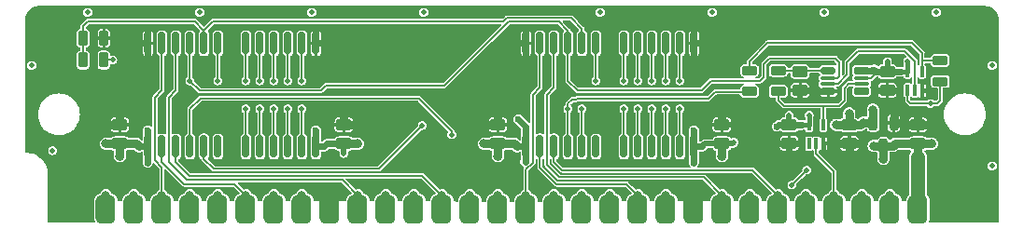
<source format=gtl>
G04 #@! TF.GenerationSoftware,KiCad,Pcbnew,7.0.1-0*
G04 #@! TF.CreationDate,2023-11-01T19:37:56-04:00*
G04 #@! TF.ProjectId,GW4194,47573431-3934-42e6-9b69-6361645f7063,1.1-SOJ-DC*
G04 #@! TF.SameCoordinates,Original*
G04 #@! TF.FileFunction,Copper,L1,Top*
G04 #@! TF.FilePolarity,Positive*
%FSLAX46Y46*%
G04 Gerber Fmt 4.6, Leading zero omitted, Abs format (unit mm)*
G04 Created by KiCad (PCBNEW 7.0.1-0) date 2023-11-01 19:37:56*
%MOMM*%
%LPD*%
G01*
G04 APERTURE LIST*
G04 Aperture macros list*
%AMRoundRect*
0 Rectangle with rounded corners*
0 $1 Rounding radius*
0 $2 $3 $4 $5 $6 $7 $8 $9 X,Y pos of 4 corners*
0 Add a 4 corners polygon primitive as box body*
4,1,4,$2,$3,$4,$5,$6,$7,$8,$9,$2,$3,0*
0 Add four circle primitives for the rounded corners*
1,1,$1+$1,$2,$3*
1,1,$1+$1,$4,$5*
1,1,$1+$1,$6,$7*
1,1,$1+$1,$8,$9*
0 Add four rect primitives between the rounded corners*
20,1,$1+$1,$2,$3,$4,$5,0*
20,1,$1+$1,$4,$5,$6,$7,0*
20,1,$1+$1,$6,$7,$8,$9,0*
20,1,$1+$1,$8,$9,$2,$3,0*%
G04 Aperture macros list end*
G04 #@! TA.AperFunction,SMDPad,CuDef*
%ADD10RoundRect,0.262500X0.437500X-0.262500X0.437500X0.262500X-0.437500X0.262500X-0.437500X-0.262500X0*%
G04 #@! TD*
G04 #@! TA.AperFunction,ComponentPad*
%ADD11C,0.800000*%
G04 #@! TD*
G04 #@! TA.AperFunction,SMDPad,CuDef*
%ADD12RoundRect,0.444500X-0.444500X-0.825500X0.444500X-0.825500X0.444500X0.825500X-0.444500X0.825500X0*%
G04 #@! TD*
G04 #@! TA.AperFunction,SMDPad,CuDef*
%ADD13RoundRect,0.212500X0.212500X0.487500X-0.212500X0.487500X-0.212500X-0.487500X0.212500X-0.487500X0*%
G04 #@! TD*
G04 #@! TA.AperFunction,SMDPad,CuDef*
%ADD14RoundRect,0.212500X-0.212500X-0.487500X0.212500X-0.487500X0.212500X0.487500X-0.212500X0.487500X0*%
G04 #@! TD*
G04 #@! TA.AperFunction,SMDPad,CuDef*
%ADD15RoundRect,0.262500X-0.437500X0.262500X-0.437500X-0.262500X0.437500X-0.262500X0.437500X0.262500X0*%
G04 #@! TD*
G04 #@! TA.AperFunction,SMDPad,CuDef*
%ADD16RoundRect,0.212500X-0.487500X0.212500X-0.487500X-0.212500X0.487500X-0.212500X0.487500X0.212500X0*%
G04 #@! TD*
G04 #@! TA.AperFunction,SMDPad,CuDef*
%ADD17RoundRect,0.100000X0.100000X-0.400000X0.100000X0.400000X-0.100000X0.400000X-0.100000X-0.400000X0*%
G04 #@! TD*
G04 #@! TA.AperFunction,SMDPad,CuDef*
%ADD18RoundRect,0.200000X-0.200000X0.475000X-0.200000X-0.475000X0.200000X-0.475000X0.200000X0.475000X0*%
G04 #@! TD*
G04 #@! TA.AperFunction,SMDPad,CuDef*
%ADD19RoundRect,0.212500X0.487500X-0.212500X0.487500X0.212500X-0.487500X0.212500X-0.487500X-0.212500X0*%
G04 #@! TD*
G04 #@! TA.AperFunction,SMDPad,CuDef*
%ADD20RoundRect,0.150000X0.150000X-0.866000X0.150000X0.866000X-0.150000X0.866000X-0.150000X-0.866000X0*%
G04 #@! TD*
G04 #@! TA.AperFunction,SMDPad,CuDef*
%ADD21RoundRect,0.175000X-0.475000X-0.175000X0.475000X-0.175000X0.475000X0.175000X-0.475000X0.175000X0*%
G04 #@! TD*
G04 #@! TA.AperFunction,SMDPad,CuDef*
%ADD22RoundRect,0.075000X-0.600000X-0.075000X0.600000X-0.075000X0.600000X0.075000X-0.600000X0.075000X0*%
G04 #@! TD*
G04 #@! TA.AperFunction,SMDPad,CuDef*
%ADD23RoundRect,0.175000X-0.500000X0.175000X-0.500000X-0.175000X0.500000X-0.175000X0.500000X0.175000X0*%
G04 #@! TD*
G04 #@! TA.AperFunction,SMDPad,CuDef*
%ADD24RoundRect,0.175000X-0.500000X-0.175000X0.500000X-0.175000X0.500000X0.175000X-0.500000X0.175000X0*%
G04 #@! TD*
G04 #@! TA.AperFunction,ViaPad*
%ADD25C,0.508000*%
G04 #@! TD*
G04 #@! TA.AperFunction,ViaPad*
%ADD26C,0.800000*%
G04 #@! TD*
G04 #@! TA.AperFunction,ViaPad*
%ADD27C,0.500000*%
G04 #@! TD*
G04 #@! TA.AperFunction,ViaPad*
%ADD28C,0.600000*%
G04 #@! TD*
G04 #@! TA.AperFunction,ViaPad*
%ADD29C,1.000000*%
G04 #@! TD*
G04 #@! TA.AperFunction,Conductor*
%ADD30C,0.800000*%
G04 #@! TD*
G04 #@! TA.AperFunction,Conductor*
%ADD31C,0.600000*%
G04 #@! TD*
G04 #@! TA.AperFunction,Conductor*
%ADD32C,0.762000*%
G04 #@! TD*
G04 #@! TA.AperFunction,Conductor*
%ADD33C,0.508000*%
G04 #@! TD*
G04 #@! TA.AperFunction,Conductor*
%ADD34C,1.270000*%
G04 #@! TD*
G04 #@! TA.AperFunction,Conductor*
%ADD35C,0.152400*%
G04 #@! TD*
G04 #@! TA.AperFunction,Conductor*
%ADD36C,0.450000*%
G04 #@! TD*
G04 #@! TA.AperFunction,Conductor*
%ADD37C,0.400000*%
G04 #@! TD*
G04 #@! TA.AperFunction,Conductor*
%ADD38C,0.150000*%
G04 #@! TD*
G04 APERTURE END LIST*
D10*
X85090000Y-94107000D03*
X85090000Y-92407000D03*
X105410000Y-94107000D03*
X105410000Y-92407000D03*
X119380000Y-94107000D03*
X119380000Y-92407000D03*
X157480000Y-94107000D03*
X157480000Y-92407000D03*
D11*
X83820000Y-98806000D03*
D12*
X83820000Y-100076000D03*
D11*
X86360000Y-98806000D03*
D12*
X86360000Y-100076000D03*
D11*
X88900000Y-98806000D03*
D12*
X88900000Y-100076000D03*
D11*
X91440000Y-98806000D03*
D12*
X91440000Y-100076000D03*
D11*
X93980000Y-98806000D03*
D12*
X93980000Y-100076000D03*
D11*
X96520000Y-98806000D03*
D12*
X96520000Y-100076000D03*
D11*
X99060000Y-98806000D03*
D12*
X99060000Y-100076000D03*
D11*
X101600000Y-98806000D03*
D12*
X101600000Y-100076000D03*
D11*
X104140000Y-98806000D03*
D12*
X104140000Y-100076000D03*
D11*
X106680000Y-98806000D03*
D12*
X106680000Y-100076000D03*
D11*
X109220000Y-98806000D03*
D12*
X109220000Y-100076000D03*
D11*
X111760000Y-98806000D03*
D12*
X111760000Y-100076000D03*
D11*
X114300000Y-98806000D03*
D12*
X114300000Y-100076000D03*
D11*
X116840000Y-98806000D03*
D12*
X116840000Y-100076000D03*
D11*
X119380000Y-98806000D03*
D12*
X119380000Y-100076000D03*
D11*
X121920000Y-98806000D03*
D12*
X121920000Y-100076000D03*
D11*
X124460000Y-98806000D03*
D12*
X124460000Y-100076000D03*
D11*
X127000000Y-98806000D03*
D12*
X127000000Y-100076000D03*
D11*
X129540000Y-98806000D03*
D12*
X129540000Y-100076000D03*
D11*
X132080000Y-98806000D03*
D12*
X132080000Y-100076000D03*
D11*
X134620000Y-98806000D03*
D12*
X134620000Y-100076000D03*
D11*
X137160000Y-98806000D03*
D12*
X137160000Y-100076000D03*
D11*
X139700000Y-98806000D03*
D12*
X139700000Y-100076000D03*
D11*
X142240000Y-98806000D03*
D12*
X142240000Y-100076000D03*
D11*
X144780000Y-98806000D03*
D12*
X144780000Y-100076000D03*
D11*
X147320000Y-98806000D03*
D12*
X147320000Y-100076000D03*
D11*
X149860000Y-98806000D03*
D12*
X149860000Y-100076000D03*
D11*
X152400000Y-98806000D03*
D12*
X152400000Y-100076000D03*
D11*
X154940000Y-98806000D03*
D12*
X154940000Y-100076000D03*
D11*
X157480000Y-98806000D03*
D12*
X157480000Y-100076000D03*
D13*
X83650000Y-86500000D03*
X81750000Y-86500000D03*
D14*
X81750000Y-84500000D03*
X83650000Y-84500000D03*
D15*
X146800000Y-87550000D03*
X146800000Y-89250000D03*
D16*
X144800000Y-87450000D03*
X144800000Y-89350000D03*
D17*
X147600000Y-94100000D03*
X148250000Y-94100000D03*
X148900000Y-94100000D03*
X148900000Y-92400000D03*
X147600000Y-92400000D03*
X156550000Y-89250000D03*
X157200000Y-89250000D03*
X157850000Y-89250000D03*
X157850000Y-87550000D03*
X156550000Y-87550000D03*
D15*
X154700000Y-87550000D03*
X154700000Y-89250000D03*
D18*
X155300000Y-92200000D03*
X153400000Y-92200000D03*
X154350000Y-94300000D03*
D15*
X151250000Y-92400000D03*
X151250000Y-94100000D03*
D19*
X142200000Y-89350000D03*
X142200000Y-87450000D03*
D15*
X145800000Y-92400000D03*
X145800000Y-94100000D03*
D20*
X121920000Y-94361000D03*
X123190000Y-94361000D03*
X124460000Y-94361000D03*
X125730000Y-94361000D03*
X127000000Y-94361000D03*
X128270000Y-94361000D03*
X130810000Y-94361000D03*
X132080000Y-94361000D03*
X133350000Y-94361000D03*
X134620000Y-94361000D03*
X135890000Y-94361000D03*
X137160000Y-94361000D03*
X137160000Y-84963000D03*
X135890000Y-84963000D03*
X134620000Y-84963000D03*
X133350000Y-84963000D03*
X132080000Y-84963000D03*
X130810000Y-84963000D03*
X128270000Y-84963000D03*
X127000000Y-84963000D03*
X125730000Y-84963000D03*
X124460000Y-84963000D03*
X123190000Y-84963000D03*
X121920000Y-84963000D03*
X87630000Y-94361000D03*
X88900000Y-94361000D03*
X90170000Y-94361000D03*
X91440000Y-94361000D03*
X92710000Y-94361000D03*
X93980000Y-94361000D03*
X96520000Y-94361000D03*
X97790000Y-94361000D03*
X99060000Y-94361000D03*
X100330000Y-94361000D03*
X101600000Y-94361000D03*
X102870000Y-94361000D03*
X102870000Y-84963000D03*
X101600000Y-84963000D03*
X100330000Y-84963000D03*
X99060000Y-84963000D03*
X97790000Y-84963000D03*
X96520000Y-84963000D03*
X93980000Y-84963000D03*
X92710000Y-84963000D03*
X91440000Y-84963000D03*
X90170000Y-84963000D03*
X88900000Y-84963000D03*
X87630000Y-84963000D03*
D10*
X139700000Y-94107000D03*
X139700000Y-92407000D03*
D21*
X149350000Y-87450000D03*
D22*
X149325000Y-88150000D03*
X149325000Y-88650000D03*
D21*
X149350000Y-89350000D03*
D23*
X152375000Y-89350000D03*
D22*
X152375000Y-88650000D03*
X152375000Y-88150000D03*
D24*
X152375000Y-87450000D03*
D16*
X159500000Y-86550000D03*
X159500000Y-88450000D03*
D25*
X77089000Y-86995000D03*
X164211000Y-86995000D03*
X164211000Y-96139000D03*
X78994000Y-94742000D03*
X159131000Y-82169000D03*
X148971000Y-82169000D03*
X92329000Y-82169000D03*
X102489000Y-82169000D03*
X138811000Y-82169000D03*
X82169000Y-82169000D03*
X112649000Y-82169000D03*
X128651000Y-82169000D03*
D26*
X155250000Y-94300000D03*
X154350000Y-95500000D03*
X153450000Y-94300000D03*
D27*
X121856500Y-95758000D03*
D28*
X121221500Y-91884500D03*
D25*
X105410000Y-94996000D03*
X140779500Y-93980000D03*
D28*
X87630000Y-92900500D03*
D26*
X83820000Y-94107000D03*
X119380000Y-95250000D03*
X85090000Y-95250000D03*
D28*
X86868000Y-94361000D03*
X137160000Y-95821500D03*
D26*
X139700000Y-95250000D03*
D28*
X137922000Y-94361000D03*
D26*
X158750000Y-94107000D03*
D28*
X121158000Y-94361000D03*
X137160000Y-92900500D03*
D26*
X118110000Y-94107000D03*
D28*
X87630000Y-95821500D03*
X103632000Y-94361000D03*
D26*
X106680000Y-94107000D03*
D29*
X157480000Y-95377000D03*
D28*
X102870000Y-92900500D03*
D25*
X146050000Y-97853500D03*
X147400000Y-96500000D03*
X158600000Y-90450000D03*
X127000000Y-90932000D03*
X112522000Y-92456000D03*
X84450000Y-86500000D03*
X91440000Y-88392000D03*
X112776000Y-95377000D03*
X110617000Y-93345000D03*
X95250000Y-90932000D03*
X112395000Y-89408000D03*
X119634000Y-89408000D03*
X111252000Y-97536000D03*
X117729000Y-97917000D03*
X118872000Y-97536000D03*
X139065000Y-97409000D03*
X89408000Y-97028000D03*
X88074500Y-97282000D03*
X114173000Y-92964000D03*
X114935000Y-91948000D03*
X114681000Y-95758000D03*
X144145000Y-97409000D03*
X143129000Y-96393000D03*
X88900000Y-90043000D03*
X87630000Y-90043000D03*
X90170000Y-90043000D03*
X91948000Y-89662000D03*
X126238000Y-89598500D03*
X112395000Y-93472000D03*
X113411000Y-91948000D03*
X116205000Y-92964000D03*
X111506000Y-92583000D03*
X121412000Y-97536000D03*
X122428000Y-97536000D03*
X110363000Y-95377000D03*
X163957000Y-82423000D03*
X164147500Y-100647500D03*
X79184500Y-100647500D03*
X77152500Y-94297500D03*
X77089000Y-91440000D03*
X79883000Y-84709000D03*
X161290000Y-93853000D03*
X161290000Y-98552000D03*
X80899000Y-97790000D03*
X79883000Y-88900000D03*
X133350000Y-98298000D03*
X110109000Y-97917000D03*
X102743000Y-97917000D03*
X99949000Y-97917000D03*
X97409000Y-97917000D03*
X158623000Y-96139000D03*
X111569500Y-94234000D03*
X104013000Y-89408000D03*
X108839000Y-95377000D03*
X112014000Y-90551000D03*
X164211000Y-91567000D03*
X77343000Y-82423000D03*
X154051000Y-82169000D03*
X87249000Y-82169000D03*
X97409000Y-82169000D03*
X143891000Y-82169000D03*
X110109000Y-84963000D03*
X115189000Y-84963000D03*
X126111000Y-83502500D03*
X107569000Y-82169000D03*
X117729000Y-82169000D03*
X123571000Y-82169000D03*
X133731000Y-82169000D03*
X128270000Y-98298000D03*
X143510000Y-98298000D03*
X157350000Y-86050000D03*
D26*
X156200000Y-92200000D03*
D25*
X148050000Y-86850000D03*
X155650000Y-86200000D03*
X143000000Y-86550000D03*
X140950000Y-88900000D03*
D26*
X117729000Y-91821000D03*
D28*
X87630000Y-86423500D03*
D26*
X150000000Y-94100000D03*
D28*
X137160000Y-86423500D03*
D25*
X84450000Y-84500000D03*
D28*
X145800000Y-95050000D03*
D25*
X140779500Y-92519500D03*
D26*
X151250000Y-95150000D03*
X158750000Y-92456000D03*
D28*
X148200000Y-89450000D03*
X102870000Y-83520700D03*
X146900000Y-93950000D03*
X137922000Y-84963000D03*
X153550000Y-89050000D03*
D26*
X85090000Y-91313000D03*
D25*
X148900000Y-95000000D03*
D26*
X106807000Y-92075000D03*
D27*
X103695500Y-84963000D03*
D26*
X105410000Y-91313000D03*
D28*
X144700000Y-93950000D03*
D27*
X121221500Y-84963000D03*
D28*
X87630000Y-83520700D03*
D26*
X157480000Y-91313000D03*
D25*
X158450000Y-89250000D03*
D26*
X139700000Y-91186000D03*
X83820000Y-92456000D03*
D28*
X121921449Y-83520700D03*
X137160000Y-83502500D03*
D25*
X93027500Y-96520000D03*
D26*
X119380000Y-91313000D03*
D28*
X155800000Y-89100000D03*
D26*
X155300000Y-91000000D03*
D25*
X129540000Y-90932000D03*
D26*
X152500000Y-94100000D03*
D28*
X86868000Y-84963000D03*
D25*
X146800000Y-90150000D03*
X132080000Y-90932000D03*
X100330000Y-90932000D03*
X99060000Y-90932000D03*
X133350000Y-90932000D03*
X97790000Y-90932000D03*
X134620000Y-90932000D03*
X135890000Y-90932000D03*
X96520000Y-90932000D03*
X93980000Y-88392000D03*
X135890000Y-88392000D03*
X96520000Y-88392000D03*
X134620000Y-88392000D03*
X133350000Y-88392000D03*
X97790000Y-88392000D03*
X132080000Y-88392000D03*
X99060000Y-88392000D03*
X130810000Y-88392000D03*
X100330000Y-88392000D03*
X101600000Y-90932000D03*
X130810000Y-90932000D03*
X101600000Y-88392000D03*
X128270000Y-88392000D03*
X125730000Y-90932000D03*
X115189000Y-93281500D03*
D28*
X146950000Y-92400000D03*
D25*
X147600000Y-91500000D03*
X154700000Y-86650000D03*
D26*
X150050000Y-92400000D03*
D25*
X145800000Y-91500000D03*
D26*
X153400000Y-91000000D03*
D28*
X144700000Y-92550000D03*
D26*
X152500000Y-92200000D03*
D25*
X156550000Y-86650000D03*
D26*
X151250000Y-91350000D03*
D28*
X153500000Y-87350000D03*
X155900000Y-87550000D03*
D30*
X154350000Y-94300000D02*
X155250000Y-94300000D01*
X154350000Y-94300000D02*
X153450000Y-94300000D01*
X154350000Y-94300000D02*
X154350000Y-95500000D01*
D31*
X105410000Y-94107000D02*
X103886000Y-94107000D01*
D32*
X119380000Y-94107000D02*
X118110000Y-94107000D01*
D33*
X138176000Y-94107000D02*
X137922000Y-94361000D01*
D30*
X155443000Y-94107000D02*
X155250000Y-94300000D01*
D31*
X87630000Y-94361000D02*
X87630000Y-92900500D01*
D33*
X140652500Y-94107000D02*
X140779500Y-93980000D01*
D34*
X157480000Y-98806000D02*
X157480000Y-95377000D01*
D31*
X87630000Y-94361000D02*
X87630000Y-95821500D01*
D33*
X139700000Y-94107000D02*
X138176000Y-94107000D01*
X105410000Y-94107000D02*
X105410000Y-94996000D01*
D31*
X87630000Y-94361000D02*
X86868000Y-94361000D01*
D32*
X119380000Y-94107000D02*
X119380000Y-95250000D01*
X120904000Y-94107000D02*
X121158000Y-94361000D01*
X119380000Y-94107000D02*
X120904000Y-94107000D01*
X105410000Y-94107000D02*
X106680000Y-94107000D01*
D31*
X121920000Y-92583000D02*
X121920000Y-94361000D01*
D32*
X85090000Y-94107000D02*
X85090000Y-95250000D01*
D31*
X121221500Y-91884500D02*
X121920000Y-92583000D01*
D32*
X85090000Y-94107000D02*
X86614000Y-94107000D01*
D30*
X157480000Y-94107000D02*
X158750000Y-94107000D01*
D32*
X85090000Y-94107000D02*
X83820000Y-94107000D01*
D31*
X137160000Y-94361000D02*
X137922000Y-94361000D01*
X137160000Y-94361000D02*
X137160000Y-92900500D01*
X121920000Y-94361000D02*
X121920000Y-95694500D01*
X103886000Y-94107000D02*
X103632000Y-94361000D01*
D32*
X139700000Y-94107000D02*
X139700000Y-95250000D01*
D31*
X137160000Y-94361000D02*
X137160000Y-95821500D01*
X121920000Y-94361000D02*
X121158000Y-94361000D01*
D32*
X86614000Y-94107000D02*
X86868000Y-94361000D01*
D30*
X157480000Y-94107000D02*
X155443000Y-94107000D01*
D31*
X121920000Y-95694500D02*
X121856500Y-95758000D01*
D32*
X157480000Y-95377000D02*
X157480000Y-94107000D01*
D31*
X102870000Y-94361000D02*
X102870000Y-92900500D01*
X102870000Y-94361000D02*
X103632000Y-94361000D01*
D33*
X139700000Y-94107000D02*
X140652500Y-94107000D01*
D35*
X88900000Y-96266000D02*
X88265000Y-95631000D01*
X88265000Y-89916000D02*
X88900000Y-89281000D01*
X88265000Y-95631000D02*
X88265000Y-89916000D01*
X88900000Y-98806000D02*
X88900000Y-96266000D01*
X88900000Y-89281000D02*
X88900000Y-85962000D01*
X96520000Y-98806000D02*
X95504000Y-97790000D01*
X95504000Y-97790000D02*
X90932000Y-97790000D01*
X90932000Y-97790000D02*
X88900000Y-95758000D01*
X88900000Y-95758000D02*
X88900000Y-94112000D01*
X156550000Y-89250000D02*
X156550000Y-90200000D01*
X156800000Y-90450000D02*
X158600000Y-90450000D01*
X159250000Y-90450000D02*
X158600000Y-90450000D01*
X146748500Y-97155000D02*
X146050000Y-97853500D01*
X159500000Y-90200000D02*
X159250000Y-90450000D01*
X156550000Y-90200000D02*
X156800000Y-90450000D01*
X147400000Y-96500000D02*
X146748500Y-97151500D01*
X159500000Y-88450000D02*
X159500000Y-90200000D01*
X146748500Y-97151500D02*
X146748500Y-97155000D01*
X127000000Y-94112000D02*
X127000000Y-90932000D01*
X92710000Y-95504000D02*
X92710000Y-93362000D01*
X112522000Y-92456000D02*
X108585000Y-96393000D01*
X149860000Y-96660000D02*
X149860000Y-98806000D01*
X108585000Y-96393000D02*
X93599000Y-96393000D01*
X148250000Y-94100000D02*
X148250000Y-95050000D01*
X93599000Y-96393000D02*
X92710000Y-95504000D01*
X148250000Y-95050000D02*
X149860000Y-96660000D01*
X124904500Y-82994500D02*
X125730000Y-83820000D01*
X144000000Y-86350000D02*
X150000000Y-86350000D01*
X103759000Y-88836500D02*
X114490500Y-88836500D01*
X137850000Y-89250000D02*
X138700000Y-88400000D01*
X91440000Y-88392000D02*
X92329000Y-89281000D01*
X143150000Y-88400000D02*
X143500000Y-88050000D01*
X92329000Y-89281000D02*
X103314500Y-89281000D01*
X150350000Y-86700000D02*
X150350000Y-88000000D01*
X114490500Y-88836500D02*
X120332500Y-82994500D01*
X150000000Y-86350000D02*
X150350000Y-86700000D01*
X138700000Y-88400000D02*
X143150000Y-88400000D01*
X84450000Y-86500000D02*
X83650000Y-86500000D01*
X125730000Y-88392000D02*
X126588000Y-89250000D01*
X125730000Y-83820000D02*
X125730000Y-88392000D01*
X126588000Y-89250000D02*
X137850000Y-89250000D01*
X150200000Y-88150000D02*
X149325000Y-88150000D01*
X103314500Y-89281000D02*
X103759000Y-88836500D01*
X120332500Y-82994500D02*
X124904500Y-82994500D01*
X143500000Y-88050000D02*
X143500000Y-86850000D01*
X143500000Y-86850000D02*
X144000000Y-86350000D01*
X91440000Y-88392000D02*
X91440000Y-85212000D01*
X150350000Y-88000000D02*
X150200000Y-88150000D01*
X90170000Y-85962000D02*
X90170000Y-89281000D01*
X105283000Y-97409000D02*
X106680000Y-98806000D01*
X89535000Y-95758000D02*
X91186000Y-97409000D01*
X90170000Y-89281000D02*
X89535000Y-89916000D01*
X91186000Y-97409000D02*
X105283000Y-97409000D01*
X89535000Y-89916000D02*
X89535000Y-95758000D01*
X91440000Y-97028000D02*
X112522000Y-97028000D01*
X90170000Y-95758000D02*
X91440000Y-97028000D01*
X90170000Y-94112000D02*
X90170000Y-95758000D01*
X112522000Y-97028000D02*
X114300000Y-98806000D01*
D30*
X155300000Y-92200000D02*
X156200000Y-92200000D01*
X155300000Y-92200000D02*
X155300000Y-91000000D01*
D31*
X146750000Y-94100000D02*
X146900000Y-93950000D01*
X87630000Y-84963000D02*
X87630000Y-83520700D01*
D32*
X105410000Y-92407000D02*
X105410000Y-91313000D01*
D30*
X151250000Y-94100000D02*
X151250000Y-95150000D01*
D31*
X87630000Y-84963000D02*
X87630000Y-86423500D01*
X153750000Y-89250000D02*
X153550000Y-89050000D01*
X154700000Y-89250000D02*
X153750000Y-89250000D01*
X145800000Y-94100000D02*
X146750000Y-94100000D01*
X137160000Y-84963000D02*
X137922000Y-84963000D01*
D30*
X156407000Y-92407000D02*
X156200000Y-92200000D01*
D31*
X148000000Y-89250000D02*
X148200000Y-89450000D01*
D32*
X106475000Y-92407000D02*
X106807000Y-92075000D01*
D31*
X121920000Y-84963000D02*
X121920000Y-83522149D01*
D32*
X118315000Y-92407000D02*
X117729000Y-91821000D01*
D31*
X146800000Y-89250000D02*
X148000000Y-89250000D01*
D30*
X151250000Y-94100000D02*
X152500000Y-94100000D01*
D32*
X83869000Y-92407000D02*
X83820000Y-92456000D01*
X85090000Y-92407000D02*
X85090000Y-91313000D01*
D30*
X157480000Y-92407000D02*
X158701000Y-92407000D01*
D31*
X102870000Y-84963000D02*
X102870000Y-83520700D01*
X102870000Y-84963000D02*
X103695500Y-84963000D01*
X144850000Y-94100000D02*
X144700000Y-93950000D01*
X121920000Y-84963000D02*
X121920000Y-86169500D01*
D35*
X83650000Y-84500000D02*
X84450000Y-84500000D01*
D33*
X140667000Y-92407000D02*
X140779500Y-92519500D01*
D36*
X157850000Y-89250000D02*
X158450000Y-89250000D01*
D31*
X87630000Y-84963000D02*
X86868000Y-84963000D01*
X137160000Y-84963000D02*
X137160000Y-83502500D01*
X145800000Y-94100000D02*
X144850000Y-94100000D01*
D32*
X105410000Y-92407000D02*
X106475000Y-92407000D01*
D31*
X121920000Y-84963000D02*
X121221500Y-84963000D01*
X154700000Y-89250000D02*
X155650000Y-89250000D01*
D30*
X151250000Y-94100000D02*
X150000000Y-94100000D01*
D31*
X121920000Y-83522149D02*
X121921449Y-83520700D01*
D32*
X119380000Y-92407000D02*
X118315000Y-92407000D01*
D31*
X149350000Y-89350000D02*
X148300000Y-89350000D01*
D30*
X157480000Y-92407000D02*
X156407000Y-92407000D01*
D32*
X139700000Y-92407000D02*
X139700000Y-91186000D01*
D31*
X148300000Y-89350000D02*
X148200000Y-89450000D01*
D30*
X157480000Y-92407000D02*
X157480000Y-91313000D01*
D31*
X145800000Y-94100000D02*
X145800000Y-95050000D01*
X155650000Y-89250000D02*
X155800000Y-89100000D01*
D32*
X119380000Y-92407000D02*
X119380000Y-91313000D01*
D33*
X146800000Y-89250000D02*
X146800000Y-90150000D01*
X139700000Y-92407000D02*
X140667000Y-92407000D01*
D31*
X137160000Y-84963000D02*
X137160000Y-86423500D01*
D32*
X85090000Y-92407000D02*
X83869000Y-92407000D01*
D37*
X148900000Y-94100000D02*
X148900000Y-95000000D01*
D30*
X158701000Y-92407000D02*
X158750000Y-92456000D01*
D35*
X122555000Y-95821500D02*
X122555000Y-89662000D01*
X122555000Y-95821500D02*
X121920000Y-96456500D01*
X123190000Y-89027000D02*
X122555000Y-89662000D01*
X121920000Y-96456500D02*
X121920000Y-98806000D01*
X123190000Y-85962000D02*
X123190000Y-89027000D01*
X123190000Y-96266000D02*
X124714000Y-97790000D01*
X123190000Y-93362000D02*
X123190000Y-96266000D01*
X124714000Y-97790000D02*
X131064000Y-97790000D01*
X131064000Y-97790000D02*
X132080000Y-98806000D01*
X124460000Y-89027000D02*
X123825000Y-89662000D01*
X123825000Y-89662000D02*
X123825000Y-96012000D01*
X123825000Y-96012000D02*
X124968000Y-97155000D01*
X138049000Y-97155000D02*
X139700000Y-98806000D01*
X124968000Y-97155000D02*
X138049000Y-97155000D01*
X124460000Y-85212000D02*
X124460000Y-89027000D01*
X124460000Y-93362000D02*
X124460000Y-95758000D01*
X125222000Y-96520000D02*
X142494000Y-96520000D01*
X142494000Y-96520000D02*
X144780000Y-98806000D01*
X124460000Y-95758000D02*
X125222000Y-96520000D01*
X100330000Y-94112000D02*
X100330000Y-90932000D01*
X132080000Y-93362000D02*
X132080000Y-90932000D01*
X99060000Y-90932000D02*
X99060000Y-93362000D01*
X133350000Y-94112000D02*
X133350000Y-90932000D01*
X134620000Y-94112000D02*
X134620000Y-90932000D01*
X97790000Y-90932000D02*
X97790000Y-93362000D01*
X135890000Y-94112000D02*
X135890000Y-90932000D01*
X96520000Y-90932000D02*
X96520000Y-93362000D01*
X135890000Y-85212000D02*
X135890000Y-88392000D01*
X93980000Y-85212000D02*
X93980000Y-88392000D01*
X96520000Y-88392000D02*
X96520000Y-85962000D01*
X134620000Y-85962000D02*
X134620000Y-88392000D01*
X97790000Y-88392000D02*
X97790000Y-85962000D01*
X133350000Y-85212000D02*
X133350000Y-88392000D01*
X99060000Y-88392000D02*
X99060000Y-85962000D01*
X132080000Y-85212000D02*
X132080000Y-88392000D01*
X100330000Y-85212000D02*
X100330000Y-88392000D01*
X130810000Y-85212000D02*
X130810000Y-88392000D01*
X101600000Y-94112000D02*
X101600000Y-90932000D01*
X130810000Y-94112000D02*
X130810000Y-90932000D01*
X128270000Y-85212000D02*
X128270000Y-88392000D01*
X101600000Y-85212000D02*
X101600000Y-88392000D01*
X125730000Y-94112000D02*
X125730000Y-90932000D01*
X92392500Y-89979500D02*
X91440000Y-90932000D01*
X115189000Y-93281500D02*
X115189000Y-92964000D01*
X112204500Y-89979500D02*
X92392500Y-89979500D01*
X126428500Y-90106500D02*
X126093500Y-90106500D01*
X125730000Y-90470000D02*
X125730000Y-90932000D01*
X139100000Y-89400000D02*
X138500000Y-90000000D01*
X142200000Y-89350000D02*
X142150000Y-89400000D01*
X138500000Y-90000000D02*
X126535000Y-90000000D01*
X126535000Y-90000000D02*
X126428500Y-90106500D01*
X142150000Y-89400000D02*
X139100000Y-89400000D01*
X115189000Y-92964000D02*
X112204500Y-89979500D01*
X91440000Y-90932000D02*
X91440000Y-94112000D01*
X126093500Y-90106500D02*
X125730000Y-90470000D01*
X120205500Y-82677000D02*
X119888000Y-82994500D01*
X119888000Y-82994500D02*
X93535500Y-82994500D01*
X82155500Y-82994500D02*
X91884500Y-82994500D01*
X81750000Y-84500000D02*
X81750000Y-83400000D01*
X93535500Y-82994500D02*
X92710000Y-83820000D01*
X92710000Y-83820000D02*
X92710000Y-85212000D01*
X126015750Y-82677000D02*
X120205500Y-82677000D01*
X81750000Y-84500000D02*
X81750000Y-86500000D01*
X81750000Y-83400000D02*
X82155500Y-82994500D01*
X127000000Y-83661250D02*
X126015750Y-82677000D01*
X91884500Y-82994500D02*
X92710000Y-83820000D01*
X127000000Y-85212000D02*
X127000000Y-83661250D01*
X152050000Y-85700000D02*
X156300000Y-85700000D01*
X151050000Y-87850000D02*
X151050000Y-86700000D01*
X149325000Y-88650000D02*
X150250000Y-88650000D01*
X151050000Y-86700000D02*
X152050000Y-85700000D01*
X157200000Y-86600000D02*
X157200000Y-89250000D01*
X156300000Y-85700000D02*
X157200000Y-86600000D01*
X150250000Y-88650000D02*
X151050000Y-87850000D01*
D38*
X146900000Y-87450000D02*
X146800000Y-87550000D01*
D35*
X146700000Y-87450000D02*
X146800000Y-87550000D01*
X144800000Y-87450000D02*
X146700000Y-87450000D01*
X146850000Y-87600000D02*
X146800000Y-87550000D01*
D38*
X149350000Y-87450000D02*
X146900000Y-87450000D01*
D33*
X154700000Y-87550000D02*
X154700000Y-86650000D01*
D31*
X153500000Y-87350000D02*
X153700000Y-87550000D01*
D35*
X153850000Y-87550000D02*
X154700000Y-87550000D01*
D37*
X156550000Y-87550000D02*
X156550000Y-86650000D01*
X147600000Y-92400000D02*
X146950000Y-92400000D01*
X147600000Y-92400000D02*
X147600000Y-91500000D01*
D31*
X153400000Y-87450000D02*
X153500000Y-87350000D01*
D30*
X151250000Y-92400000D02*
X151250000Y-91350000D01*
X153400000Y-92200000D02*
X153400000Y-91000000D01*
X152300000Y-92400000D02*
X152500000Y-92200000D01*
X151250000Y-92400000D02*
X152300000Y-92400000D01*
X151250000Y-92400000D02*
X150050000Y-92400000D01*
D35*
X153500000Y-87350000D02*
X153500000Y-87900000D01*
D31*
X154700000Y-87550000D02*
X153700000Y-87550000D01*
D35*
X153500000Y-87900000D02*
X153250000Y-88150000D01*
D31*
X145800000Y-92400000D02*
X144850000Y-92400000D01*
D35*
X153500000Y-87900000D02*
X153850000Y-87550000D01*
D33*
X145800000Y-92400000D02*
X145800000Y-91500000D01*
D31*
X145800000Y-92400000D02*
X146950000Y-92400000D01*
D35*
X153250000Y-88150000D02*
X152375000Y-88150000D01*
D31*
X152375000Y-87450000D02*
X153400000Y-87450000D01*
X154700000Y-87550000D02*
X155900000Y-87550000D01*
D30*
X153400000Y-92200000D02*
X152500000Y-92200000D01*
D31*
X144850000Y-92400000D02*
X144700000Y-92550000D01*
D37*
X156550000Y-87550000D02*
X155900000Y-87550000D01*
D35*
X148900000Y-90800000D02*
X148750000Y-90650000D01*
X150800000Y-90150000D02*
X150300000Y-90650000D01*
X148750000Y-90650000D02*
X145300000Y-90650000D01*
X151200000Y-88650000D02*
X150800000Y-89050000D01*
X148900000Y-92400000D02*
X148900000Y-90800000D01*
X145300000Y-90650000D02*
X144800000Y-90150000D01*
X152375000Y-88650000D02*
X151200000Y-88650000D01*
X149050000Y-90650000D02*
X148750000Y-90650000D01*
X144800000Y-90150000D02*
X144800000Y-89350000D01*
X150800000Y-89050000D02*
X150800000Y-90150000D01*
X150300000Y-90650000D02*
X149050000Y-90650000D01*
X148900000Y-90800000D02*
X149050000Y-90650000D01*
X157850000Y-86450000D02*
X157950000Y-86550000D01*
X143850000Y-84950000D02*
X142200000Y-86600000D01*
X157850000Y-86450000D02*
X157850000Y-85850000D01*
X157850000Y-86550000D02*
X157850000Y-86450000D01*
X142200000Y-86600000D02*
X142200000Y-87450000D01*
X157850000Y-86650000D02*
X157950000Y-86550000D01*
X157850000Y-85850000D02*
X156950000Y-84950000D01*
X156950000Y-84950000D02*
X143850000Y-84950000D01*
X157850000Y-86650000D02*
X157850000Y-86550000D01*
X157850000Y-87550000D02*
X157850000Y-86650000D01*
X157950000Y-86550000D02*
X157850000Y-86550000D01*
X159500000Y-86550000D02*
X157950000Y-86550000D01*
G04 #@! TA.AperFunction,Conductor*
G36*
X156852734Y-85184824D02*
G01*
X156877130Y-85201126D01*
X157598874Y-85922870D01*
X157615176Y-85947266D01*
X157620900Y-85976044D01*
X157620900Y-86442041D01*
X157620797Y-86445976D01*
X157618351Y-86492644D01*
X157620900Y-86506395D01*
X157620900Y-86534053D01*
X157620488Y-86541914D01*
X157617064Y-86574481D01*
X157617219Y-86574956D01*
X157620900Y-86598195D01*
X157620900Y-86626054D01*
X157619974Y-86637819D01*
X157616102Y-86662257D01*
X157618338Y-86670599D01*
X157620900Y-86690062D01*
X157620900Y-86891906D01*
X157612021Y-86927355D01*
X157587479Y-86954432D01*
X157567669Y-86967668D01*
X157566826Y-86968931D01*
X157529633Y-86997955D01*
X157482470Y-86999113D01*
X157443899Y-86971947D01*
X157429100Y-86927151D01*
X157429100Y-86607959D01*
X157429203Y-86604024D01*
X157429920Y-86590344D01*
X157431334Y-86563360D01*
X157422465Y-86540257D01*
X157419115Y-86528946D01*
X157413969Y-86504735D01*
X157413968Y-86504734D01*
X157408890Y-86497744D01*
X157399526Y-86480497D01*
X157396432Y-86472436D01*
X157378925Y-86454929D01*
X157371267Y-86445962D01*
X157368418Y-86442041D01*
X157356722Y-86425942D01*
X157349239Y-86421621D01*
X157333669Y-86409673D01*
X156901822Y-85977826D01*
X156467630Y-85543633D01*
X156464920Y-85540778D01*
X156437669Y-85510513D01*
X156415058Y-85500445D01*
X156404692Y-85494817D01*
X156383935Y-85481338D01*
X156375402Y-85479986D01*
X156356586Y-85474412D01*
X156348697Y-85470900D01*
X156323946Y-85470900D01*
X156312182Y-85469974D01*
X156309830Y-85469601D01*
X156287742Y-85466102D01*
X156279401Y-85468338D01*
X156259938Y-85470900D01*
X152057979Y-85470900D01*
X152054044Y-85470797D01*
X152038339Y-85469974D01*
X152013361Y-85468665D01*
X152013360Y-85468665D01*
X151990254Y-85477534D01*
X151978945Y-85480884D01*
X151954734Y-85486031D01*
X151947744Y-85491109D01*
X151930501Y-85500472D01*
X151922434Y-85503568D01*
X151904932Y-85521070D01*
X151895964Y-85528729D01*
X151875942Y-85543277D01*
X151871622Y-85550759D01*
X151859673Y-85566329D01*
X150893631Y-86532370D01*
X150890778Y-86535079D01*
X150860514Y-86562330D01*
X150850447Y-86584938D01*
X150844821Y-86595299D01*
X150831338Y-86616064D01*
X150829986Y-86624597D01*
X150824414Y-86643409D01*
X150820900Y-86651303D01*
X150820900Y-86676054D01*
X150819974Y-86687819D01*
X150816102Y-86712257D01*
X150818338Y-86720599D01*
X150820900Y-86740062D01*
X150820900Y-87723955D01*
X150815176Y-87752733D01*
X150798874Y-87777129D01*
X150707474Y-87868529D01*
X150668971Y-87889110D01*
X150625522Y-87884831D01*
X150591773Y-87857134D01*
X150579100Y-87815355D01*
X150579100Y-86707967D01*
X150579203Y-86704033D01*
X150579289Y-86702384D01*
X150581334Y-86663361D01*
X150572463Y-86640253D01*
X150569114Y-86628944D01*
X150567340Y-86620599D01*
X150563969Y-86604735D01*
X150558890Y-86597744D01*
X150549526Y-86580497D01*
X150546432Y-86572436D01*
X150528926Y-86554930D01*
X150521267Y-86545962D01*
X150506722Y-86525941D01*
X150499242Y-86521623D01*
X150483670Y-86509673D01*
X150167630Y-86193633D01*
X150164920Y-86190778D01*
X150137669Y-86160513D01*
X150115058Y-86150445D01*
X150104692Y-86144817D01*
X150083935Y-86131338D01*
X150075402Y-86129986D01*
X150056586Y-86124412D01*
X150048697Y-86120900D01*
X150023946Y-86120900D01*
X150012182Y-86119974D01*
X150009830Y-86119601D01*
X149987742Y-86116102D01*
X149979401Y-86118338D01*
X149959938Y-86120900D01*
X144007967Y-86120900D01*
X144004033Y-86120797D01*
X143963361Y-86118666D01*
X143940254Y-86127535D01*
X143928946Y-86130884D01*
X143904734Y-86136031D01*
X143897746Y-86141108D01*
X143880503Y-86150470D01*
X143872436Y-86153566D01*
X143854932Y-86171070D01*
X143845964Y-86178729D01*
X143825942Y-86193277D01*
X143821622Y-86200759D01*
X143809673Y-86216329D01*
X143343631Y-86682370D01*
X143340778Y-86685079D01*
X143310514Y-86712330D01*
X143300447Y-86734938D01*
X143294821Y-86745299D01*
X143281338Y-86766064D01*
X143279986Y-86774597D01*
X143274414Y-86793409D01*
X143270900Y-86801303D01*
X143270900Y-86826054D01*
X143269974Y-86837819D01*
X143266102Y-86862257D01*
X143268338Y-86870599D01*
X143270900Y-86890062D01*
X143270900Y-87923955D01*
X143265176Y-87952733D01*
X143248874Y-87977130D01*
X143077128Y-88148875D01*
X143052732Y-88165176D01*
X143023954Y-88170900D01*
X142778412Y-88170900D01*
X142735989Y-88157791D01*
X142708356Y-88123036D01*
X142705147Y-88078750D01*
X142727480Y-88040374D01*
X142767570Y-88021286D01*
X142783641Y-88018944D01*
X142793203Y-88017551D01*
X142902761Y-87963992D01*
X142988992Y-87877761D01*
X143042551Y-87768203D01*
X143052900Y-87697174D01*
X143052900Y-87202826D01*
X143048457Y-87172335D01*
X143042551Y-87131797D01*
X143019196Y-87084023D01*
X142988992Y-87022239D01*
X142988991Y-87022238D01*
X142988991Y-87022237D01*
X142902762Y-86936008D01*
X142793202Y-86882448D01*
X142722177Y-86872100D01*
X142722174Y-86872100D01*
X142504300Y-86872100D01*
X142466700Y-86862025D01*
X142439175Y-86834500D01*
X142429100Y-86796900D01*
X142429100Y-86726044D01*
X142434824Y-86697266D01*
X142451126Y-86672870D01*
X143922870Y-85201126D01*
X143947266Y-85184824D01*
X143976044Y-85179100D01*
X156823956Y-85179100D01*
X156852734Y-85184824D01*
G37*
G04 #@! TD.AperFunction*
G04 #@! TA.AperFunction,Conductor*
G36*
X163578947Y-81585531D02*
G01*
X163760755Y-81599840D01*
X163772394Y-81601683D01*
X163946844Y-81643565D01*
X163958060Y-81647209D01*
X164123815Y-81715867D01*
X164134323Y-81721222D01*
X164287290Y-81814961D01*
X164296835Y-81821895D01*
X164433255Y-81938409D01*
X164441590Y-81946744D01*
X164481255Y-81993185D01*
X164558103Y-82083163D01*
X164565038Y-82092709D01*
X164658777Y-82245676D01*
X164664135Y-82256190D01*
X164732789Y-82421936D01*
X164736435Y-82433159D01*
X164778314Y-82607597D01*
X164780160Y-82619252D01*
X164794468Y-82801052D01*
X164794700Y-82806952D01*
X164794700Y-101219500D01*
X164784625Y-101257100D01*
X164757100Y-101284625D01*
X164719500Y-101294700D01*
X158520797Y-101294700D01*
X158475018Y-101279160D01*
X158448159Y-101238963D01*
X158451320Y-101190724D01*
X158506523Y-101057453D01*
X158521900Y-100940655D01*
X158521899Y-99211346D01*
X158506523Y-99094547D01*
X158446328Y-98949222D01*
X158350571Y-98824429D01*
X158297320Y-98783568D01*
X158275655Y-98757169D01*
X158267900Y-98723909D01*
X158267900Y-96139000D01*
X163799028Y-96139000D01*
X163819190Y-96266305D01*
X163877709Y-96381153D01*
X163968846Y-96472290D01*
X163968848Y-96472291D01*
X163968849Y-96472292D01*
X164083694Y-96530809D01*
X164211000Y-96550972D01*
X164338306Y-96530809D01*
X164453151Y-96472292D01*
X164544292Y-96381151D01*
X164602809Y-96266306D01*
X164622972Y-96139000D01*
X164602809Y-96011694D01*
X164544292Y-95896849D01*
X164544291Y-95896848D01*
X164544290Y-95896846D01*
X164453153Y-95805709D01*
X164338305Y-95747190D01*
X164211000Y-95727028D01*
X164083694Y-95747190D01*
X163968846Y-95805709D01*
X163877709Y-95896846D01*
X163819190Y-96011694D01*
X163799028Y-96139000D01*
X158267900Y-96139000D01*
X158267900Y-95332754D01*
X158255653Y-95224058D01*
X158253006Y-95200566D01*
X158194365Y-95032980D01*
X158194364Y-95032977D01*
X158099902Y-94882643D01*
X158080433Y-94863174D01*
X158059333Y-94821763D01*
X158066604Y-94775859D01*
X158099465Y-94742998D01*
X158164710Y-94709755D01*
X158192541Y-94681923D01*
X158216935Y-94665624D01*
X158245713Y-94659900D01*
X158708829Y-94659900D01*
X158718644Y-94660543D01*
X158750000Y-94664671D01*
X158781355Y-94660543D01*
X158784767Y-94660319D01*
X158787815Y-94659900D01*
X158787818Y-94659900D01*
X158823584Y-94654983D01*
X158823696Y-94654968D01*
X158894336Y-94645669D01*
X158894338Y-94645667D01*
X158899100Y-94645041D01*
X158900570Y-94644402D01*
X158900573Y-94644402D01*
X158965375Y-94616254D01*
X158966445Y-94615799D01*
X159028836Y-94589957D01*
X159028841Y-94589952D01*
X159032455Y-94588456D01*
X159039185Y-94584494D01*
X159039973Y-94583852D01*
X159039979Y-94583850D01*
X159092061Y-94541477D01*
X159093620Y-94540245D01*
X159144333Y-94501333D01*
X159144335Y-94501330D01*
X159144862Y-94500926D01*
X159156033Y-94489432D01*
X159157878Y-94487932D01*
X159194494Y-94436057D01*
X159196232Y-94433694D01*
X159232957Y-94385836D01*
X159234024Y-94383258D01*
X159242067Y-94368660D01*
X159245527Y-94363761D01*
X159265591Y-94307304D01*
X159266953Y-94303760D01*
X159288669Y-94251336D01*
X159289506Y-94244971D01*
X159293204Y-94229608D01*
X159296425Y-94220548D01*
X159300268Y-94164350D01*
X159300736Y-94159673D01*
X159303827Y-94136193D01*
X159307671Y-94107000D01*
X159306361Y-94097055D01*
X159305893Y-94082121D01*
X159306797Y-94068914D01*
X159296065Y-94017273D01*
X159295136Y-94011791D01*
X159290075Y-93973346D01*
X159288669Y-93962664D01*
X159283449Y-93950063D01*
X159279299Y-93936589D01*
X159275874Y-93920104D01*
X159269654Y-93908100D01*
X159253254Y-93876450D01*
X159250546Y-93870630D01*
X159232957Y-93828165D01*
X159222458Y-93814483D01*
X159215355Y-93803309D01*
X159205949Y-93785156D01*
X159205947Y-93785152D01*
X159174835Y-93751839D01*
X159170134Y-93746291D01*
X159144332Y-93712666D01*
X159127798Y-93699978D01*
X159118620Y-93691648D01*
X159102208Y-93674076D01*
X159066322Y-93652253D01*
X159059616Y-93647661D01*
X159028835Y-93624042D01*
X159006259Y-93614690D01*
X158995967Y-93609468D01*
X158972348Y-93595106D01*
X158935360Y-93584742D01*
X158926875Y-93581808D01*
X158894334Y-93568330D01*
X158866539Y-93564670D01*
X158856071Y-93562526D01*
X158825995Y-93554100D01*
X158825994Y-93554100D01*
X158791171Y-93554100D01*
X158781356Y-93553457D01*
X158750000Y-93549329D01*
X158718644Y-93553457D01*
X158708829Y-93554100D01*
X158245713Y-93554100D01*
X158216935Y-93548376D01*
X158192541Y-93532076D01*
X158164710Y-93504245D01*
X158164709Y-93504244D01*
X158047465Y-93444506D01*
X157950192Y-93429100D01*
X157009808Y-93429100D01*
X156912534Y-93444506D01*
X156795290Y-93504244D01*
X156781867Y-93517668D01*
X156767458Y-93532076D01*
X156743065Y-93548376D01*
X156714287Y-93554100D01*
X155453714Y-93554100D01*
X155451147Y-93554056D01*
X155448974Y-93553981D01*
X155385925Y-93551827D01*
X155343376Y-93562196D01*
X155335815Y-93563633D01*
X155292427Y-93569597D01*
X155272023Y-93578459D01*
X155259874Y-93582544D01*
X155238260Y-93587811D01*
X155200078Y-93609279D01*
X155193186Y-93612702D01*
X155153021Y-93630149D01*
X155135766Y-93644187D01*
X155125169Y-93651399D01*
X155105777Y-93662303D01*
X155074809Y-93693270D01*
X155069096Y-93698426D01*
X155030004Y-93730232D01*
X154982544Y-93747100D01*
X154951673Y-93747100D01*
X154911852Y-93735691D01*
X154884114Y-93704927D01*
X154841178Y-93617100D01*
X154757899Y-93533821D01*
X154652087Y-93482093D01*
X154583496Y-93472100D01*
X154583494Y-93472100D01*
X154116506Y-93472100D01*
X154116504Y-93472100D01*
X154047912Y-93482093D01*
X153942100Y-93533821D01*
X153858821Y-93617100D01*
X153815886Y-93704927D01*
X153788148Y-93735691D01*
X153748327Y-93747100D01*
X153491171Y-93747100D01*
X153481356Y-93746457D01*
X153450000Y-93742329D01*
X153418644Y-93746457D01*
X153415236Y-93746680D01*
X153376564Y-93751994D01*
X153376144Y-93752050D01*
X153300901Y-93761957D01*
X153234610Y-93790749D01*
X153233432Y-93791249D01*
X153167563Y-93818534D01*
X153160800Y-93822515D01*
X153108012Y-93865461D01*
X153106336Y-93866785D01*
X153055145Y-93906067D01*
X153043978Y-93917557D01*
X153042120Y-93919068D01*
X153005508Y-93970935D01*
X153003734Y-93973346D01*
X152967041Y-94021166D01*
X152965971Y-94023750D01*
X152957935Y-94038332D01*
X152954474Y-94043235D01*
X152934410Y-94099687D01*
X152933028Y-94103280D01*
X152911330Y-94155664D01*
X152910493Y-94162025D01*
X152906797Y-94177384D01*
X152903575Y-94186450D01*
X152899730Y-94242649D01*
X152899262Y-94247329D01*
X152892328Y-94300001D01*
X152893637Y-94309943D01*
X152894105Y-94324883D01*
X152893202Y-94338085D01*
X152903932Y-94389718D01*
X152904861Y-94395201D01*
X152911330Y-94444336D01*
X152916549Y-94456935D01*
X152920700Y-94470410D01*
X152924126Y-94486897D01*
X152946743Y-94530547D01*
X152949449Y-94536364D01*
X152967042Y-94578835D01*
X152977538Y-94592514D01*
X152984645Y-94603694D01*
X152994049Y-94621842D01*
X152994051Y-94621844D01*
X153015118Y-94644402D01*
X153025163Y-94655157D01*
X153029864Y-94660706D01*
X153055354Y-94693926D01*
X153055667Y-94694333D01*
X153072202Y-94707021D01*
X153081377Y-94715349D01*
X153097791Y-94732923D01*
X153133680Y-94754747D01*
X153140382Y-94759337D01*
X153171163Y-94782957D01*
X153193744Y-94792310D01*
X153204027Y-94797527D01*
X153227653Y-94811894D01*
X153262878Y-94821763D01*
X153264645Y-94822258D01*
X153273130Y-94825192D01*
X153305664Y-94838669D01*
X153333462Y-94842328D01*
X153343918Y-94844469D01*
X153374006Y-94852900D01*
X153408829Y-94852900D01*
X153418644Y-94853543D01*
X153450000Y-94857671D01*
X153481355Y-94853543D01*
X153491171Y-94852900D01*
X153721900Y-94852900D01*
X153759500Y-94862975D01*
X153787025Y-94890500D01*
X153797100Y-94928100D01*
X153797100Y-95458829D01*
X153796457Y-95468644D01*
X153792329Y-95500000D01*
X153796457Y-95531356D01*
X153796680Y-95534765D01*
X153801994Y-95573434D01*
X153802050Y-95573854D01*
X153811958Y-95649101D01*
X153840753Y-95715397D01*
X153841253Y-95716576D01*
X153868536Y-95782440D01*
X153872517Y-95789202D01*
X153915481Y-95842012D01*
X153916806Y-95843688D01*
X153950478Y-95887571D01*
X153956071Y-95894859D01*
X153967562Y-95906028D01*
X153969065Y-95907875D01*
X153969066Y-95907875D01*
X153969068Y-95907878D01*
X154020944Y-95944495D01*
X154023332Y-95946254D01*
X154071164Y-95982957D01*
X154073745Y-95984026D01*
X154088335Y-95992065D01*
X154093239Y-95995527D01*
X154149686Y-96015588D01*
X154153251Y-96016958D01*
X154205664Y-96038669D01*
X154212029Y-96039506D01*
X154227385Y-96043202D01*
X154236452Y-96046425D01*
X154292645Y-96050268D01*
X154297324Y-96050736D01*
X154304163Y-96051636D01*
X154350000Y-96057671D01*
X154359944Y-96056361D01*
X154374878Y-96055893D01*
X154388086Y-96056797D01*
X154439756Y-96046059D01*
X154445185Y-96045139D01*
X154494336Y-96038669D01*
X154506930Y-96033451D01*
X154520409Y-96029299D01*
X154536896Y-96025874D01*
X154580563Y-96003246D01*
X154586343Y-96000557D01*
X154628836Y-95982957D01*
X154642513Y-95972460D01*
X154653695Y-95965352D01*
X154671844Y-95955949D01*
X154705167Y-95924826D01*
X154710701Y-95920139D01*
X154716813Y-95915449D01*
X154744333Y-95894333D01*
X154757022Y-95877795D01*
X154765349Y-95868620D01*
X154782923Y-95852209D01*
X154804748Y-95816317D01*
X154809335Y-95809618D01*
X154832957Y-95778836D01*
X154842312Y-95756249D01*
X154847526Y-95745972D01*
X154861894Y-95722347D01*
X154872260Y-95685346D01*
X154875195Y-95676862D01*
X154876858Y-95672849D01*
X154888669Y-95644336D01*
X154892328Y-95616538D01*
X154894470Y-95606077D01*
X154902900Y-95575994D01*
X154902900Y-95541171D01*
X154903543Y-95531356D01*
X154904121Y-95526962D01*
X154907671Y-95500000D01*
X154903543Y-95468644D01*
X154902900Y-95458829D01*
X154902900Y-94928100D01*
X154912975Y-94890500D01*
X154940500Y-94862975D01*
X154978100Y-94852900D01*
X155208829Y-94852900D01*
X155218644Y-94853543D01*
X155250000Y-94857671D01*
X155270666Y-94854949D01*
X155283039Y-94854350D01*
X155307073Y-94855172D01*
X155347885Y-94845225D01*
X155355861Y-94843733D01*
X155394336Y-94838669D01*
X155394337Y-94838668D01*
X155399097Y-94838042D01*
X155400568Y-94837402D01*
X155400573Y-94837402D01*
X155420983Y-94828535D01*
X155433119Y-94824455D01*
X155454741Y-94819187D01*
X155488236Y-94800352D01*
X155496294Y-94796435D01*
X155528836Y-94782957D01*
X155528836Y-94782956D01*
X155532452Y-94781459D01*
X155539186Y-94777494D01*
X155539975Y-94776851D01*
X155539979Y-94776850D01*
X155557244Y-94762803D01*
X155567828Y-94755599D01*
X155587223Y-94744695D01*
X155611849Y-94720067D01*
X155619238Y-94713588D01*
X155624232Y-94709756D01*
X155644333Y-94694333D01*
X155644335Y-94694330D01*
X155644862Y-94693926D01*
X155656033Y-94682432D01*
X155657878Y-94680932D01*
X155657878Y-94680930D01*
X155663001Y-94676764D01*
X155710456Y-94659900D01*
X156714287Y-94659900D01*
X156743065Y-94665624D01*
X156767458Y-94681923D01*
X156787878Y-94702343D01*
X156795291Y-94709756D01*
X156827477Y-94726155D01*
X156860532Y-94742997D01*
X156893395Y-94775859D01*
X156900666Y-94821762D01*
X156879567Y-94863173D01*
X156860098Y-94882642D01*
X156765635Y-95032977D01*
X156706993Y-95200567D01*
X156692100Y-95332754D01*
X156692100Y-98723909D01*
X156684345Y-98757169D01*
X156662679Y-98783569D01*
X156609429Y-98824429D01*
X156513672Y-98949221D01*
X156453477Y-99094546D01*
X156438100Y-99211348D01*
X156438100Y-99242099D01*
X156428046Y-99279663D01*
X156400571Y-99307183D01*
X156363025Y-99317298D01*
X156058201Y-99317800D01*
X156057223Y-99317802D01*
X156019570Y-99307768D01*
X155991995Y-99280238D01*
X155981899Y-99242602D01*
X155981899Y-99211348D01*
X155966523Y-99094547D01*
X155966522Y-99094546D01*
X155906328Y-98949222D01*
X155810571Y-98824429D01*
X155685778Y-98728672D01*
X155540453Y-98668477D01*
X155540450Y-98668476D01*
X155540449Y-98668476D01*
X155521131Y-98665932D01*
X155485171Y-98651035D01*
X155461476Y-98620155D01*
X155422957Y-98527166D01*
X155422957Y-98527165D01*
X155334333Y-98411667D01*
X155276584Y-98367354D01*
X155218837Y-98323043D01*
X155084336Y-98267331D01*
X154940000Y-98248329D01*
X154795664Y-98267331D01*
X154661164Y-98323043D01*
X154545667Y-98411667D01*
X154457042Y-98527165D01*
X154418523Y-98620156D01*
X154394827Y-98651037D01*
X154358865Y-98665933D01*
X154339550Y-98668476D01*
X154339547Y-98668476D01*
X154339547Y-98668477D01*
X154333811Y-98670853D01*
X154194221Y-98728672D01*
X154069429Y-98824429D01*
X153973672Y-98949221D01*
X153913477Y-99094546D01*
X153898100Y-99211348D01*
X153898100Y-99246276D01*
X153888046Y-99283840D01*
X153860571Y-99311360D01*
X153823024Y-99321476D01*
X153517223Y-99321979D01*
X153479570Y-99311945D01*
X153451995Y-99284415D01*
X153441899Y-99246779D01*
X153441899Y-99211348D01*
X153426523Y-99094547D01*
X153426522Y-99094546D01*
X153366328Y-98949222D01*
X153270571Y-98824429D01*
X153145778Y-98728672D01*
X153000453Y-98668477D01*
X153000450Y-98668476D01*
X153000449Y-98668476D01*
X152981131Y-98665932D01*
X152945171Y-98651035D01*
X152921476Y-98620155D01*
X152882957Y-98527166D01*
X152882957Y-98527165D01*
X152794333Y-98411667D01*
X152736584Y-98367354D01*
X152678837Y-98323043D01*
X152544336Y-98267331D01*
X152400000Y-98248329D01*
X152255664Y-98267331D01*
X152121164Y-98323043D01*
X152005667Y-98411667D01*
X151917042Y-98527165D01*
X151878523Y-98620156D01*
X151854827Y-98651037D01*
X151818865Y-98665933D01*
X151799550Y-98668476D01*
X151799547Y-98668476D01*
X151799547Y-98668477D01*
X151793811Y-98670853D01*
X151654221Y-98728672D01*
X151529429Y-98824429D01*
X151433672Y-98949221D01*
X151373477Y-99094546D01*
X151358100Y-99211348D01*
X151358100Y-99250454D01*
X151348046Y-99288018D01*
X151320571Y-99315538D01*
X151283024Y-99325654D01*
X150977223Y-99326157D01*
X150939570Y-99316123D01*
X150911995Y-99288593D01*
X150901899Y-99250957D01*
X150901899Y-99211348D01*
X150886523Y-99094547D01*
X150886522Y-99094546D01*
X150826328Y-98949222D01*
X150730571Y-98824429D01*
X150605778Y-98728672D01*
X150460453Y-98668477D01*
X150460450Y-98668476D01*
X150460449Y-98668476D01*
X150441131Y-98665932D01*
X150405171Y-98651035D01*
X150381476Y-98620155D01*
X150342957Y-98527166D01*
X150342957Y-98527165D01*
X150254333Y-98411667D01*
X150138836Y-98323043D01*
X150135522Y-98321670D01*
X150101774Y-98293974D01*
X150089100Y-98252195D01*
X150089100Y-96667967D01*
X150089203Y-96664033D01*
X150089289Y-96662384D01*
X150091334Y-96623361D01*
X150082463Y-96600253D01*
X150079114Y-96588944D01*
X150077741Y-96582485D01*
X150073969Y-96564735D01*
X150068890Y-96557744D01*
X150059526Y-96540497D01*
X150056432Y-96532436D01*
X150038925Y-96514929D01*
X150031267Y-96505962D01*
X150026935Y-96500000D01*
X150016722Y-96485942D01*
X150009239Y-96481621D01*
X149993669Y-96469673D01*
X148501126Y-94977129D01*
X148484824Y-94952733D01*
X148479100Y-94923955D01*
X148479100Y-94758094D01*
X148487979Y-94722646D01*
X148512519Y-94695569D01*
X148532331Y-94682331D01*
X148532332Y-94682329D01*
X148533669Y-94681436D01*
X148575449Y-94668761D01*
X148617230Y-94681435D01*
X148701518Y-94737756D01*
X148749999Y-94747400D01*
X148750000Y-94747399D01*
X148750000Y-94250000D01*
X149050000Y-94250000D01*
X149050000Y-94747399D01*
X149098481Y-94737756D01*
X149181969Y-94681969D01*
X149237756Y-94598481D01*
X149252400Y-94524862D01*
X149252400Y-94250000D01*
X150397600Y-94250000D01*
X150397600Y-94395155D01*
X150412987Y-94492307D01*
X150472656Y-94609413D01*
X150565586Y-94702343D01*
X150682692Y-94762012D01*
X150779845Y-94777400D01*
X151100000Y-94777400D01*
X151100000Y-94250000D01*
X151400000Y-94250000D01*
X151400000Y-94777400D01*
X151720155Y-94777400D01*
X151817307Y-94762012D01*
X151934413Y-94702343D01*
X152027343Y-94609413D01*
X152087012Y-94492307D01*
X152102400Y-94395155D01*
X152102400Y-94250000D01*
X151400000Y-94250000D01*
X151100000Y-94250000D01*
X150397600Y-94250000D01*
X149252400Y-94250000D01*
X149050000Y-94250000D01*
X148750000Y-94250000D01*
X148750000Y-93452601D01*
X148701517Y-93462243D01*
X148617229Y-93518564D01*
X148575450Y-93531238D01*
X148533671Y-93518564D01*
X148448678Y-93461773D01*
X148402556Y-93452599D01*
X149050000Y-93452599D01*
X149050000Y-93950000D01*
X149252399Y-93950000D01*
X150397600Y-93950000D01*
X151100000Y-93950000D01*
X151100000Y-93422600D01*
X151400000Y-93422600D01*
X151400000Y-93950000D01*
X152102400Y-93950000D01*
X152102400Y-93804845D01*
X152087012Y-93707692D01*
X152027343Y-93590586D01*
X151934413Y-93497656D01*
X151817307Y-93437987D01*
X151720155Y-93422600D01*
X151400000Y-93422600D01*
X151100000Y-93422600D01*
X150779845Y-93422600D01*
X150682692Y-93437987D01*
X150565586Y-93497656D01*
X150472656Y-93590586D01*
X150412987Y-93707692D01*
X150397600Y-93804845D01*
X150397600Y-93950000D01*
X149252399Y-93950000D01*
X149252399Y-93675139D01*
X149237755Y-93601517D01*
X149181970Y-93518030D01*
X149098481Y-93462243D01*
X149050000Y-93452599D01*
X148402556Y-93452599D01*
X148374910Y-93447100D01*
X148125089Y-93447100D01*
X148051324Y-93461772D01*
X148008222Y-93490572D01*
X147967671Y-93517668D01*
X147966779Y-93518264D01*
X147925000Y-93530937D01*
X147883221Y-93518263D01*
X147798678Y-93461773D01*
X147752556Y-93452599D01*
X147724910Y-93447100D01*
X147475089Y-93447100D01*
X147401322Y-93461773D01*
X147317668Y-93517668D01*
X147261772Y-93601321D01*
X147247100Y-93675088D01*
X147247100Y-94524910D01*
X147261773Y-94598677D01*
X147317668Y-94682331D01*
X147401321Y-94738226D01*
X147401323Y-94738227D01*
X147475089Y-94752900D01*
X147724910Y-94752899D01*
X147798677Y-94738227D01*
X147882331Y-94682331D01*
X147882331Y-94682330D01*
X147883221Y-94681736D01*
X147925001Y-94669062D01*
X147966780Y-94681736D01*
X147967667Y-94682329D01*
X147967669Y-94682331D01*
X147987480Y-94695568D01*
X148012021Y-94722646D01*
X148020900Y-94758094D01*
X148020900Y-95042041D01*
X148020797Y-95045976D01*
X148018666Y-95086639D01*
X148027533Y-95109740D01*
X148030883Y-95121050D01*
X148036030Y-95145263D01*
X148041108Y-95152253D01*
X148050472Y-95169500D01*
X148053567Y-95177563D01*
X148053568Y-95177564D01*
X148071069Y-95195065D01*
X148078728Y-95204032D01*
X148093278Y-95224059D01*
X148100756Y-95228376D01*
X148116331Y-95240327D01*
X149608874Y-96732871D01*
X149625176Y-96757267D01*
X149630900Y-96786045D01*
X149630900Y-98252195D01*
X149618227Y-98293973D01*
X149584479Y-98321670D01*
X149581166Y-98323042D01*
X149465667Y-98411667D01*
X149377042Y-98527165D01*
X149338523Y-98620156D01*
X149314827Y-98651037D01*
X149278865Y-98665933D01*
X149259550Y-98668476D01*
X149259547Y-98668476D01*
X149259547Y-98668477D01*
X149253811Y-98670853D01*
X149114221Y-98728672D01*
X148989429Y-98824429D01*
X148893672Y-98949221D01*
X148833477Y-99094546D01*
X148818100Y-99211348D01*
X148818100Y-99254632D01*
X148808046Y-99292196D01*
X148780571Y-99319716D01*
X148743025Y-99329831D01*
X148438201Y-99330333D01*
X148437223Y-99330335D01*
X148399570Y-99320301D01*
X148371995Y-99292771D01*
X148361899Y-99255135D01*
X148361899Y-99211348D01*
X148346523Y-99094547D01*
X148346522Y-99094546D01*
X148286328Y-98949222D01*
X148190571Y-98824429D01*
X148065778Y-98728672D01*
X147920453Y-98668477D01*
X147920450Y-98668476D01*
X147920449Y-98668476D01*
X147901131Y-98665932D01*
X147865171Y-98651035D01*
X147841476Y-98620155D01*
X147802957Y-98527166D01*
X147802957Y-98527165D01*
X147714333Y-98411667D01*
X147656584Y-98367354D01*
X147598837Y-98323043D01*
X147464336Y-98267331D01*
X147320000Y-98248329D01*
X147175664Y-98267331D01*
X147041164Y-98323043D01*
X146925667Y-98411667D01*
X146837042Y-98527165D01*
X146798523Y-98620156D01*
X146774827Y-98651037D01*
X146738865Y-98665933D01*
X146719550Y-98668476D01*
X146719547Y-98668476D01*
X146719547Y-98668477D01*
X146713811Y-98670853D01*
X146574221Y-98728672D01*
X146449429Y-98824429D01*
X146353672Y-98949221D01*
X146293477Y-99094546D01*
X146278100Y-99211348D01*
X146278100Y-99258809D01*
X146268046Y-99296373D01*
X146240571Y-99323893D01*
X146203024Y-99334009D01*
X145897223Y-99334512D01*
X145859570Y-99324478D01*
X145831995Y-99296948D01*
X145821899Y-99259312D01*
X145821899Y-99211348D01*
X145806523Y-99094547D01*
X145806522Y-99094546D01*
X145746328Y-98949222D01*
X145650571Y-98824429D01*
X145525778Y-98728672D01*
X145380453Y-98668477D01*
X145380450Y-98668476D01*
X145380449Y-98668476D01*
X145361131Y-98665932D01*
X145325171Y-98651035D01*
X145301476Y-98620155D01*
X145262957Y-98527166D01*
X145262957Y-98527165D01*
X145174333Y-98411667D01*
X145116584Y-98367354D01*
X145058837Y-98323043D01*
X144924336Y-98267331D01*
X144780000Y-98248329D01*
X144635664Y-98267331D01*
X144635661Y-98267331D01*
X144635661Y-98267332D01*
X144632347Y-98268705D01*
X144588900Y-98272983D01*
X144550398Y-98252402D01*
X144151496Y-97853500D01*
X145638028Y-97853500D01*
X145658190Y-97980805D01*
X145716709Y-98095653D01*
X145807846Y-98186790D01*
X145807848Y-98186791D01*
X145807849Y-98186792D01*
X145922694Y-98245309D01*
X146050000Y-98265472D01*
X146177306Y-98245309D01*
X146292151Y-98186792D01*
X146383292Y-98095651D01*
X146441809Y-97980806D01*
X146461972Y-97853500D01*
X146455936Y-97815392D01*
X146458690Y-97780394D01*
X146477034Y-97750460D01*
X146904873Y-97322621D01*
X146907689Y-97319948D01*
X146937986Y-97292670D01*
X146937986Y-97292668D01*
X146938447Y-97292254D01*
X146953186Y-97270808D01*
X147296960Y-96927034D01*
X147326894Y-96908690D01*
X147361892Y-96905936D01*
X147400000Y-96911972D01*
X147527306Y-96891809D01*
X147642151Y-96833292D01*
X147733292Y-96742151D01*
X147791809Y-96627306D01*
X147811972Y-96500000D01*
X147791809Y-96372694D01*
X147733292Y-96257849D01*
X147733291Y-96257848D01*
X147733290Y-96257846D01*
X147642153Y-96166709D01*
X147527305Y-96108190D01*
X147400000Y-96088028D01*
X147272694Y-96108190D01*
X147157846Y-96166709D01*
X147066709Y-96257846D01*
X147008190Y-96372694D01*
X146988028Y-96500000D01*
X146994062Y-96538102D01*
X146991307Y-96573104D01*
X146972962Y-96603039D01*
X146592131Y-96983870D01*
X146589277Y-96986579D01*
X146558553Y-97014243D01*
X146543814Y-97035687D01*
X146153039Y-97426462D01*
X146123104Y-97444807D01*
X146088102Y-97447562D01*
X146050000Y-97441528D01*
X145922694Y-97461690D01*
X145807846Y-97520209D01*
X145716709Y-97611346D01*
X145658190Y-97726194D01*
X145638028Y-97853500D01*
X144151496Y-97853500D01*
X143620636Y-97322640D01*
X142661630Y-96363633D01*
X142658920Y-96360778D01*
X142631669Y-96330513D01*
X142609058Y-96320445D01*
X142598692Y-96314817D01*
X142577935Y-96301338D01*
X142569402Y-96299986D01*
X142550586Y-96294412D01*
X142542697Y-96290900D01*
X142517946Y-96290900D01*
X142506182Y-96289974D01*
X142503830Y-96289601D01*
X142481742Y-96286102D01*
X142473401Y-96288338D01*
X142453938Y-96290900D01*
X137517200Y-96290900D01*
X137476544Y-96278963D01*
X137448796Y-96246941D01*
X137442765Y-96205000D01*
X137460366Y-96166457D01*
X137470440Y-96154830D01*
X137480384Y-96145281D01*
X137495749Y-96133030D01*
X137516999Y-96101861D01*
X137522290Y-96094991D01*
X137544921Y-96068874D01*
X137553279Y-96050569D01*
X137559551Y-96039449D01*
X137560083Y-96038669D01*
X137572658Y-96020226D01*
X137582713Y-95987624D01*
X137586159Y-95978575D01*
X137599023Y-95950409D01*
X137602401Y-95926910D01*
X137604973Y-95915460D01*
X137612900Y-95889764D01*
X137612900Y-95859272D01*
X137613665Y-95848571D01*
X137614608Y-95842012D01*
X137617557Y-95821500D01*
X137613665Y-95794429D01*
X137612900Y-95783728D01*
X137612900Y-94889100D01*
X137622975Y-94851500D01*
X137650500Y-94823975D01*
X137688100Y-94813900D01*
X137987117Y-94813900D01*
X138015084Y-94805686D01*
X138025048Y-94803483D01*
X138057003Y-94798668D01*
X138079606Y-94787782D01*
X138091029Y-94783387D01*
X138112076Y-94777208D01*
X138139633Y-94759498D01*
X138147636Y-94755021D01*
X138180010Y-94739431D01*
X138195743Y-94724831D01*
X138206232Y-94716697D01*
X138221636Y-94706799D01*
X138245455Y-94679308D01*
X138251122Y-94673446D01*
X138280091Y-94646568D01*
X138289013Y-94631112D01*
X138297305Y-94619470D01*
X138299697Y-94616710D01*
X138306921Y-94608374D01*
X138323522Y-94572020D01*
X138326789Y-94565684D01*
X138334980Y-94551496D01*
X138362506Y-94523974D01*
X138400104Y-94513900D01*
X138823778Y-94513900D01*
X138863070Y-94524981D01*
X138890781Y-94554959D01*
X138912605Y-94597790D01*
X138922245Y-94616710D01*
X138970205Y-94664670D01*
X139015291Y-94709756D01*
X139089173Y-94747400D01*
X139112601Y-94759337D01*
X139125039Y-94765674D01*
X139155018Y-94793386D01*
X139166100Y-94832678D01*
X139166100Y-95079193D01*
X139162305Y-95098268D01*
X139161331Y-95105662D01*
X139161331Y-95105664D01*
X139152927Y-95169500D01*
X139142329Y-95249999D01*
X139161331Y-95394336D01*
X139217043Y-95528837D01*
X139261355Y-95586584D01*
X139305667Y-95644333D01*
X139371764Y-95695051D01*
X139421162Y-95732956D01*
X139421163Y-95732956D01*
X139421164Y-95732957D01*
X139555664Y-95788669D01*
X139700000Y-95807671D01*
X139844336Y-95788669D01*
X139978836Y-95732957D01*
X140094333Y-95644333D01*
X140182957Y-95528836D01*
X140238669Y-95394336D01*
X140257671Y-95250000D01*
X140238669Y-95105664D01*
X140238667Y-95105659D01*
X140237694Y-95098268D01*
X140233900Y-95079193D01*
X140233900Y-94832678D01*
X140244982Y-94793386D01*
X140274961Y-94765674D01*
X140287399Y-94759337D01*
X140384710Y-94709755D01*
X140477755Y-94616710D01*
X140500516Y-94572038D01*
X140509219Y-94554959D01*
X140536930Y-94524981D01*
X140576222Y-94513900D01*
X140716945Y-94513900D01*
X140716946Y-94513900D01*
X140742160Y-94505707D01*
X140753625Y-94502955D01*
X140779806Y-94498809D01*
X140803424Y-94486773D01*
X140814310Y-94482263D01*
X140839532Y-94474070D01*
X140860982Y-94458484D01*
X140871024Y-94452329D01*
X140894651Y-94440292D01*
X140985792Y-94349151D01*
X141084943Y-94250000D01*
X144947600Y-94250000D01*
X144947600Y-94395155D01*
X144962987Y-94492307D01*
X145022656Y-94609413D01*
X145115586Y-94702343D01*
X145232692Y-94762012D01*
X145329845Y-94777400D01*
X145650000Y-94777400D01*
X145650000Y-94250000D01*
X145950000Y-94250000D01*
X145950000Y-94777400D01*
X146270155Y-94777400D01*
X146367307Y-94762012D01*
X146484413Y-94702343D01*
X146577343Y-94609413D01*
X146637012Y-94492307D01*
X146652400Y-94395155D01*
X146652400Y-94250000D01*
X145950000Y-94250000D01*
X145650000Y-94250000D01*
X144947600Y-94250000D01*
X141084943Y-94250000D01*
X141089866Y-94245077D01*
X141089866Y-94245076D01*
X141112792Y-94222151D01*
X141124826Y-94198530D01*
X141130990Y-94188474D01*
X141132460Y-94186452D01*
X141146570Y-94167032D01*
X141154763Y-94141813D01*
X141159273Y-94130927D01*
X141171309Y-94107306D01*
X141175456Y-94081115D01*
X141178207Y-94069657D01*
X141186400Y-94044447D01*
X141186400Y-94017941D01*
X141187326Y-94006178D01*
X141191472Y-93980000D01*
X141187326Y-93953822D01*
X141187025Y-93950000D01*
X144947600Y-93950000D01*
X145650000Y-93950000D01*
X145650000Y-93422600D01*
X145950000Y-93422600D01*
X145950000Y-93950000D01*
X146652400Y-93950000D01*
X146652400Y-93804845D01*
X146637012Y-93707692D01*
X146577343Y-93590586D01*
X146484413Y-93497656D01*
X146367307Y-93437987D01*
X146270155Y-93422600D01*
X145950000Y-93422600D01*
X145650000Y-93422600D01*
X145329845Y-93422600D01*
X145232692Y-93437987D01*
X145115586Y-93497656D01*
X145022656Y-93590586D01*
X144962987Y-93707692D01*
X144947600Y-93804845D01*
X144947600Y-93950000D01*
X141187025Y-93950000D01*
X141186400Y-93942059D01*
X141186400Y-93915556D01*
X141186400Y-93915554D01*
X141178206Y-93890335D01*
X141175454Y-93878867D01*
X141175071Y-93876450D01*
X141171309Y-93852694D01*
X141159276Y-93829079D01*
X141154759Y-93818172D01*
X141146571Y-93792969D01*
X141137694Y-93780751D01*
X141130986Y-93771519D01*
X141124826Y-93761466D01*
X141112792Y-93737849D01*
X141112791Y-93737848D01*
X141112790Y-93737846D01*
X141094054Y-93719110D01*
X141086391Y-93710139D01*
X141070808Y-93688692D01*
X141049359Y-93673108D01*
X141040387Y-93665444D01*
X141021652Y-93646708D01*
X140998037Y-93634675D01*
X140987979Y-93628511D01*
X140966532Y-93612930D01*
X140941316Y-93604736D01*
X140930417Y-93600221D01*
X140906807Y-93588191D01*
X140880621Y-93584043D01*
X140869152Y-93581289D01*
X140843946Y-93573100D01*
X140817441Y-93573100D01*
X140805678Y-93572174D01*
X140779500Y-93568027D01*
X140753322Y-93572174D01*
X140741559Y-93573100D01*
X140715052Y-93573100D01*
X140689840Y-93581291D01*
X140678369Y-93584045D01*
X140652193Y-93588191D01*
X140628574Y-93600224D01*
X140617681Y-93604736D01*
X140592468Y-93612929D01*
X140585792Y-93617780D01*
X140545525Y-93632036D01*
X140503989Y-93622061D01*
X140487357Y-93604532D01*
X140486178Y-93605712D01*
X140384712Y-93504246D01*
X140267465Y-93444506D01*
X140170192Y-93429100D01*
X139229808Y-93429100D01*
X139132534Y-93444506D01*
X139015290Y-93504244D01*
X138922244Y-93597291D01*
X138890781Y-93659041D01*
X138863070Y-93689019D01*
X138823778Y-93700100D01*
X138137758Y-93700100D01*
X138137746Y-93700101D01*
X138111552Y-93700101D01*
X138086348Y-93708289D01*
X138074879Y-93711043D01*
X138048694Y-93715190D01*
X138025076Y-93727224D01*
X138014178Y-93731738D01*
X137988967Y-93739930D01*
X137967521Y-93755511D01*
X137957464Y-93761674D01*
X137933850Y-93773707D01*
X137910925Y-93796631D01*
X137821482Y-93886074D01*
X137797086Y-93902376D01*
X137768308Y-93908100D01*
X137688100Y-93908100D01*
X137650500Y-93898025D01*
X137622975Y-93870500D01*
X137612900Y-93832900D01*
X137612900Y-92938272D01*
X137613665Y-92927571D01*
X137615269Y-92916413D01*
X137617557Y-92900500D01*
X137613665Y-92873429D01*
X137613420Y-92870014D01*
X137612900Y-92866564D01*
X137612900Y-92866557D01*
X137608057Y-92834428D01*
X137599023Y-92771591D01*
X137599022Y-92771589D01*
X137598350Y-92766914D01*
X137597095Y-92764309D01*
X137570339Y-92708750D01*
X137569728Y-92707448D01*
X137544921Y-92653126D01*
X137542998Y-92648915D01*
X137539613Y-92643765D01*
X137538432Y-92642492D01*
X137538431Y-92642490D01*
X137498081Y-92599004D01*
X137496392Y-92597120D01*
X137461628Y-92557000D01*
X138847600Y-92557000D01*
X138847600Y-92702155D01*
X138862987Y-92799307D01*
X138922656Y-92916413D01*
X139015586Y-93009343D01*
X139132692Y-93069012D01*
X139229845Y-93084400D01*
X139550000Y-93084400D01*
X139550000Y-92557000D01*
X139850000Y-92557000D01*
X139850000Y-93084400D01*
X140170155Y-93084400D01*
X140267307Y-93069012D01*
X140384413Y-93009343D01*
X140477343Y-92916413D01*
X140537012Y-92799307D01*
X140552400Y-92702155D01*
X140552400Y-92557000D01*
X139850000Y-92557000D01*
X139550000Y-92557000D01*
X138847600Y-92557000D01*
X137461628Y-92557000D01*
X137458772Y-92553704D01*
X137454349Y-92550001D01*
X144242442Y-92550001D01*
X144244919Y-92567232D01*
X144245632Y-92580739D01*
X144244864Y-92601283D01*
X144254390Y-92636839D01*
X144256186Y-92645596D01*
X144260976Y-92678907D01*
X144269712Y-92698037D01*
X144273942Y-92709804D01*
X144280200Y-92733157D01*
X144296626Y-92759299D01*
X144297862Y-92761265D01*
X144302593Y-92770035D01*
X144315078Y-92797373D01*
X144331212Y-92815993D01*
X144338050Y-92825225D01*
X144342887Y-92832923D01*
X144352837Y-92848759D01*
X144360777Y-92855591D01*
X144375268Y-92868061D01*
X144383047Y-92875814D01*
X144400362Y-92895798D01*
X144424124Y-92911068D01*
X144432521Y-92917332D01*
X144456320Y-92937813D01*
X144480136Y-92948203D01*
X144490719Y-92953865D01*
X144509924Y-92966208D01*
X144521397Y-92969577D01*
X144540486Y-92975182D01*
X144549366Y-92978408D01*
X144581457Y-92992409D01*
X144603676Y-92994912D01*
X144616445Y-92997486D01*
X144634882Y-93002900D01*
X144634883Y-93002900D01*
X144670346Y-93002900D01*
X144678766Y-93003373D01*
X144717125Y-93007695D01*
X144735538Y-93004211D01*
X144749519Y-93002900D01*
X144765117Y-93002900D01*
X144802606Y-92991891D01*
X144809771Y-92990165D01*
X144851273Y-92982314D01*
X144864648Y-92975244D01*
X144878591Y-92969580D01*
X144890076Y-92966208D01*
X144890078Y-92966206D01*
X144890080Y-92966206D01*
X144925952Y-92943152D01*
X144931470Y-92939928D01*
X144944785Y-92932891D01*
X144961559Y-92924025D01*
X145007905Y-92916151D01*
X145049871Y-92937337D01*
X145115287Y-93002753D01*
X145115289Y-93002754D01*
X145115290Y-93002755D01*
X145232534Y-93062493D01*
X145329808Y-93077900D01*
X146270192Y-93077900D01*
X146367466Y-93062493D01*
X146484710Y-93002755D01*
X146577755Y-92909710D01*
X146585781Y-92893957D01*
X146613491Y-92863982D01*
X146652783Y-92852900D01*
X147015117Y-92852900D01*
X147043084Y-92844686D01*
X147053048Y-92842483D01*
X147085003Y-92837668D01*
X147107606Y-92826782D01*
X147119029Y-92822387D01*
X147140076Y-92816208D01*
X147140558Y-92815897D01*
X147144602Y-92814878D01*
X147150452Y-92813161D01*
X147150518Y-92813386D01*
X147187025Y-92804183D01*
X147231134Y-92822915D01*
X147254972Y-92864487D01*
X147261772Y-92898677D01*
X147317668Y-92982331D01*
X147401321Y-93038226D01*
X147401323Y-93038227D01*
X147475089Y-93052900D01*
X147724910Y-93052899D01*
X147798677Y-93038227D01*
X147882331Y-92982331D01*
X147884951Y-92978410D01*
X147938227Y-92898678D01*
X147952900Y-92824912D01*
X147952900Y-92417708D01*
X147953157Y-92411498D01*
X147953286Y-92409943D01*
X147956558Y-92370455D01*
X147955201Y-92365095D01*
X147952900Y-92346636D01*
X147952900Y-91721722D01*
X147961097Y-91687581D01*
X147991809Y-91627306D01*
X147997909Y-91588790D01*
X148011972Y-91500000D01*
X147991809Y-91372694D01*
X147933292Y-91257849D01*
X147933291Y-91257848D01*
X147933290Y-91257846D01*
X147842153Y-91166709D01*
X147727305Y-91108190D01*
X147600000Y-91088028D01*
X147472694Y-91108190D01*
X147357846Y-91166709D01*
X147266709Y-91257846D01*
X147208190Y-91372694D01*
X147188028Y-91499999D01*
X147208190Y-91627306D01*
X147238903Y-91687581D01*
X147247100Y-91721722D01*
X147247100Y-91914855D01*
X147236563Y-91953245D01*
X147207904Y-91980876D01*
X147169155Y-91990005D01*
X147151174Y-91984356D01*
X147150446Y-91986837D01*
X147081063Y-91966464D01*
X147080084Y-91966169D01*
X147018264Y-91947100D01*
X146652783Y-91947100D01*
X146613491Y-91936018D01*
X146585781Y-91906042D01*
X146577755Y-91890290D01*
X146484710Y-91797245D01*
X146484709Y-91797244D01*
X146367465Y-91737506D01*
X146288391Y-91724982D01*
X146270335Y-91722122D01*
X146237899Y-91708687D01*
X146215096Y-91681989D01*
X146206900Y-91647849D01*
X146206900Y-91537941D01*
X146207826Y-91526178D01*
X146210164Y-91511414D01*
X146211972Y-91500000D01*
X146191809Y-91372694D01*
X146133292Y-91257849D01*
X146133291Y-91257848D01*
X146133290Y-91257846D01*
X146042153Y-91166709D01*
X145927305Y-91108190D01*
X145800000Y-91088028D01*
X145672694Y-91108190D01*
X145557846Y-91166709D01*
X145466709Y-91257846D01*
X145408190Y-91372694D01*
X145388028Y-91500000D01*
X145392174Y-91526178D01*
X145393100Y-91537941D01*
X145393100Y-91647849D01*
X145384904Y-91681989D01*
X145362101Y-91708687D01*
X145329664Y-91722122D01*
X145314006Y-91724602D01*
X145232534Y-91737506D01*
X145115290Y-91797244D01*
X145022245Y-91890289D01*
X145022011Y-91890749D01*
X145014218Y-91906042D01*
X144986509Y-91936018D01*
X144947217Y-91947100D01*
X144879654Y-91947100D01*
X144871234Y-91946627D01*
X144832874Y-91942304D01*
X144775518Y-91953156D01*
X144772748Y-91953627D01*
X144714027Y-91962478D01*
X144699596Y-91967226D01*
X144647109Y-91994966D01*
X144644600Y-91996232D01*
X144591113Y-92021990D01*
X144578711Y-92030791D01*
X144536723Y-92072777D01*
X144534701Y-92074725D01*
X144491185Y-92115104D01*
X144480590Y-92128911D01*
X144419894Y-92189606D01*
X144407383Y-92199689D01*
X144400364Y-92204200D01*
X144370070Y-92239160D01*
X144366419Y-92243082D01*
X144355749Y-92253753D01*
X144347857Y-92264445D01*
X144344192Y-92269024D01*
X144315078Y-92302626D01*
X144310859Y-92311863D01*
X144302968Y-92325267D01*
X144295060Y-92335983D01*
X144280520Y-92377532D01*
X144277947Y-92383928D01*
X144260976Y-92421093D01*
X144259015Y-92434731D01*
X144255562Y-92448862D01*
X144249967Y-92464850D01*
X144248456Y-92505233D01*
X144247744Y-92513119D01*
X144242442Y-92550001D01*
X137454349Y-92550001D01*
X137446570Y-92543489D01*
X137445567Y-92542408D01*
X137397323Y-92514555D01*
X137394267Y-92512692D01*
X137350075Y-92484291D01*
X137348183Y-92483736D01*
X137331771Y-92476708D01*
X137327331Y-92474144D01*
X137276536Y-92462550D01*
X137272086Y-92461390D01*
X137225118Y-92447600D01*
X137225117Y-92447600D01*
X137219505Y-92447600D01*
X137202772Y-92445715D01*
X137194227Y-92443764D01*
X137145852Y-92447390D01*
X137140233Y-92447600D01*
X137094880Y-92447600D01*
X137086011Y-92450204D01*
X137070448Y-92453040D01*
X137058080Y-92453967D01*
X137016263Y-92470378D01*
X137009979Y-92472529D01*
X136969922Y-92484291D01*
X136959086Y-92491255D01*
X136945912Y-92497990D01*
X136930991Y-92503846D01*
X136898693Y-92529602D01*
X136892467Y-92534068D01*
X136860362Y-92554701D01*
X136849550Y-92567178D01*
X136839611Y-92576719D01*
X136824253Y-92588967D01*
X136803008Y-92620126D01*
X136797711Y-92627004D01*
X136775079Y-92653125D01*
X136766719Y-92671428D01*
X136760452Y-92682543D01*
X136747341Y-92701774D01*
X136737287Y-92734366D01*
X136733834Y-92743436D01*
X136720976Y-92771592D01*
X136717598Y-92795082D01*
X136715024Y-92806538D01*
X136707100Y-92832233D01*
X136707100Y-92862728D01*
X136706335Y-92873429D01*
X136702443Y-92900499D01*
X136706335Y-92927571D01*
X136707100Y-92938272D01*
X136707100Y-94301495D01*
X136705215Y-94318228D01*
X136703264Y-94326772D01*
X136706890Y-94375148D01*
X136707100Y-94380767D01*
X136707100Y-95783728D01*
X136706335Y-95794429D01*
X136702443Y-95821500D01*
X136706335Y-95848571D01*
X136706579Y-95851990D01*
X136711890Y-95887226D01*
X136711965Y-95887731D01*
X136721649Y-95955086D01*
X136749639Y-96013209D01*
X136750290Y-96014596D01*
X136776999Y-96073079D01*
X136780392Y-96078242D01*
X136821898Y-96122974D01*
X136823605Y-96124877D01*
X136859632Y-96166454D01*
X136877235Y-96204998D01*
X136871204Y-96246939D01*
X136843456Y-96278962D01*
X136802800Y-96290900D01*
X125348044Y-96290900D01*
X125319266Y-96285176D01*
X125294870Y-96268874D01*
X124711126Y-95685129D01*
X124694824Y-95660733D01*
X124689100Y-95631955D01*
X124689100Y-95572187D01*
X124701295Y-95531133D01*
X124733925Y-95503395D01*
X124768242Y-95488242D01*
X124784145Y-95481220D01*
X124864220Y-95401145D01*
X124909962Y-95297550D01*
X124912900Y-95272226D01*
X124912900Y-93449774D01*
X124909962Y-93424450D01*
X124864220Y-93320855D01*
X124784145Y-93240780D01*
X124680550Y-93195038D01*
X124655226Y-93192100D01*
X124644074Y-93192100D01*
X124606474Y-93182025D01*
X124532377Y-93139245D01*
X124435516Y-93129064D01*
X124342893Y-93159159D01*
X124342890Y-93159161D01*
X124342891Y-93159161D01*
X124327758Y-93172786D01*
X124304391Y-93187105D01*
X124277442Y-93192100D01*
X124264774Y-93192100D01*
X124239449Y-93195038D01*
X124159675Y-93230262D01*
X124110958Y-93234399D01*
X124069994Y-93207707D01*
X124054100Y-93161470D01*
X124054100Y-89788044D01*
X124059824Y-89759266D01*
X124076123Y-89734872D01*
X124616392Y-89194602D01*
X124619189Y-89191948D01*
X124649486Y-89164670D01*
X124659554Y-89142056D01*
X124665183Y-89131691D01*
X124678662Y-89110936D01*
X124680013Y-89102400D01*
X124685589Y-89083580D01*
X124689100Y-89075697D01*
X124689100Y-89050947D01*
X124690026Y-89039183D01*
X124693897Y-89014741D01*
X124691662Y-89006399D01*
X124689100Y-88986936D01*
X124689100Y-86174187D01*
X124701295Y-86133133D01*
X124733925Y-86105395D01*
X124758474Y-86094554D01*
X124784145Y-86083220D01*
X124864220Y-86003145D01*
X124909962Y-85899550D01*
X124912900Y-85874226D01*
X124912900Y-84051774D01*
X124909962Y-84026450D01*
X124864220Y-83922855D01*
X124784145Y-83842780D01*
X124680550Y-83797038D01*
X124655226Y-83794100D01*
X124264774Y-83794100D01*
X124239449Y-83797038D01*
X124135854Y-83842780D01*
X124055780Y-83922854D01*
X124031490Y-83977865D01*
X124010038Y-84026450D01*
X124007100Y-84051774D01*
X124007100Y-85874226D01*
X124010038Y-85899550D01*
X124055780Y-86003145D01*
X124128749Y-86076114D01*
X124135855Y-86083220D01*
X124186075Y-86105395D01*
X124218705Y-86133133D01*
X124230900Y-86174187D01*
X124230900Y-88900955D01*
X124225176Y-88929733D01*
X124208874Y-88954130D01*
X123668621Y-89494380D01*
X123665768Y-89497088D01*
X123635514Y-89524330D01*
X123625447Y-89546938D01*
X123619821Y-89557299D01*
X123606338Y-89578064D01*
X123604986Y-89586597D01*
X123599414Y-89605409D01*
X123595900Y-89613303D01*
X123595900Y-89638054D01*
X123594974Y-89649819D01*
X123591102Y-89674257D01*
X123593338Y-89682599D01*
X123595900Y-89702062D01*
X123595900Y-93161470D01*
X123580006Y-93207707D01*
X123539042Y-93234399D01*
X123490325Y-93230262D01*
X123410550Y-93195038D01*
X123385226Y-93192100D01*
X123374074Y-93192100D01*
X123336474Y-93182025D01*
X123262377Y-93139245D01*
X123165516Y-93129064D01*
X123072893Y-93159159D01*
X123072890Y-93159161D01*
X123072891Y-93159161D01*
X123057758Y-93172786D01*
X123034391Y-93187105D01*
X123007442Y-93192100D01*
X122994774Y-93192100D01*
X122969449Y-93195038D01*
X122889675Y-93230262D01*
X122840958Y-93234399D01*
X122799994Y-93207707D01*
X122784100Y-93161470D01*
X122784100Y-89788044D01*
X122789824Y-89759266D01*
X122806123Y-89734872D01*
X123346392Y-89194602D01*
X123349189Y-89191948D01*
X123379486Y-89164670D01*
X123389554Y-89142056D01*
X123395183Y-89131691D01*
X123408662Y-89110936D01*
X123410013Y-89102400D01*
X123415589Y-89083580D01*
X123419100Y-89075697D01*
X123419100Y-89050947D01*
X123420026Y-89039183D01*
X123423897Y-89014741D01*
X123421662Y-89006399D01*
X123419100Y-88986936D01*
X123419100Y-86174187D01*
X123431295Y-86133133D01*
X123463925Y-86105395D01*
X123488474Y-86094554D01*
X123514145Y-86083220D01*
X123594220Y-86003145D01*
X123639962Y-85899550D01*
X123642900Y-85874226D01*
X123642900Y-84051774D01*
X123639962Y-84026450D01*
X123594220Y-83922855D01*
X123514145Y-83842780D01*
X123410550Y-83797038D01*
X123385226Y-83794100D01*
X122994774Y-83794100D01*
X122969449Y-83797038D01*
X122865854Y-83842780D01*
X122785780Y-83922854D01*
X122761490Y-83977865D01*
X122740038Y-84026450D01*
X122737100Y-84051774D01*
X122737100Y-85874226D01*
X122740038Y-85899550D01*
X122785780Y-86003145D01*
X122858749Y-86076114D01*
X122865855Y-86083220D01*
X122916075Y-86105395D01*
X122948705Y-86133133D01*
X122960900Y-86174187D01*
X122960900Y-88900955D01*
X122955176Y-88929733D01*
X122938874Y-88954130D01*
X122398621Y-89494380D01*
X122395768Y-89497088D01*
X122365514Y-89524330D01*
X122355447Y-89546938D01*
X122349821Y-89557299D01*
X122336338Y-89578064D01*
X122334986Y-89586597D01*
X122329414Y-89605409D01*
X122325900Y-89613303D01*
X122325900Y-89638054D01*
X122324974Y-89649819D01*
X122321102Y-89674257D01*
X122323338Y-89682599D01*
X122325900Y-89702062D01*
X122325900Y-92164133D01*
X122315825Y-92201734D01*
X122288299Y-92229259D01*
X122250698Y-92239333D01*
X122213098Y-92229257D01*
X122206657Y-92225538D01*
X122191085Y-92213588D01*
X121555092Y-91577595D01*
X121551433Y-91573666D01*
X121521135Y-91538700D01*
X121480711Y-91512721D01*
X121476712Y-91509964D01*
X121435515Y-91479558D01*
X121429815Y-91477564D01*
X121413999Y-91469849D01*
X121411573Y-91468290D01*
X121362037Y-91453744D01*
X121358389Y-91452571D01*
X121306651Y-91434467D01*
X121304256Y-91434378D01*
X121287200Y-91431600D01*
X121286617Y-91431600D01*
X121231382Y-91431600D01*
X121228572Y-91431547D01*
X121221264Y-91431273D01*
X121169238Y-91429327D01*
X121159966Y-91430547D01*
X121099962Y-91448166D01*
X121098241Y-91448649D01*
X121036060Y-91465311D01*
X120978958Y-91502008D01*
X120978313Y-91502418D01*
X120922740Y-91537338D01*
X120878625Y-91588599D01*
X120878460Y-91588790D01*
X120834001Y-91640099D01*
X120808175Y-91699291D01*
X120807655Y-91700454D01*
X120780182Y-91760614D01*
X120779372Y-91763465D01*
X120772354Y-91825742D01*
X120772062Y-91828021D01*
X120763646Y-91886562D01*
X120763868Y-91901055D01*
X120763804Y-91901623D01*
X120774325Y-91957235D01*
X120774870Y-91960511D01*
X120782476Y-92013408D01*
X120782918Y-92014376D01*
X120788401Y-92031631D01*
X120789184Y-92035771D01*
X120813958Y-92082647D01*
X120815875Y-92086543D01*
X120836577Y-92131872D01*
X120839657Y-92135426D01*
X120849309Y-92149532D01*
X120852503Y-92155575D01*
X120852981Y-92156479D01*
X120887926Y-92191424D01*
X120891572Y-92195340D01*
X120917738Y-92225538D01*
X120921864Y-92230299D01*
X120928879Y-92234807D01*
X120941398Y-92244896D01*
X121200349Y-92503847D01*
X121445074Y-92748571D01*
X121461376Y-92772967D01*
X121467100Y-92801745D01*
X121467100Y-93733503D01*
X121454427Y-93775282D01*
X121420678Y-93802979D01*
X121377229Y-93807258D01*
X121338726Y-93786677D01*
X121288895Y-93736846D01*
X121287110Y-93735000D01*
X121266251Y-93712666D01*
X121244106Y-93688954D01*
X121208083Y-93667047D01*
X121201720Y-93662716D01*
X121168131Y-93637245D01*
X121154428Y-93631841D01*
X121148351Y-93629445D01*
X121136874Y-93623744D01*
X121118706Y-93612696D01*
X121118704Y-93612695D01*
X121118702Y-93612694D01*
X121078108Y-93601320D01*
X121070811Y-93598866D01*
X121031596Y-93583402D01*
X121010440Y-93581226D01*
X120997851Y-93578833D01*
X120977386Y-93573100D01*
X120977383Y-93573100D01*
X120935234Y-93573100D01*
X120927544Y-93572706D01*
X120885601Y-93568394D01*
X120864646Y-93572007D01*
X120851869Y-93573100D01*
X120164713Y-93573100D01*
X120135935Y-93567376D01*
X120111541Y-93551076D01*
X120064710Y-93504245D01*
X120064709Y-93504244D01*
X119947465Y-93444506D01*
X119850192Y-93429100D01*
X118909808Y-93429100D01*
X118812534Y-93444506D01*
X118695290Y-93504244D01*
X118681867Y-93517668D01*
X118648458Y-93551076D01*
X118624065Y-93567376D01*
X118595287Y-93573100D01*
X118280807Y-93573100D01*
X118261731Y-93569305D01*
X118254337Y-93568331D01*
X118254336Y-93568331D01*
X118110000Y-93549329D01*
X117965664Y-93568331D01*
X117831164Y-93624043D01*
X117715667Y-93712667D01*
X117627043Y-93828164D01*
X117571331Y-93962664D01*
X117555606Y-94082112D01*
X117552329Y-94107000D01*
X117559571Y-94162006D01*
X117571331Y-94251336D01*
X117627043Y-94385837D01*
X117664653Y-94434850D01*
X117715667Y-94501333D01*
X117781041Y-94551496D01*
X117831162Y-94589956D01*
X117831163Y-94589956D01*
X117831164Y-94589957D01*
X117965664Y-94645669D01*
X118110000Y-94664671D01*
X118254336Y-94645669D01*
X118254341Y-94645666D01*
X118261731Y-94644694D01*
X118280807Y-94640900D01*
X118595287Y-94640900D01*
X118624065Y-94646624D01*
X118648458Y-94662923D01*
X118673530Y-94687995D01*
X118695291Y-94709756D01*
X118769173Y-94747400D01*
X118792601Y-94759337D01*
X118805039Y-94765674D01*
X118835018Y-94793386D01*
X118846100Y-94832678D01*
X118846100Y-95079193D01*
X118842305Y-95098268D01*
X118841331Y-95105662D01*
X118841331Y-95105664D01*
X118832927Y-95169500D01*
X118822329Y-95249999D01*
X118841331Y-95394336D01*
X118897043Y-95528837D01*
X118941355Y-95586584D01*
X118985667Y-95644333D01*
X119051764Y-95695051D01*
X119101162Y-95732956D01*
X119101163Y-95732956D01*
X119101164Y-95732957D01*
X119235664Y-95788669D01*
X119380000Y-95807671D01*
X119524336Y-95788669D01*
X119658836Y-95732957D01*
X119774333Y-95644333D01*
X119862957Y-95528836D01*
X119918669Y-95394336D01*
X119937671Y-95250000D01*
X119918669Y-95105664D01*
X119918667Y-95105659D01*
X119917694Y-95098268D01*
X119913900Y-95079193D01*
X119913900Y-94832678D01*
X119924982Y-94793386D01*
X119954961Y-94765674D01*
X119967399Y-94759337D01*
X120064710Y-94709755D01*
X120111541Y-94662923D01*
X120135935Y-94646624D01*
X120164713Y-94640900D01*
X120651703Y-94640900D01*
X120680481Y-94646624D01*
X120704874Y-94662923D01*
X120757301Y-94715350D01*
X120806302Y-94764351D01*
X120893868Y-94830754D01*
X120893869Y-94830754D01*
X120893870Y-94830755D01*
X121030402Y-94884597D01*
X121176399Y-94899606D01*
X121176399Y-94899605D01*
X121176401Y-94899606D01*
X121274784Y-94882642D01*
X121321031Y-94874668D01*
X121359602Y-94856324D01*
X121408872Y-94850975D01*
X121450770Y-94877444D01*
X121467100Y-94924235D01*
X121467100Y-95498183D01*
X121452406Y-95542836D01*
X121451741Y-95543737D01*
X121451559Y-95543985D01*
X121406467Y-95672850D01*
X121401363Y-95809279D01*
X121412808Y-95851990D01*
X121436700Y-95941157D01*
X121509337Y-96056758D01*
X121509338Y-96056759D01*
X121612818Y-96145812D01*
X121612819Y-96145812D01*
X121612820Y-96145813D01*
X121714524Y-96190185D01*
X121750673Y-96223474D01*
X121758543Y-96271981D01*
X121734775Y-96314992D01*
X121730515Y-96318827D01*
X121720447Y-96341438D01*
X121714821Y-96351799D01*
X121701338Y-96372564D01*
X121699986Y-96381097D01*
X121694414Y-96399909D01*
X121690900Y-96407803D01*
X121690900Y-96432554D01*
X121689974Y-96444319D01*
X121686102Y-96468757D01*
X121688338Y-96477099D01*
X121690900Y-96496562D01*
X121690900Y-98252195D01*
X121678227Y-98293973D01*
X121644479Y-98321670D01*
X121641166Y-98323042D01*
X121525667Y-98411667D01*
X121437042Y-98527165D01*
X121398523Y-98620156D01*
X121374827Y-98651037D01*
X121338865Y-98665933D01*
X121319550Y-98668476D01*
X121319547Y-98668476D01*
X121319547Y-98668477D01*
X121313811Y-98670853D01*
X121174221Y-98728672D01*
X121049429Y-98824429D01*
X120953672Y-98949221D01*
X120893477Y-99094546D01*
X120878100Y-99211348D01*
X120878100Y-99300585D01*
X120868046Y-99338149D01*
X120840571Y-99365669D01*
X120803024Y-99375785D01*
X120497223Y-99376288D01*
X120459570Y-99366254D01*
X120431995Y-99338724D01*
X120421899Y-99301088D01*
X120421899Y-99211348D01*
X120406523Y-99094547D01*
X120406522Y-99094546D01*
X120346328Y-98949222D01*
X120250571Y-98824429D01*
X120125778Y-98728672D01*
X119980453Y-98668477D01*
X119980450Y-98668476D01*
X119980449Y-98668476D01*
X119961131Y-98665932D01*
X119925171Y-98651035D01*
X119901476Y-98620155D01*
X119862957Y-98527166D01*
X119862957Y-98527165D01*
X119774333Y-98411667D01*
X119716584Y-98367354D01*
X119658837Y-98323043D01*
X119524336Y-98267331D01*
X119380000Y-98248329D01*
X119235664Y-98267331D01*
X119101164Y-98323043D01*
X118985667Y-98411667D01*
X118897042Y-98527165D01*
X118858523Y-98620156D01*
X118834827Y-98651037D01*
X118798865Y-98665933D01*
X118779550Y-98668476D01*
X118779547Y-98668476D01*
X118779547Y-98668477D01*
X118773811Y-98670853D01*
X118634221Y-98728672D01*
X118509429Y-98824429D01*
X118413672Y-98949221D01*
X118353477Y-99094546D01*
X118338100Y-99211348D01*
X118338100Y-99299716D01*
X118328004Y-99337353D01*
X118300425Y-99364884D01*
X118262770Y-99374916D01*
X117956969Y-99374389D01*
X117919424Y-99364271D01*
X117891952Y-99336752D01*
X117881899Y-99299189D01*
X117881899Y-99211348D01*
X117866523Y-99094547D01*
X117866522Y-99094546D01*
X117806328Y-98949222D01*
X117710571Y-98824429D01*
X117585778Y-98728672D01*
X117440453Y-98668477D01*
X117440450Y-98668476D01*
X117440449Y-98668476D01*
X117421131Y-98665932D01*
X117385171Y-98651035D01*
X117361476Y-98620155D01*
X117322957Y-98527166D01*
X117322957Y-98527165D01*
X117234333Y-98411667D01*
X117176584Y-98367354D01*
X117118837Y-98323043D01*
X116984336Y-98267331D01*
X116840000Y-98248329D01*
X116695664Y-98267331D01*
X116561164Y-98323043D01*
X116445667Y-98411667D01*
X116357042Y-98527165D01*
X116318523Y-98620156D01*
X116294827Y-98651037D01*
X116258865Y-98665933D01*
X116239550Y-98668476D01*
X116239547Y-98668476D01*
X116239547Y-98668477D01*
X116233811Y-98670853D01*
X116094221Y-98728672D01*
X115969429Y-98824429D01*
X115873672Y-98949221D01*
X115813477Y-99094546D01*
X115798100Y-99211348D01*
X115798100Y-99295337D01*
X115788004Y-99332974D01*
X115760425Y-99360505D01*
X115722770Y-99370537D01*
X115696300Y-99370491D01*
X115416967Y-99370009D01*
X115379424Y-99359892D01*
X115351952Y-99332373D01*
X115341899Y-99294810D01*
X115341899Y-99211348D01*
X115326523Y-99094547D01*
X115326522Y-99094546D01*
X115266328Y-98949222D01*
X115170571Y-98824429D01*
X115045778Y-98728672D01*
X114900453Y-98668477D01*
X114900450Y-98668476D01*
X114900449Y-98668476D01*
X114881131Y-98665932D01*
X114845171Y-98651035D01*
X114821476Y-98620155D01*
X114782957Y-98527166D01*
X114782957Y-98527165D01*
X114694333Y-98411667D01*
X114636584Y-98367354D01*
X114578837Y-98323043D01*
X114444336Y-98267331D01*
X114300000Y-98248329D01*
X114155664Y-98267331D01*
X114155661Y-98267331D01*
X114155661Y-98267332D01*
X114152347Y-98268705D01*
X114108900Y-98272983D01*
X114070398Y-98252402D01*
X113389335Y-97571339D01*
X112689630Y-96871633D01*
X112686920Y-96868778D01*
X112659669Y-96838513D01*
X112637058Y-96828445D01*
X112626692Y-96822817D01*
X112605935Y-96809338D01*
X112597402Y-96807986D01*
X112578586Y-96802412D01*
X112570697Y-96798900D01*
X112545946Y-96798900D01*
X112534182Y-96797974D01*
X112531830Y-96797601D01*
X112509742Y-96794102D01*
X112501401Y-96796338D01*
X112481938Y-96798900D01*
X91566044Y-96798900D01*
X91537266Y-96793176D01*
X91512870Y-96776874D01*
X90421126Y-95685129D01*
X90404824Y-95660733D01*
X90399100Y-95631955D01*
X90399100Y-95572187D01*
X90411295Y-95531133D01*
X90443925Y-95503395D01*
X90478242Y-95488242D01*
X90494145Y-95481220D01*
X90574220Y-95401145D01*
X90619962Y-95297550D01*
X90622900Y-95272226D01*
X90987100Y-95272226D01*
X90990038Y-95297550D01*
X91035780Y-95401145D01*
X91115855Y-95481220D01*
X91219450Y-95526962D01*
X91244774Y-95529900D01*
X91635226Y-95529900D01*
X91660550Y-95526962D01*
X91764145Y-95481220D01*
X91844220Y-95401145D01*
X91889962Y-95297550D01*
X91892900Y-95272226D01*
X92257100Y-95272226D01*
X92260038Y-95297550D01*
X92305780Y-95401145D01*
X92385855Y-95481220D01*
X92441529Y-95505802D01*
X92465618Y-95522744D01*
X92481355Y-95547644D01*
X92487533Y-95563739D01*
X92490883Y-95575050D01*
X92496030Y-95599263D01*
X92501108Y-95606253D01*
X92510472Y-95623500D01*
X92513567Y-95631563D01*
X92513568Y-95631564D01*
X92531069Y-95649065D01*
X92538728Y-95658032D01*
X92553278Y-95678059D01*
X92560756Y-95682376D01*
X92576331Y-95694327D01*
X93431368Y-96549365D01*
X93434079Y-96552221D01*
X93461328Y-96582485D01*
X93461329Y-96582485D01*
X93461330Y-96582486D01*
X93483940Y-96592552D01*
X93494302Y-96598179D01*
X93501786Y-96603039D01*
X93515064Y-96611662D01*
X93523593Y-96613013D01*
X93542416Y-96618588D01*
X93550303Y-96622100D01*
X93575053Y-96622100D01*
X93586817Y-96623026D01*
X93611258Y-96626897D01*
X93611258Y-96626896D01*
X93611259Y-96626897D01*
X93616158Y-96625584D01*
X93619601Y-96624662D01*
X93639064Y-96622100D01*
X108577040Y-96622100D01*
X108580976Y-96622203D01*
X108621639Y-96624334D01*
X108644738Y-96615467D01*
X108656057Y-96612114D01*
X108658184Y-96611662D01*
X108680265Y-96606969D01*
X108687249Y-96601894D01*
X108704502Y-96592526D01*
X108712564Y-96589432D01*
X108730065Y-96571929D01*
X108739040Y-96564265D01*
X108759058Y-96549722D01*
X108763373Y-96542247D01*
X108775323Y-96526671D01*
X112418961Y-92883034D01*
X112448896Y-92864690D01*
X112483893Y-92861936D01*
X112522000Y-92867972D01*
X112649306Y-92847809D01*
X112764151Y-92789292D01*
X112855292Y-92698151D01*
X112913809Y-92583306D01*
X112933972Y-92456000D01*
X112913809Y-92328694D01*
X112855292Y-92213849D01*
X112855291Y-92213848D01*
X112855290Y-92213846D01*
X112764153Y-92122709D01*
X112649305Y-92064190D01*
X112522000Y-92044028D01*
X112394694Y-92064190D01*
X112279846Y-92122709D01*
X112188709Y-92213846D01*
X112130190Y-92328694D01*
X112110028Y-92456000D01*
X112116062Y-92494104D01*
X112113307Y-92529105D01*
X112094962Y-92559040D01*
X108512129Y-96141874D01*
X108487733Y-96158176D01*
X108458955Y-96163900D01*
X93725044Y-96163900D01*
X93696266Y-96158176D01*
X93671870Y-96141874D01*
X93075855Y-95545858D01*
X93056391Y-95512147D01*
X93056391Y-95473221D01*
X93075855Y-95439510D01*
X93075854Y-95439510D01*
X93114220Y-95401145D01*
X93159962Y-95297550D01*
X93162900Y-95272226D01*
X93527100Y-95272226D01*
X93530038Y-95297550D01*
X93575780Y-95401145D01*
X93655855Y-95481220D01*
X93759450Y-95526962D01*
X93784774Y-95529900D01*
X94175226Y-95529900D01*
X94200550Y-95526962D01*
X94304145Y-95481220D01*
X94384220Y-95401145D01*
X94429962Y-95297550D01*
X94432900Y-95272226D01*
X96067100Y-95272226D01*
X96070038Y-95297550D01*
X96115780Y-95401145D01*
X96195855Y-95481220D01*
X96299450Y-95526962D01*
X96324774Y-95529900D01*
X96715226Y-95529900D01*
X96740550Y-95526962D01*
X96844145Y-95481220D01*
X96924220Y-95401145D01*
X96969962Y-95297550D01*
X96972900Y-95272226D01*
X97337100Y-95272226D01*
X97340038Y-95297550D01*
X97385780Y-95401145D01*
X97465855Y-95481220D01*
X97569450Y-95526962D01*
X97594774Y-95529900D01*
X97985226Y-95529900D01*
X98010550Y-95526962D01*
X98114145Y-95481220D01*
X98194220Y-95401145D01*
X98239962Y-95297550D01*
X98242900Y-95272226D01*
X98607100Y-95272226D01*
X98610038Y-95297550D01*
X98655780Y-95401145D01*
X98735855Y-95481220D01*
X98839450Y-95526962D01*
X98864774Y-95529900D01*
X99255226Y-95529900D01*
X99280550Y-95526962D01*
X99384145Y-95481220D01*
X99464220Y-95401145D01*
X99509962Y-95297550D01*
X99512900Y-95272226D01*
X99877100Y-95272226D01*
X99880038Y-95297550D01*
X99925780Y-95401145D01*
X100005855Y-95481220D01*
X100109450Y-95526962D01*
X100134774Y-95529900D01*
X100525226Y-95529900D01*
X100550550Y-95526962D01*
X100654145Y-95481220D01*
X100734220Y-95401145D01*
X100779962Y-95297550D01*
X100782900Y-95272226D01*
X101147100Y-95272226D01*
X101150038Y-95297550D01*
X101195780Y-95401145D01*
X101275855Y-95481220D01*
X101379450Y-95526962D01*
X101404774Y-95529900D01*
X101795226Y-95529900D01*
X101820550Y-95526962D01*
X101924145Y-95481220D01*
X102004220Y-95401145D01*
X102049962Y-95297550D01*
X102052900Y-95272226D01*
X102052900Y-93449774D01*
X102049962Y-93424450D01*
X102004220Y-93320855D01*
X101924145Y-93240780D01*
X101924144Y-93240779D01*
X101873925Y-93218605D01*
X101841295Y-93190867D01*
X101829100Y-93149813D01*
X101829100Y-92900499D01*
X102412443Y-92900499D01*
X102416335Y-92927571D01*
X102417100Y-92938272D01*
X102417100Y-94301495D01*
X102415215Y-94318228D01*
X102413264Y-94326772D01*
X102416890Y-94375148D01*
X102417100Y-94380767D01*
X102417100Y-95272226D01*
X102420038Y-95297550D01*
X102465780Y-95401145D01*
X102545855Y-95481220D01*
X102649450Y-95526962D01*
X102674774Y-95529900D01*
X103065226Y-95529900D01*
X103090550Y-95526962D01*
X103194145Y-95481220D01*
X103274220Y-95401145D01*
X103319962Y-95297550D01*
X103322900Y-95272226D01*
X103322900Y-94889100D01*
X103332975Y-94851500D01*
X103360500Y-94823975D01*
X103398100Y-94813900D01*
X103566883Y-94813900D01*
X103602346Y-94813900D01*
X103610766Y-94814373D01*
X103649125Y-94818695D01*
X103667538Y-94815211D01*
X103681519Y-94813900D01*
X103697115Y-94813900D01*
X103697117Y-94813900D01*
X103725090Y-94805685D01*
X103735048Y-94803483D01*
X103767003Y-94798668D01*
X103767005Y-94798666D01*
X103767986Y-94798519D01*
X103782395Y-94793777D01*
X103783269Y-94793314D01*
X103783273Y-94793314D01*
X103796645Y-94786246D01*
X103810587Y-94780581D01*
X103822076Y-94777208D01*
X103849633Y-94759498D01*
X103857649Y-94755015D01*
X103862043Y-94752899D01*
X103890010Y-94739431D01*
X103890011Y-94739429D01*
X103890899Y-94739002D01*
X103903279Y-94730218D01*
X103903976Y-94729520D01*
X103903979Y-94729519D01*
X103912101Y-94721396D01*
X103924619Y-94711307D01*
X103931636Y-94706799D01*
X103955455Y-94679308D01*
X103961122Y-94673446D01*
X103990091Y-94646568D01*
X103990091Y-94646567D01*
X103990814Y-94645897D01*
X104001411Y-94632086D01*
X104051574Y-94581925D01*
X104075970Y-94565624D01*
X104104747Y-94559900D01*
X104557217Y-94559900D01*
X104596509Y-94570982D01*
X104624218Y-94600957D01*
X104632245Y-94616710D01*
X104725290Y-94709755D01*
X104842534Y-94769493D01*
X104939664Y-94784877D01*
X104972101Y-94798313D01*
X104994904Y-94825011D01*
X105003100Y-94859151D01*
X105003100Y-94958059D01*
X105002174Y-94969822D01*
X104998027Y-94996000D01*
X105003100Y-95028025D01*
X105006501Y-95049499D01*
X105006501Y-95049500D01*
X105018190Y-95123304D01*
X105076709Y-95238153D01*
X105167846Y-95329290D01*
X105167848Y-95329291D01*
X105167849Y-95329292D01*
X105282694Y-95387809D01*
X105410000Y-95407972D01*
X105537306Y-95387809D01*
X105652151Y-95329292D01*
X105743292Y-95238151D01*
X105801809Y-95123306D01*
X105813499Y-95049500D01*
X105816900Y-95028024D01*
X105821972Y-94996000D01*
X105817826Y-94969822D01*
X105816900Y-94958059D01*
X105816900Y-94859151D01*
X105825096Y-94825011D01*
X105847899Y-94798313D01*
X105880335Y-94784877D01*
X105977466Y-94769493D01*
X106094710Y-94709755D01*
X106141541Y-94662923D01*
X106165935Y-94646624D01*
X106194713Y-94640900D01*
X106509193Y-94640900D01*
X106528268Y-94644694D01*
X106535659Y-94645667D01*
X106535664Y-94645669D01*
X106680000Y-94664671D01*
X106824336Y-94645669D01*
X106958836Y-94589957D01*
X107074333Y-94501333D01*
X107162957Y-94385836D01*
X107218669Y-94251336D01*
X107237671Y-94107000D01*
X107218669Y-93962664D01*
X107162957Y-93828165D01*
X107074333Y-93712667D01*
X107008700Y-93662305D01*
X106958837Y-93624043D01*
X106824336Y-93568331D01*
X106817082Y-93567376D01*
X106680000Y-93549329D01*
X106679999Y-93549329D01*
X106643760Y-93554100D01*
X106535664Y-93568331D01*
X106535662Y-93568331D01*
X106528268Y-93569305D01*
X106509193Y-93573100D01*
X106194713Y-93573100D01*
X106165935Y-93567376D01*
X106141541Y-93551076D01*
X106094710Y-93504245D01*
X106094709Y-93504244D01*
X105977465Y-93444506D01*
X105880192Y-93429100D01*
X104939808Y-93429100D01*
X104842534Y-93444506D01*
X104725290Y-93504244D01*
X104632245Y-93597289D01*
X104630191Y-93601321D01*
X104624218Y-93613042D01*
X104596509Y-93643018D01*
X104557217Y-93654100D01*
X103915653Y-93654100D01*
X103907233Y-93653627D01*
X103868873Y-93649304D01*
X103811521Y-93660155D01*
X103808751Y-93660626D01*
X103750027Y-93669478D01*
X103735592Y-93674227D01*
X103683106Y-93701966D01*
X103680599Y-93703232D01*
X103627113Y-93728990D01*
X103614717Y-93737785D01*
X103572747Y-93779754D01*
X103570725Y-93781702D01*
X103527188Y-93822100D01*
X103516590Y-93835910D01*
X103466429Y-93886073D01*
X103442032Y-93902375D01*
X103413254Y-93908100D01*
X103398100Y-93908100D01*
X103360500Y-93898025D01*
X103332975Y-93870500D01*
X103322900Y-93832900D01*
X103322900Y-92938272D01*
X103323665Y-92927571D01*
X103325269Y-92916413D01*
X103327557Y-92900500D01*
X103323665Y-92873429D01*
X103323420Y-92870014D01*
X103322900Y-92866564D01*
X103322900Y-92866557D01*
X103318057Y-92834428D01*
X103309023Y-92771591D01*
X103309022Y-92771589D01*
X103308350Y-92766914D01*
X103307095Y-92764309D01*
X103280339Y-92708750D01*
X103279728Y-92707448D01*
X103254921Y-92653126D01*
X103252998Y-92648915D01*
X103249613Y-92643765D01*
X103248432Y-92642492D01*
X103248431Y-92642490D01*
X103208081Y-92599004D01*
X103206392Y-92597120D01*
X103171628Y-92557000D01*
X104557600Y-92557000D01*
X104557600Y-92702155D01*
X104572987Y-92799307D01*
X104632656Y-92916413D01*
X104725586Y-93009343D01*
X104842692Y-93069012D01*
X104939845Y-93084400D01*
X105260000Y-93084400D01*
X105260000Y-92557000D01*
X105560000Y-92557000D01*
X105560000Y-93084400D01*
X105880155Y-93084400D01*
X105977307Y-93069012D01*
X106094413Y-93009343D01*
X106187343Y-92916413D01*
X106247012Y-92799307D01*
X106262400Y-92702155D01*
X106262400Y-92557000D01*
X105560000Y-92557000D01*
X105260000Y-92557000D01*
X104557600Y-92557000D01*
X103171628Y-92557000D01*
X103168772Y-92553704D01*
X103156570Y-92543489D01*
X103155567Y-92542408D01*
X103107323Y-92514555D01*
X103104267Y-92512692D01*
X103060075Y-92484291D01*
X103058183Y-92483736D01*
X103041771Y-92476708D01*
X103037331Y-92474144D01*
X102986536Y-92462550D01*
X102982086Y-92461390D01*
X102935118Y-92447600D01*
X102935117Y-92447600D01*
X102929505Y-92447600D01*
X102912772Y-92445715D01*
X102904227Y-92443764D01*
X102855852Y-92447390D01*
X102850233Y-92447600D01*
X102804880Y-92447600D01*
X102796011Y-92450204D01*
X102780448Y-92453040D01*
X102768080Y-92453967D01*
X102726263Y-92470378D01*
X102719979Y-92472529D01*
X102679922Y-92484291D01*
X102669086Y-92491255D01*
X102655912Y-92497990D01*
X102640991Y-92503846D01*
X102608693Y-92529602D01*
X102602467Y-92534068D01*
X102570362Y-92554701D01*
X102559550Y-92567178D01*
X102549611Y-92576719D01*
X102534253Y-92588967D01*
X102513008Y-92620126D01*
X102507711Y-92627004D01*
X102485079Y-92653125D01*
X102476719Y-92671428D01*
X102470452Y-92682543D01*
X102457341Y-92701774D01*
X102447287Y-92734366D01*
X102443834Y-92743436D01*
X102430976Y-92771592D01*
X102427598Y-92795082D01*
X102425024Y-92806538D01*
X102417100Y-92832233D01*
X102417100Y-92862728D01*
X102416335Y-92873429D01*
X102412443Y-92900499D01*
X101829100Y-92900499D01*
X101829100Y-92257000D01*
X104557600Y-92257000D01*
X105260000Y-92257000D01*
X105260000Y-91729600D01*
X105560000Y-91729600D01*
X105560000Y-92257000D01*
X106262400Y-92257000D01*
X106262400Y-92111845D01*
X106247012Y-92014692D01*
X106187343Y-91897586D01*
X106094413Y-91804656D01*
X105977307Y-91744987D01*
X105880155Y-91729600D01*
X105560000Y-91729600D01*
X105260000Y-91729600D01*
X104939845Y-91729600D01*
X104842692Y-91744987D01*
X104725586Y-91804656D01*
X104632656Y-91897586D01*
X104572987Y-92014692D01*
X104557600Y-92111845D01*
X104557600Y-92257000D01*
X101829100Y-92257000D01*
X101829100Y-91309492D01*
X101834824Y-91280714D01*
X101851126Y-91256318D01*
X101933290Y-91174153D01*
X101933289Y-91174153D01*
X101933292Y-91174151D01*
X101991809Y-91059306D01*
X102011972Y-90932000D01*
X101991809Y-90804694D01*
X101933292Y-90689849D01*
X101933291Y-90689848D01*
X101933290Y-90689846D01*
X101842153Y-90598709D01*
X101727305Y-90540190D01*
X101600000Y-90520028D01*
X101472694Y-90540190D01*
X101357846Y-90598709D01*
X101266709Y-90689846D01*
X101208190Y-90804694D01*
X101188028Y-90932000D01*
X101208190Y-91059305D01*
X101266709Y-91174153D01*
X101348874Y-91256318D01*
X101365176Y-91280714D01*
X101370900Y-91309492D01*
X101370900Y-93149813D01*
X101358705Y-93190867D01*
X101326075Y-93218605D01*
X101275855Y-93240779D01*
X101195779Y-93320856D01*
X101150038Y-93424449D01*
X101148467Y-93437987D01*
X101147100Y-93449774D01*
X101147100Y-95272226D01*
X100782900Y-95272226D01*
X100782900Y-93449774D01*
X100779962Y-93424450D01*
X100734220Y-93320855D01*
X100654145Y-93240780D01*
X100654144Y-93240779D01*
X100603925Y-93218605D01*
X100571295Y-93190867D01*
X100559100Y-93149813D01*
X100559100Y-91309492D01*
X100564824Y-91280714D01*
X100581126Y-91256318D01*
X100663290Y-91174153D01*
X100663289Y-91174153D01*
X100663292Y-91174151D01*
X100721809Y-91059306D01*
X100741972Y-90932000D01*
X100721809Y-90804694D01*
X100663292Y-90689849D01*
X100663291Y-90689848D01*
X100663290Y-90689846D01*
X100572153Y-90598709D01*
X100457305Y-90540190D01*
X100330000Y-90520028D01*
X100202694Y-90540190D01*
X100087846Y-90598709D01*
X99996709Y-90689846D01*
X99938190Y-90804694D01*
X99918028Y-90932000D01*
X99938190Y-91059305D01*
X99996709Y-91174153D01*
X100078874Y-91256318D01*
X100095176Y-91280714D01*
X100100900Y-91309492D01*
X100100900Y-93149813D01*
X100088705Y-93190867D01*
X100056075Y-93218605D01*
X100005855Y-93240779D01*
X99925779Y-93320856D01*
X99880038Y-93424449D01*
X99878467Y-93437987D01*
X99877100Y-93449774D01*
X99877100Y-95272226D01*
X99512900Y-95272226D01*
X99512900Y-93449774D01*
X99509962Y-93424450D01*
X99464220Y-93320855D01*
X99384145Y-93240780D01*
X99384144Y-93240779D01*
X99333925Y-93218605D01*
X99301295Y-93190867D01*
X99289100Y-93149813D01*
X99289100Y-91309492D01*
X99294824Y-91280714D01*
X99311126Y-91256318D01*
X99393290Y-91174153D01*
X99393289Y-91174153D01*
X99393292Y-91174151D01*
X99451809Y-91059306D01*
X99471972Y-90932000D01*
X99451809Y-90804694D01*
X99393292Y-90689849D01*
X99393291Y-90689848D01*
X99393290Y-90689846D01*
X99302153Y-90598709D01*
X99187305Y-90540190D01*
X99060000Y-90520028D01*
X98932694Y-90540190D01*
X98817846Y-90598709D01*
X98726709Y-90689846D01*
X98668190Y-90804694D01*
X98648028Y-90932000D01*
X98668190Y-91059305D01*
X98726709Y-91174153D01*
X98808874Y-91256318D01*
X98825176Y-91280714D01*
X98830900Y-91309492D01*
X98830900Y-93149813D01*
X98818705Y-93190867D01*
X98786075Y-93218605D01*
X98735855Y-93240779D01*
X98655779Y-93320856D01*
X98610038Y-93424449D01*
X98608467Y-93437987D01*
X98607100Y-93449774D01*
X98607100Y-95272226D01*
X98242900Y-95272226D01*
X98242900Y-93449774D01*
X98239962Y-93424450D01*
X98194220Y-93320855D01*
X98114145Y-93240780D01*
X98114144Y-93240779D01*
X98063925Y-93218605D01*
X98031295Y-93190867D01*
X98019100Y-93149813D01*
X98019100Y-91309492D01*
X98024824Y-91280714D01*
X98041126Y-91256318D01*
X98123290Y-91174153D01*
X98123289Y-91174153D01*
X98123292Y-91174151D01*
X98181809Y-91059306D01*
X98201972Y-90932000D01*
X98181809Y-90804694D01*
X98123292Y-90689849D01*
X98123291Y-90689848D01*
X98123290Y-90689846D01*
X98032153Y-90598709D01*
X97917305Y-90540190D01*
X97790000Y-90520028D01*
X97662694Y-90540190D01*
X97547846Y-90598709D01*
X97456709Y-90689846D01*
X97398190Y-90804694D01*
X97378028Y-90932000D01*
X97398190Y-91059305D01*
X97456709Y-91174153D01*
X97538874Y-91256318D01*
X97555176Y-91280714D01*
X97560900Y-91309492D01*
X97560900Y-93149813D01*
X97548705Y-93190867D01*
X97516075Y-93218605D01*
X97465855Y-93240779D01*
X97385779Y-93320856D01*
X97340038Y-93424449D01*
X97338467Y-93437987D01*
X97337100Y-93449774D01*
X97337100Y-95272226D01*
X96972900Y-95272226D01*
X96972900Y-93449774D01*
X96969962Y-93424450D01*
X96924220Y-93320855D01*
X96844145Y-93240780D01*
X96844144Y-93240779D01*
X96793925Y-93218605D01*
X96761295Y-93190867D01*
X96749100Y-93149813D01*
X96749100Y-91309492D01*
X96754824Y-91280714D01*
X96771126Y-91256318D01*
X96853290Y-91174153D01*
X96853289Y-91174153D01*
X96853292Y-91174151D01*
X96911809Y-91059306D01*
X96931972Y-90932000D01*
X96911809Y-90804694D01*
X96853292Y-90689849D01*
X96853291Y-90689848D01*
X96853290Y-90689846D01*
X96762153Y-90598709D01*
X96647305Y-90540190D01*
X96520000Y-90520028D01*
X96392694Y-90540190D01*
X96277846Y-90598709D01*
X96186709Y-90689846D01*
X96128190Y-90804694D01*
X96108028Y-90932000D01*
X96128190Y-91059305D01*
X96186709Y-91174153D01*
X96268874Y-91256318D01*
X96285176Y-91280714D01*
X96290900Y-91309492D01*
X96290900Y-93149813D01*
X96278705Y-93190867D01*
X96246075Y-93218605D01*
X96195855Y-93240779D01*
X96115779Y-93320856D01*
X96070038Y-93424449D01*
X96068467Y-93437987D01*
X96067100Y-93449774D01*
X96067100Y-95272226D01*
X94432900Y-95272226D01*
X94432900Y-93449774D01*
X94429962Y-93424450D01*
X94384220Y-93320855D01*
X94304145Y-93240780D01*
X94200550Y-93195038D01*
X94175226Y-93192100D01*
X93784774Y-93192100D01*
X93759449Y-93195038D01*
X93655854Y-93240780D01*
X93575780Y-93320854D01*
X93530038Y-93424449D01*
X93528467Y-93437987D01*
X93527100Y-93449774D01*
X93527100Y-95272226D01*
X93162900Y-95272226D01*
X93162900Y-93449774D01*
X93159962Y-93424450D01*
X93114220Y-93320855D01*
X93034145Y-93240780D01*
X92930550Y-93195038D01*
X92905226Y-93192100D01*
X92894074Y-93192100D01*
X92856474Y-93182025D01*
X92782377Y-93139245D01*
X92685516Y-93129064D01*
X92592893Y-93159159D01*
X92592890Y-93159161D01*
X92592891Y-93159161D01*
X92577758Y-93172786D01*
X92554391Y-93187105D01*
X92527442Y-93192100D01*
X92514774Y-93192100D01*
X92489449Y-93195038D01*
X92385854Y-93240780D01*
X92305780Y-93320854D01*
X92260038Y-93424449D01*
X92258467Y-93437987D01*
X92257100Y-93449774D01*
X92257100Y-95272226D01*
X91892900Y-95272226D01*
X91892900Y-93449774D01*
X91889962Y-93424450D01*
X91844220Y-93320855D01*
X91764145Y-93240780D01*
X91764144Y-93240779D01*
X91713925Y-93218605D01*
X91681295Y-93190867D01*
X91669100Y-93149813D01*
X91669100Y-91058044D01*
X91674824Y-91029266D01*
X91691126Y-91004870D01*
X92465370Y-90230626D01*
X92489766Y-90214324D01*
X92518544Y-90208600D01*
X112078456Y-90208600D01*
X112107234Y-90214324D01*
X112131630Y-90230626D01*
X114845645Y-92944641D01*
X114866745Y-92986051D01*
X114859475Y-93031955D01*
X114797190Y-93154194D01*
X114777028Y-93281500D01*
X114797190Y-93408805D01*
X114855709Y-93523653D01*
X114946846Y-93614790D01*
X114946848Y-93614791D01*
X114946849Y-93614792D01*
X115061694Y-93673309D01*
X115189000Y-93693472D01*
X115316306Y-93673309D01*
X115431151Y-93614792D01*
X115522292Y-93523651D01*
X115580809Y-93408806D01*
X115600972Y-93281500D01*
X115580809Y-93154194D01*
X115522292Y-93039349D01*
X115437885Y-92954942D01*
X115420856Y-92928719D01*
X115411467Y-92904260D01*
X115408115Y-92892945D01*
X115402969Y-92868736D01*
X115402969Y-92868735D01*
X115397890Y-92861744D01*
X115388526Y-92844497D01*
X115385432Y-92836436D01*
X115367925Y-92818929D01*
X115360267Y-92809962D01*
X115357779Y-92806538D01*
X115345722Y-92789942D01*
X115338239Y-92785621D01*
X115322669Y-92773673D01*
X115105996Y-92557000D01*
X118527600Y-92557000D01*
X118527600Y-92702155D01*
X118542987Y-92799307D01*
X118602656Y-92916413D01*
X118695586Y-93009343D01*
X118812692Y-93069012D01*
X118909845Y-93084400D01*
X119230000Y-93084400D01*
X119230000Y-92557000D01*
X119530000Y-92557000D01*
X119530000Y-93084400D01*
X119850155Y-93084400D01*
X119947307Y-93069012D01*
X120064413Y-93009343D01*
X120157343Y-92916413D01*
X120217012Y-92799307D01*
X120232400Y-92702155D01*
X120232400Y-92557000D01*
X119530000Y-92557000D01*
X119230000Y-92557000D01*
X118527600Y-92557000D01*
X115105996Y-92557000D01*
X114805996Y-92257000D01*
X118527600Y-92257000D01*
X119230000Y-92257000D01*
X119230000Y-91729600D01*
X119530000Y-91729600D01*
X119530000Y-92257000D01*
X120232400Y-92257000D01*
X120232400Y-92111845D01*
X120217012Y-92014692D01*
X120157343Y-91897586D01*
X120064413Y-91804656D01*
X119947307Y-91744987D01*
X119850155Y-91729600D01*
X119530000Y-91729600D01*
X119230000Y-91729600D01*
X118909845Y-91729600D01*
X118812692Y-91744987D01*
X118695586Y-91804656D01*
X118602656Y-91897586D01*
X118542987Y-92014692D01*
X118527600Y-92111845D01*
X118527600Y-92257000D01*
X114805996Y-92257000D01*
X112372130Y-89823133D01*
X112369420Y-89820278D01*
X112342169Y-89790013D01*
X112319558Y-89779945D01*
X112309192Y-89774317D01*
X112288435Y-89760838D01*
X112279902Y-89759486D01*
X112261086Y-89753912D01*
X112253197Y-89750400D01*
X112228446Y-89750400D01*
X112216682Y-89749474D01*
X112212894Y-89748874D01*
X112192242Y-89745602D01*
X112183901Y-89747838D01*
X112164438Y-89750400D01*
X92400459Y-89750400D01*
X92396524Y-89750297D01*
X92380819Y-89749474D01*
X92355860Y-89748166D01*
X92355859Y-89748166D01*
X92332752Y-89757035D01*
X92321445Y-89760384D01*
X92297233Y-89765531D01*
X92290245Y-89770608D01*
X92273003Y-89779970D01*
X92264936Y-89783067D01*
X92247432Y-89800570D01*
X92238464Y-89808229D01*
X92218442Y-89822777D01*
X92214122Y-89830259D01*
X92202173Y-89845829D01*
X91283631Y-90764370D01*
X91280778Y-90767079D01*
X91250514Y-90794330D01*
X91240447Y-90816938D01*
X91234821Y-90827299D01*
X91221338Y-90848064D01*
X91219986Y-90856597D01*
X91214414Y-90875409D01*
X91210900Y-90883303D01*
X91210900Y-90908054D01*
X91209974Y-90919819D01*
X91206102Y-90944257D01*
X91208338Y-90952599D01*
X91210900Y-90972062D01*
X91210900Y-93149813D01*
X91198705Y-93190867D01*
X91166075Y-93218605D01*
X91115855Y-93240779D01*
X91035779Y-93320856D01*
X90990038Y-93424449D01*
X90988467Y-93437987D01*
X90987100Y-93449774D01*
X90987100Y-95272226D01*
X90622900Y-95272226D01*
X90622900Y-93449774D01*
X90619962Y-93424450D01*
X90574220Y-93320855D01*
X90494145Y-93240780D01*
X90390550Y-93195038D01*
X90365226Y-93192100D01*
X89974774Y-93192100D01*
X89949449Y-93195038D01*
X89869675Y-93230262D01*
X89820958Y-93234399D01*
X89779994Y-93207707D01*
X89764100Y-93161470D01*
X89764100Y-90042044D01*
X89769824Y-90013266D01*
X89786123Y-89988872D01*
X90326392Y-89448602D01*
X90329189Y-89445948D01*
X90359486Y-89418670D01*
X90369554Y-89396056D01*
X90375183Y-89385691D01*
X90376498Y-89383666D01*
X90388662Y-89364936D01*
X90390013Y-89356400D01*
X90395589Y-89337580D01*
X90399100Y-89329697D01*
X90399100Y-89304947D01*
X90400026Y-89293183D01*
X90403897Y-89268741D01*
X90401662Y-89260399D01*
X90399100Y-89240936D01*
X90399100Y-86174187D01*
X90411295Y-86133133D01*
X90443925Y-86105395D01*
X90468474Y-86094554D01*
X90494145Y-86083220D01*
X90574220Y-86003145D01*
X90619962Y-85899550D01*
X90622900Y-85874226D01*
X90622900Y-84051774D01*
X90619962Y-84026450D01*
X90574220Y-83922855D01*
X90494145Y-83842780D01*
X90390550Y-83797038D01*
X90365226Y-83794100D01*
X89974774Y-83794100D01*
X89949449Y-83797038D01*
X89845854Y-83842780D01*
X89765780Y-83922854D01*
X89741490Y-83977865D01*
X89720038Y-84026450D01*
X89717100Y-84051774D01*
X89717100Y-85874226D01*
X89720038Y-85899550D01*
X89765780Y-86003145D01*
X89838749Y-86076114D01*
X89845855Y-86083220D01*
X89896075Y-86105395D01*
X89928705Y-86133133D01*
X89940900Y-86174187D01*
X89940900Y-89154955D01*
X89935176Y-89183733D01*
X89918874Y-89208130D01*
X89378621Y-89748380D01*
X89375768Y-89751088D01*
X89345514Y-89778330D01*
X89335447Y-89800938D01*
X89329821Y-89811299D01*
X89316338Y-89832064D01*
X89314986Y-89840597D01*
X89309414Y-89859409D01*
X89305900Y-89867303D01*
X89305900Y-89892054D01*
X89304974Y-89903819D01*
X89301102Y-89928257D01*
X89303338Y-89936599D01*
X89305900Y-89956062D01*
X89305900Y-93161470D01*
X89290006Y-93207707D01*
X89249042Y-93234399D01*
X89200325Y-93230262D01*
X89120550Y-93195038D01*
X89095226Y-93192100D01*
X88704774Y-93192100D01*
X88679449Y-93195038D01*
X88599675Y-93230262D01*
X88550958Y-93234399D01*
X88509994Y-93207707D01*
X88494100Y-93161470D01*
X88494100Y-90042044D01*
X88499824Y-90013266D01*
X88516123Y-89988872D01*
X89056392Y-89448602D01*
X89059189Y-89445948D01*
X89089486Y-89418670D01*
X89099554Y-89396056D01*
X89105183Y-89385691D01*
X89106498Y-89383666D01*
X89118662Y-89364936D01*
X89120013Y-89356400D01*
X89125589Y-89337580D01*
X89129100Y-89329697D01*
X89129100Y-89304947D01*
X89130026Y-89293183D01*
X89133897Y-89268741D01*
X89131662Y-89260399D01*
X89129100Y-89240936D01*
X89129100Y-86174187D01*
X89141295Y-86133133D01*
X89173925Y-86105395D01*
X89198474Y-86094554D01*
X89224145Y-86083220D01*
X89304220Y-86003145D01*
X89349962Y-85899550D01*
X89352900Y-85874226D01*
X89352900Y-84051774D01*
X89349962Y-84026450D01*
X89304220Y-83922855D01*
X89224145Y-83842780D01*
X89120550Y-83797038D01*
X89095226Y-83794100D01*
X88704774Y-83794100D01*
X88679449Y-83797038D01*
X88575854Y-83842780D01*
X88495780Y-83922854D01*
X88471490Y-83977865D01*
X88450038Y-84026450D01*
X88447100Y-84051774D01*
X88447100Y-85874226D01*
X88450038Y-85899550D01*
X88495780Y-86003145D01*
X88568749Y-86076114D01*
X88575855Y-86083220D01*
X88626075Y-86105395D01*
X88658705Y-86133133D01*
X88670900Y-86174187D01*
X88670900Y-89154955D01*
X88665176Y-89183733D01*
X88648874Y-89208130D01*
X88108621Y-89748380D01*
X88105768Y-89751088D01*
X88075514Y-89778330D01*
X88065447Y-89800938D01*
X88059821Y-89811299D01*
X88046338Y-89832064D01*
X88044986Y-89840597D01*
X88039414Y-89859409D01*
X88035900Y-89867303D01*
X88035900Y-89892054D01*
X88034974Y-89903819D01*
X88031102Y-89928257D01*
X88033338Y-89936599D01*
X88035900Y-89956062D01*
X88035900Y-92481632D01*
X88018307Y-92529969D01*
X87973759Y-92555689D01*
X87923101Y-92546758D01*
X87893385Y-92529602D01*
X87867310Y-92514548D01*
X87864267Y-92512692D01*
X87820075Y-92484291D01*
X87818183Y-92483736D01*
X87801771Y-92476708D01*
X87797331Y-92474144D01*
X87746536Y-92462550D01*
X87742086Y-92461390D01*
X87695118Y-92447600D01*
X87695117Y-92447600D01*
X87689505Y-92447600D01*
X87672772Y-92445715D01*
X87664227Y-92443764D01*
X87615852Y-92447390D01*
X87610233Y-92447600D01*
X87564880Y-92447600D01*
X87556011Y-92450204D01*
X87540448Y-92453040D01*
X87528080Y-92453967D01*
X87486263Y-92470378D01*
X87479979Y-92472529D01*
X87439922Y-92484291D01*
X87429086Y-92491255D01*
X87415912Y-92497990D01*
X87400991Y-92503846D01*
X87368693Y-92529602D01*
X87362467Y-92534068D01*
X87330362Y-92554701D01*
X87319550Y-92567178D01*
X87309611Y-92576719D01*
X87294253Y-92588967D01*
X87273008Y-92620126D01*
X87267711Y-92627004D01*
X87245079Y-92653125D01*
X87236719Y-92671428D01*
X87230452Y-92682543D01*
X87217341Y-92701774D01*
X87207287Y-92734366D01*
X87203834Y-92743436D01*
X87190976Y-92771592D01*
X87187598Y-92795082D01*
X87185024Y-92806538D01*
X87177100Y-92832233D01*
X87177100Y-92862728D01*
X87176335Y-92873429D01*
X87172443Y-92900499D01*
X87176335Y-92927571D01*
X87177100Y-92938272D01*
X87177100Y-93733503D01*
X87164427Y-93775282D01*
X87130678Y-93802979D01*
X87087229Y-93807258D01*
X87048726Y-93786677D01*
X86998895Y-93736846D01*
X86997110Y-93735000D01*
X86976251Y-93712666D01*
X86954106Y-93688954D01*
X86918083Y-93667047D01*
X86911720Y-93662716D01*
X86878131Y-93637245D01*
X86864428Y-93631841D01*
X86858351Y-93629445D01*
X86846874Y-93623744D01*
X86828706Y-93612696D01*
X86828704Y-93612695D01*
X86828702Y-93612694D01*
X86788108Y-93601320D01*
X86780811Y-93598866D01*
X86741596Y-93583402D01*
X86720440Y-93581226D01*
X86707851Y-93578833D01*
X86687386Y-93573100D01*
X86687383Y-93573100D01*
X86645234Y-93573100D01*
X86637544Y-93572706D01*
X86595601Y-93568394D01*
X86574646Y-93572007D01*
X86561869Y-93573100D01*
X85874713Y-93573100D01*
X85845935Y-93567376D01*
X85821541Y-93551076D01*
X85774710Y-93504245D01*
X85774709Y-93504244D01*
X85657465Y-93444506D01*
X85560192Y-93429100D01*
X84619808Y-93429100D01*
X84522534Y-93444506D01*
X84405290Y-93504244D01*
X84391867Y-93517668D01*
X84358458Y-93551076D01*
X84334065Y-93567376D01*
X84305287Y-93573100D01*
X83990807Y-93573100D01*
X83971731Y-93569305D01*
X83964337Y-93568331D01*
X83964336Y-93568331D01*
X83820000Y-93549329D01*
X83675664Y-93568331D01*
X83541164Y-93624043D01*
X83425667Y-93712667D01*
X83337043Y-93828164D01*
X83281331Y-93962664D01*
X83265606Y-94082112D01*
X83262329Y-94107000D01*
X83269571Y-94162006D01*
X83281331Y-94251336D01*
X83337043Y-94385837D01*
X83374653Y-94434850D01*
X83425667Y-94501333D01*
X83491041Y-94551496D01*
X83541162Y-94589956D01*
X83541163Y-94589956D01*
X83541164Y-94589957D01*
X83675664Y-94645669D01*
X83820000Y-94664671D01*
X83964336Y-94645669D01*
X83964341Y-94645666D01*
X83971731Y-94644694D01*
X83990807Y-94640900D01*
X84305287Y-94640900D01*
X84334065Y-94646624D01*
X84358458Y-94662923D01*
X84383530Y-94687995D01*
X84405291Y-94709756D01*
X84479173Y-94747400D01*
X84502601Y-94759337D01*
X84515039Y-94765674D01*
X84545018Y-94793386D01*
X84556100Y-94832678D01*
X84556100Y-95079193D01*
X84552305Y-95098268D01*
X84551331Y-95105662D01*
X84551331Y-95105664D01*
X84542927Y-95169500D01*
X84532329Y-95249999D01*
X84551331Y-95394336D01*
X84607043Y-95528837D01*
X84651355Y-95586584D01*
X84695667Y-95644333D01*
X84761764Y-95695051D01*
X84811162Y-95732956D01*
X84811163Y-95732956D01*
X84811164Y-95732957D01*
X84945664Y-95788669D01*
X85090000Y-95807671D01*
X85234336Y-95788669D01*
X85368836Y-95732957D01*
X85484333Y-95644333D01*
X85572957Y-95528836D01*
X85628669Y-95394336D01*
X85647671Y-95250000D01*
X85628669Y-95105664D01*
X85628667Y-95105659D01*
X85627694Y-95098268D01*
X85623900Y-95079193D01*
X85623900Y-94832678D01*
X85634982Y-94793386D01*
X85664961Y-94765674D01*
X85677399Y-94759337D01*
X85774710Y-94709755D01*
X85821541Y-94662923D01*
X85845935Y-94646624D01*
X85874713Y-94640900D01*
X86361703Y-94640900D01*
X86390481Y-94646624D01*
X86414874Y-94662923D01*
X86467301Y-94715350D01*
X86516302Y-94764351D01*
X86603868Y-94830754D01*
X86603869Y-94830754D01*
X86603870Y-94830755D01*
X86740402Y-94884597D01*
X86886399Y-94899606D01*
X86886399Y-94899605D01*
X86886401Y-94899606D01*
X86984784Y-94882642D01*
X87031031Y-94874668D01*
X87069602Y-94856324D01*
X87118872Y-94850975D01*
X87160770Y-94877444D01*
X87177100Y-94924235D01*
X87177100Y-95783728D01*
X87176335Y-95794429D01*
X87172443Y-95821500D01*
X87176335Y-95848571D01*
X87176579Y-95851990D01*
X87181890Y-95887226D01*
X87181965Y-95887731D01*
X87191649Y-95955086D01*
X87219639Y-96013209D01*
X87220290Y-96014596D01*
X87246999Y-96073079D01*
X87250392Y-96078242D01*
X87291898Y-96122974D01*
X87293605Y-96124877D01*
X87331227Y-96168295D01*
X87343426Y-96178508D01*
X87344429Y-96179588D01*
X87344432Y-96179591D01*
X87392687Y-96207450D01*
X87395712Y-96209294D01*
X87439924Y-96237708D01*
X87441817Y-96238263D01*
X87458227Y-96245291D01*
X87462668Y-96247855D01*
X87513478Y-96259451D01*
X87517910Y-96260607D01*
X87564883Y-96274400D01*
X87570495Y-96274400D01*
X87587228Y-96276285D01*
X87595772Y-96278235D01*
X87644148Y-96274610D01*
X87649767Y-96274400D01*
X87695116Y-96274400D01*
X87695117Y-96274400D01*
X87703984Y-96271795D01*
X87719551Y-96268959D01*
X87731918Y-96268033D01*
X87773740Y-96251618D01*
X87780008Y-96249472D01*
X87820076Y-96237708D01*
X87830905Y-96230748D01*
X87844083Y-96224010D01*
X87859008Y-96218153D01*
X87891305Y-96192395D01*
X87897534Y-96187929D01*
X87929633Y-96167301D01*
X87929633Y-96167300D01*
X87929636Y-96167299D01*
X87940444Y-96154824D01*
X87950384Y-96145281D01*
X87965749Y-96133030D01*
X87986999Y-96101861D01*
X87992290Y-96094991D01*
X88014921Y-96068874D01*
X88023279Y-96050569D01*
X88029551Y-96039449D01*
X88030083Y-96038669D01*
X88042658Y-96020226D01*
X88052713Y-95987624D01*
X88056159Y-95978575D01*
X88069023Y-95950409D01*
X88071701Y-95931777D01*
X88088433Y-95894257D01*
X88122387Y-95871128D01*
X88163430Y-95869296D01*
X88199310Y-95889306D01*
X88648874Y-96338870D01*
X88665176Y-96363266D01*
X88670900Y-96392044D01*
X88670900Y-98252195D01*
X88658227Y-98293973D01*
X88624479Y-98321670D01*
X88621166Y-98323042D01*
X88505667Y-98411667D01*
X88417042Y-98527165D01*
X88378523Y-98620156D01*
X88354827Y-98651037D01*
X88318865Y-98665933D01*
X88299550Y-98668476D01*
X88299547Y-98668476D01*
X88299547Y-98668477D01*
X88293811Y-98670853D01*
X88154221Y-98728672D01*
X88029429Y-98824429D01*
X87933672Y-98949221D01*
X87873477Y-99094546D01*
X87858100Y-99211348D01*
X87858100Y-99247165D01*
X87848004Y-99284802D01*
X87820425Y-99312333D01*
X87782770Y-99322365D01*
X87756300Y-99322319D01*
X87476967Y-99321837D01*
X87439424Y-99311720D01*
X87411952Y-99284201D01*
X87401899Y-99246638D01*
X87401899Y-99211348D01*
X87386523Y-99094547D01*
X87386522Y-99094546D01*
X87326328Y-98949222D01*
X87230571Y-98824429D01*
X87105778Y-98728672D01*
X86960453Y-98668477D01*
X86960450Y-98668476D01*
X86960449Y-98668476D01*
X86941131Y-98665932D01*
X86905171Y-98651035D01*
X86881476Y-98620155D01*
X86842957Y-98527166D01*
X86842957Y-98527165D01*
X86754333Y-98411667D01*
X86696584Y-98367354D01*
X86638837Y-98323043D01*
X86504336Y-98267331D01*
X86360000Y-98248329D01*
X86215664Y-98267331D01*
X86081164Y-98323043D01*
X85965667Y-98411667D01*
X85877042Y-98527165D01*
X85838523Y-98620156D01*
X85814827Y-98651037D01*
X85778865Y-98665933D01*
X85759550Y-98668476D01*
X85759547Y-98668476D01*
X85759547Y-98668477D01*
X85753811Y-98670853D01*
X85614221Y-98728672D01*
X85489429Y-98824429D01*
X85393672Y-98949221D01*
X85333477Y-99094546D01*
X85318100Y-99211348D01*
X85318100Y-99242785D01*
X85308004Y-99280422D01*
X85280425Y-99307953D01*
X85242770Y-99317985D01*
X84936969Y-99317458D01*
X84899424Y-99307340D01*
X84871952Y-99279821D01*
X84861899Y-99242258D01*
X84861899Y-99211348D01*
X84846523Y-99094547D01*
X84846522Y-99094546D01*
X84786328Y-98949222D01*
X84690571Y-98824429D01*
X84565778Y-98728672D01*
X84420453Y-98668477D01*
X84420450Y-98668476D01*
X84420449Y-98668476D01*
X84401131Y-98665932D01*
X84365171Y-98651035D01*
X84341476Y-98620155D01*
X84302957Y-98527166D01*
X84302957Y-98527165D01*
X84214333Y-98411667D01*
X84156584Y-98367354D01*
X84098837Y-98323043D01*
X83964336Y-98267331D01*
X83820000Y-98248329D01*
X83675664Y-98267331D01*
X83541164Y-98323043D01*
X83425667Y-98411667D01*
X83337042Y-98527165D01*
X83298523Y-98620156D01*
X83274827Y-98651037D01*
X83238865Y-98665933D01*
X83219550Y-98668476D01*
X83219547Y-98668476D01*
X83219547Y-98668477D01*
X83213811Y-98670853D01*
X83074221Y-98728672D01*
X82949429Y-98824429D01*
X82853672Y-98949221D01*
X82793477Y-99094546D01*
X82778100Y-99211348D01*
X82778100Y-100940652D01*
X82793476Y-101057452D01*
X82818429Y-101117695D01*
X82848679Y-101190724D01*
X82851841Y-101238963D01*
X82824982Y-101279160D01*
X82779203Y-101294700D01*
X78612500Y-101294700D01*
X78574900Y-101284625D01*
X78547375Y-101257100D01*
X78537300Y-101219500D01*
X78537300Y-96713442D01*
X78537300Y-96713439D01*
X78504913Y-96467441D01*
X78440695Y-96227774D01*
X78345743Y-95998540D01*
X78282677Y-95889306D01*
X78221682Y-95783659D01*
X78070633Y-95586809D01*
X77895190Y-95411366D01*
X77698340Y-95260317D01*
X77483462Y-95136258D01*
X77477550Y-95133809D01*
X77254226Y-95041305D01*
X77014559Y-94977087D01*
X76768561Y-94944700D01*
X76768558Y-94944700D01*
X76580500Y-94944700D01*
X76542900Y-94934625D01*
X76515375Y-94907100D01*
X76505300Y-94869500D01*
X76505300Y-94742000D01*
X78582028Y-94742000D01*
X78602190Y-94869305D01*
X78660709Y-94984153D01*
X78751846Y-95075290D01*
X78751848Y-95075291D01*
X78751849Y-95075292D01*
X78866694Y-95133809D01*
X78994000Y-95153972D01*
X79121306Y-95133809D01*
X79236151Y-95075292D01*
X79327292Y-94984151D01*
X79385809Y-94869306D01*
X79405972Y-94742000D01*
X79385809Y-94614694D01*
X79327292Y-94499849D01*
X79327291Y-94499848D01*
X79327290Y-94499846D01*
X79236153Y-94408709D01*
X79121305Y-94350190D01*
X78994000Y-94330028D01*
X78866694Y-94350190D01*
X78751846Y-94408709D01*
X78660709Y-94499846D01*
X78602190Y-94614694D01*
X78582028Y-94742000D01*
X76505300Y-94742000D01*
X76505300Y-91440000D01*
X77667864Y-91440000D01*
X77687179Y-91710061D01*
X77744731Y-91974622D01*
X77839350Y-92228307D01*
X77969105Y-92465935D01*
X77969108Y-92465939D01*
X78128533Y-92678907D01*
X78131367Y-92682692D01*
X78322807Y-92874132D01*
X78322810Y-92874134D01*
X78322813Y-92874137D01*
X78514867Y-93017906D01*
X78539564Y-93036394D01*
X78768623Y-93161470D01*
X78777194Y-93166150D01*
X79030874Y-93260767D01*
X79030877Y-93260768D01*
X79295437Y-93318319D01*
X79295438Y-93318320D01*
X79565500Y-93337635D01*
X79835562Y-93318320D01*
X80004819Y-93281500D01*
X80100122Y-93260768D01*
X80100122Y-93260767D01*
X80100126Y-93260767D01*
X80353806Y-93166150D01*
X80591439Y-93036392D01*
X80808187Y-92874137D01*
X80999637Y-92682687D01*
X81093725Y-92557000D01*
X84237600Y-92557000D01*
X84237600Y-92702155D01*
X84252987Y-92799307D01*
X84312656Y-92916413D01*
X84405586Y-93009343D01*
X84522692Y-93069012D01*
X84619845Y-93084400D01*
X84940000Y-93084400D01*
X84940000Y-92557000D01*
X85240000Y-92557000D01*
X85240000Y-93084400D01*
X85560155Y-93084400D01*
X85657307Y-93069012D01*
X85774413Y-93009343D01*
X85867343Y-92916413D01*
X85927012Y-92799307D01*
X85942400Y-92702155D01*
X85942400Y-92557000D01*
X85240000Y-92557000D01*
X84940000Y-92557000D01*
X84237600Y-92557000D01*
X81093725Y-92557000D01*
X81161892Y-92465939D01*
X81275982Y-92257000D01*
X84237600Y-92257000D01*
X84940000Y-92257000D01*
X84940000Y-91729600D01*
X85240000Y-91729600D01*
X85240000Y-92257000D01*
X85942400Y-92257000D01*
X85942400Y-92111845D01*
X85927012Y-92014692D01*
X85867343Y-91897586D01*
X85774413Y-91804656D01*
X85657307Y-91744987D01*
X85560155Y-91729600D01*
X85240000Y-91729600D01*
X84940000Y-91729600D01*
X84619845Y-91729600D01*
X84522692Y-91744987D01*
X84405586Y-91804656D01*
X84312656Y-91897586D01*
X84252987Y-92014692D01*
X84237600Y-92111845D01*
X84237600Y-92257000D01*
X81275982Y-92257000D01*
X81291650Y-92228306D01*
X81386267Y-91974626D01*
X81388942Y-91962332D01*
X81424854Y-91797245D01*
X81443820Y-91710062D01*
X81463135Y-91440000D01*
X81443820Y-91169938D01*
X81426001Y-91088028D01*
X81386268Y-90905377D01*
X81380074Y-90888770D01*
X81291650Y-90651694D01*
X81280557Y-90631379D01*
X81161894Y-90414064D01*
X81144125Y-90390327D01*
X80999637Y-90197313D01*
X80999634Y-90197310D01*
X80999632Y-90197307D01*
X80808192Y-90005867D01*
X80704518Y-89928258D01*
X80591439Y-89843608D01*
X80591435Y-89843605D01*
X80353807Y-89713850D01*
X80100122Y-89619231D01*
X79835561Y-89561679D01*
X79565500Y-89542364D01*
X79295438Y-89561679D01*
X79030877Y-89619231D01*
X78777192Y-89713850D01*
X78539564Y-89843605D01*
X78322807Y-90005867D01*
X78131367Y-90197307D01*
X77969105Y-90414064D01*
X77839350Y-90651692D01*
X77744731Y-90905377D01*
X77687179Y-91169938D01*
X77667864Y-91440000D01*
X76505300Y-91440000D01*
X76505300Y-86995000D01*
X76677028Y-86995000D01*
X76697190Y-87122305D01*
X76755709Y-87237153D01*
X76846846Y-87328290D01*
X76846848Y-87328291D01*
X76846849Y-87328292D01*
X76961694Y-87386809D01*
X77089000Y-87406972D01*
X77216306Y-87386809D01*
X77331151Y-87328292D01*
X77422292Y-87237151D01*
X77480809Y-87122306D01*
X77496668Y-87022177D01*
X81172100Y-87022177D01*
X81182448Y-87093202D01*
X81236008Y-87202762D01*
X81322237Y-87288991D01*
X81431797Y-87342551D01*
X81502823Y-87352900D01*
X81502826Y-87352900D01*
X81997174Y-87352900D01*
X81997177Y-87352900D01*
X82050445Y-87345138D01*
X82068203Y-87342551D01*
X82177761Y-87288992D01*
X82263992Y-87202761D01*
X82317551Y-87093203D01*
X82323770Y-87050521D01*
X82327900Y-87022177D01*
X83072100Y-87022177D01*
X83082448Y-87093202D01*
X83136008Y-87202762D01*
X83222237Y-87288991D01*
X83331797Y-87342551D01*
X83402823Y-87352900D01*
X83402826Y-87352900D01*
X83897174Y-87352900D01*
X83897177Y-87352900D01*
X83950445Y-87345138D01*
X83968203Y-87342551D01*
X84077761Y-87288992D01*
X84163992Y-87202761D01*
X84217551Y-87093203D01*
X84223770Y-87050521D01*
X84227900Y-87022177D01*
X84227900Y-86964843D01*
X84240032Y-86923886D01*
X84272513Y-86896144D01*
X84314864Y-86890569D01*
X84330659Y-86893070D01*
X84450000Y-86911972D01*
X84577306Y-86891809D01*
X84692151Y-86833292D01*
X84783292Y-86742151D01*
X84841809Y-86627306D01*
X84861972Y-86500000D01*
X84841809Y-86372694D01*
X84783292Y-86257849D01*
X84783291Y-86257848D01*
X84783290Y-86257846D01*
X84692153Y-86166709D01*
X84577305Y-86108190D01*
X84450000Y-86088028D01*
X84314864Y-86109431D01*
X84272513Y-86103856D01*
X84240032Y-86076114D01*
X84227900Y-86035157D01*
X84227900Y-85977823D01*
X84217551Y-85906797D01*
X84163991Y-85797237D01*
X84077762Y-85711008D01*
X83968202Y-85657448D01*
X83897177Y-85647100D01*
X83897174Y-85647100D01*
X83402826Y-85647100D01*
X83402823Y-85647100D01*
X83331797Y-85657448D01*
X83222237Y-85711008D01*
X83136008Y-85797237D01*
X83082448Y-85906797D01*
X83072100Y-85977823D01*
X83072100Y-87022177D01*
X82327900Y-87022177D01*
X82327900Y-85977823D01*
X82317551Y-85906797D01*
X82263991Y-85797237D01*
X82177762Y-85711008D01*
X82068202Y-85657448D01*
X82043457Y-85653843D01*
X82010602Y-85640630D01*
X81987438Y-85613845D01*
X81979100Y-85579429D01*
X81979100Y-85420571D01*
X81987438Y-85386155D01*
X82010602Y-85359370D01*
X82043457Y-85346157D01*
X82062456Y-85343388D01*
X82068203Y-85342551D01*
X82177761Y-85288992D01*
X82263992Y-85202761D01*
X82317551Y-85093203D01*
X82327900Y-85022174D01*
X82327900Y-84650000D01*
X83072601Y-84650000D01*
X83072601Y-85022135D01*
X83082933Y-85093058D01*
X83136420Y-85202468D01*
X83222531Y-85288579D01*
X83331941Y-85342066D01*
X83402864Y-85352400D01*
X83500000Y-85352400D01*
X83500000Y-84650000D01*
X83800000Y-84650000D01*
X83800000Y-85352399D01*
X83897135Y-85352399D01*
X83968058Y-85342066D01*
X84077468Y-85288579D01*
X84163579Y-85202468D01*
X84207317Y-85113000D01*
X87177600Y-85113000D01*
X87177600Y-85874152D01*
X87180533Y-85899435D01*
X87226199Y-86002857D01*
X87306142Y-86082800D01*
X87409564Y-86128466D01*
X87434848Y-86131400D01*
X87480000Y-86131400D01*
X87480000Y-85113000D01*
X87780000Y-85113000D01*
X87780000Y-86131400D01*
X87825152Y-86131400D01*
X87850435Y-86128466D01*
X87953857Y-86082800D01*
X88033800Y-86002857D01*
X88079466Y-85899435D01*
X88082400Y-85874152D01*
X88082400Y-85113000D01*
X87780000Y-85113000D01*
X87480000Y-85113000D01*
X87177600Y-85113000D01*
X84207317Y-85113000D01*
X84217066Y-85093058D01*
X84227400Y-85022136D01*
X84227400Y-84813000D01*
X87177600Y-84813000D01*
X87480000Y-84813000D01*
X87480000Y-83794600D01*
X87780000Y-83794600D01*
X87780000Y-84813000D01*
X88082400Y-84813000D01*
X88082400Y-84051848D01*
X88079466Y-84026564D01*
X88033800Y-83923142D01*
X87953857Y-83843199D01*
X87850435Y-83797533D01*
X87825152Y-83794600D01*
X87780000Y-83794600D01*
X87480000Y-83794600D01*
X87434848Y-83794600D01*
X87409564Y-83797533D01*
X87306142Y-83843199D01*
X87226199Y-83923142D01*
X87180533Y-84026564D01*
X87177600Y-84051848D01*
X87177600Y-84813000D01*
X84227400Y-84813000D01*
X84227400Y-84650000D01*
X83800000Y-84650000D01*
X83500000Y-84650000D01*
X83072601Y-84650000D01*
X82327900Y-84650000D01*
X82327900Y-84350000D01*
X83072600Y-84350000D01*
X83500000Y-84350000D01*
X83500000Y-83647601D01*
X83402865Y-83647601D01*
X83331941Y-83657933D01*
X83222531Y-83711420D01*
X83136420Y-83797531D01*
X83082933Y-83906941D01*
X83072600Y-83977864D01*
X83072600Y-84350000D01*
X82327900Y-84350000D01*
X82327900Y-83977826D01*
X82319932Y-83923142D01*
X82317551Y-83906797D01*
X82263991Y-83797237D01*
X82177762Y-83711008D01*
X82068202Y-83657448D01*
X82043457Y-83653843D01*
X82027933Y-83647600D01*
X83800000Y-83647600D01*
X83800000Y-84350000D01*
X84227399Y-84350000D01*
X84227399Y-83977865D01*
X84217066Y-83906941D01*
X84163579Y-83797531D01*
X84077468Y-83711420D01*
X83968058Y-83657933D01*
X83897136Y-83647600D01*
X83800000Y-83647600D01*
X82027933Y-83647600D01*
X82010602Y-83640630D01*
X81987438Y-83613845D01*
X81979100Y-83579429D01*
X81979100Y-83526044D01*
X81984824Y-83497266D01*
X82001126Y-83472870D01*
X82228370Y-83245626D01*
X82252766Y-83229324D01*
X82281544Y-83223600D01*
X91758456Y-83223600D01*
X91787234Y-83229324D01*
X91811630Y-83245626D01*
X92344145Y-83778141D01*
X92363609Y-83811852D01*
X92363609Y-83850778D01*
X92344146Y-83884489D01*
X92305779Y-83922856D01*
X92260038Y-84026449D01*
X92260038Y-84026450D01*
X92257100Y-84051774D01*
X92257100Y-85874226D01*
X92260038Y-85899550D01*
X92305780Y-86003145D01*
X92385855Y-86083220D01*
X92489450Y-86128962D01*
X92514774Y-86131900D01*
X92905226Y-86131900D01*
X92930550Y-86128962D01*
X93034145Y-86083220D01*
X93114220Y-86003145D01*
X93159962Y-85899550D01*
X93162900Y-85874226D01*
X93527100Y-85874226D01*
X93530038Y-85899550D01*
X93575780Y-86003145D01*
X93648749Y-86076114D01*
X93655855Y-86083220D01*
X93706075Y-86105395D01*
X93738705Y-86133133D01*
X93750900Y-86174187D01*
X93750900Y-88014508D01*
X93745176Y-88043286D01*
X93728874Y-88067682D01*
X93646709Y-88149846D01*
X93588190Y-88264694D01*
X93568028Y-88392000D01*
X93588190Y-88519305D01*
X93646709Y-88634153D01*
X93737846Y-88725290D01*
X93737848Y-88725291D01*
X93737849Y-88725292D01*
X93852694Y-88783809D01*
X93980000Y-88803972D01*
X94107306Y-88783809D01*
X94222151Y-88725292D01*
X94313292Y-88634151D01*
X94371809Y-88519306D01*
X94391972Y-88392000D01*
X94371809Y-88264694D01*
X94313292Y-88149849D01*
X94313291Y-88149848D01*
X94313290Y-88149846D01*
X94231126Y-88067682D01*
X94214824Y-88043286D01*
X94209100Y-88014508D01*
X94209100Y-86174187D01*
X94221295Y-86133133D01*
X94253925Y-86105395D01*
X94278474Y-86094554D01*
X94304145Y-86083220D01*
X94384220Y-86003145D01*
X94429962Y-85899550D01*
X94432900Y-85874226D01*
X96067100Y-85874226D01*
X96070038Y-85899550D01*
X96115780Y-86003145D01*
X96188749Y-86076114D01*
X96195855Y-86083220D01*
X96246075Y-86105395D01*
X96278705Y-86133133D01*
X96290900Y-86174187D01*
X96290900Y-88014508D01*
X96285176Y-88043286D01*
X96268874Y-88067682D01*
X96186709Y-88149846D01*
X96128190Y-88264694D01*
X96108028Y-88392000D01*
X96128190Y-88519305D01*
X96186709Y-88634153D01*
X96277846Y-88725290D01*
X96277848Y-88725291D01*
X96277849Y-88725292D01*
X96392694Y-88783809D01*
X96520000Y-88803972D01*
X96647306Y-88783809D01*
X96762151Y-88725292D01*
X96853292Y-88634151D01*
X96911809Y-88519306D01*
X96931972Y-88392000D01*
X96911809Y-88264694D01*
X96853292Y-88149849D01*
X96853291Y-88149848D01*
X96853290Y-88149846D01*
X96771126Y-88067682D01*
X96754824Y-88043286D01*
X96749100Y-88014508D01*
X96749100Y-86174187D01*
X96761295Y-86133133D01*
X96793925Y-86105395D01*
X96818474Y-86094554D01*
X96844145Y-86083220D01*
X96924220Y-86003145D01*
X96969962Y-85899550D01*
X96972900Y-85874226D01*
X97337100Y-85874226D01*
X97340038Y-85899550D01*
X97385780Y-86003145D01*
X97458749Y-86076114D01*
X97465855Y-86083220D01*
X97516075Y-86105395D01*
X97548705Y-86133133D01*
X97560900Y-86174187D01*
X97560900Y-88014508D01*
X97555176Y-88043286D01*
X97538874Y-88067682D01*
X97456709Y-88149846D01*
X97398190Y-88264694D01*
X97378028Y-88392000D01*
X97398190Y-88519305D01*
X97456709Y-88634153D01*
X97547846Y-88725290D01*
X97547848Y-88725291D01*
X97547849Y-88725292D01*
X97662694Y-88783809D01*
X97790000Y-88803972D01*
X97917306Y-88783809D01*
X98032151Y-88725292D01*
X98123292Y-88634151D01*
X98181809Y-88519306D01*
X98201972Y-88392000D01*
X98181809Y-88264694D01*
X98123292Y-88149849D01*
X98123291Y-88149848D01*
X98123290Y-88149846D01*
X98041126Y-88067682D01*
X98024824Y-88043286D01*
X98019100Y-88014508D01*
X98019100Y-86174187D01*
X98031295Y-86133133D01*
X98063925Y-86105395D01*
X98088474Y-86094554D01*
X98114145Y-86083220D01*
X98194220Y-86003145D01*
X98239962Y-85899550D01*
X98242900Y-85874226D01*
X98607100Y-85874226D01*
X98610038Y-85899550D01*
X98655780Y-86003145D01*
X98728749Y-86076114D01*
X98735855Y-86083220D01*
X98786075Y-86105395D01*
X98818705Y-86133133D01*
X98830900Y-86174187D01*
X98830900Y-88014508D01*
X98825176Y-88043286D01*
X98808874Y-88067682D01*
X98726709Y-88149846D01*
X98668190Y-88264694D01*
X98648028Y-88392000D01*
X98668190Y-88519305D01*
X98726709Y-88634153D01*
X98817846Y-88725290D01*
X98817848Y-88725291D01*
X98817849Y-88725292D01*
X98932694Y-88783809D01*
X99060000Y-88803972D01*
X99187306Y-88783809D01*
X99302151Y-88725292D01*
X99393292Y-88634151D01*
X99451809Y-88519306D01*
X99471972Y-88392000D01*
X99451809Y-88264694D01*
X99393292Y-88149849D01*
X99393291Y-88149848D01*
X99393290Y-88149846D01*
X99311126Y-88067682D01*
X99294824Y-88043286D01*
X99289100Y-88014508D01*
X99289100Y-86174187D01*
X99301295Y-86133133D01*
X99333925Y-86105395D01*
X99358474Y-86094554D01*
X99384145Y-86083220D01*
X99464220Y-86003145D01*
X99509962Y-85899550D01*
X99512900Y-85874226D01*
X99877100Y-85874226D01*
X99880038Y-85899550D01*
X99925780Y-86003145D01*
X99998749Y-86076114D01*
X100005855Y-86083220D01*
X100056075Y-86105395D01*
X100088705Y-86133133D01*
X100100900Y-86174187D01*
X100100900Y-88014508D01*
X100095176Y-88043286D01*
X100078874Y-88067682D01*
X99996709Y-88149846D01*
X99938190Y-88264694D01*
X99918028Y-88392000D01*
X99938190Y-88519305D01*
X99996709Y-88634153D01*
X100087846Y-88725290D01*
X100087848Y-88725291D01*
X100087849Y-88725292D01*
X100202694Y-88783809D01*
X100330000Y-88803972D01*
X100457306Y-88783809D01*
X100572151Y-88725292D01*
X100663292Y-88634151D01*
X100721809Y-88519306D01*
X100741972Y-88392000D01*
X100721809Y-88264694D01*
X100663292Y-88149849D01*
X100663291Y-88149848D01*
X100663290Y-88149846D01*
X100581126Y-88067682D01*
X100564824Y-88043286D01*
X100559100Y-88014508D01*
X100559100Y-86174187D01*
X100571295Y-86133133D01*
X100603925Y-86105395D01*
X100628474Y-86094554D01*
X100654145Y-86083220D01*
X100734220Y-86003145D01*
X100779962Y-85899550D01*
X100782900Y-85874226D01*
X101147100Y-85874226D01*
X101150038Y-85899550D01*
X101195780Y-86003145D01*
X101268749Y-86076114D01*
X101275855Y-86083220D01*
X101326075Y-86105395D01*
X101358705Y-86133133D01*
X101370900Y-86174187D01*
X101370900Y-88014508D01*
X101365176Y-88043286D01*
X101348874Y-88067682D01*
X101266709Y-88149846D01*
X101208190Y-88264694D01*
X101188028Y-88392000D01*
X101208190Y-88519305D01*
X101266709Y-88634153D01*
X101357846Y-88725290D01*
X101357848Y-88725291D01*
X101357849Y-88725292D01*
X101472694Y-88783809D01*
X101600000Y-88803972D01*
X101727306Y-88783809D01*
X101842151Y-88725292D01*
X101933292Y-88634151D01*
X101991809Y-88519306D01*
X102011972Y-88392000D01*
X101991809Y-88264694D01*
X101933292Y-88149849D01*
X101933291Y-88149848D01*
X101933290Y-88149846D01*
X101851126Y-88067682D01*
X101834824Y-88043286D01*
X101829100Y-88014508D01*
X101829100Y-86174187D01*
X101841295Y-86133133D01*
X101873925Y-86105395D01*
X101898474Y-86094554D01*
X101924145Y-86083220D01*
X102004220Y-86003145D01*
X102049962Y-85899550D01*
X102052900Y-85874226D01*
X102052900Y-85113000D01*
X102417600Y-85113000D01*
X102417600Y-85874152D01*
X102420533Y-85899435D01*
X102466199Y-86002857D01*
X102546142Y-86082800D01*
X102649564Y-86128466D01*
X102674848Y-86131400D01*
X102720000Y-86131400D01*
X102720000Y-85113000D01*
X103020000Y-85113000D01*
X103020000Y-86131400D01*
X103065152Y-86131400D01*
X103090435Y-86128466D01*
X103193857Y-86082800D01*
X103273800Y-86002857D01*
X103319466Y-85899435D01*
X103322400Y-85874152D01*
X103322400Y-85113000D01*
X103020000Y-85113000D01*
X102720000Y-85113000D01*
X102417600Y-85113000D01*
X102052900Y-85113000D01*
X102052900Y-84813000D01*
X102417600Y-84813000D01*
X102720000Y-84813000D01*
X102720000Y-83794600D01*
X103020000Y-83794600D01*
X103020000Y-84813000D01*
X103322400Y-84813000D01*
X103322400Y-84051848D01*
X103319466Y-84026564D01*
X103273800Y-83923142D01*
X103193857Y-83843199D01*
X103090435Y-83797533D01*
X103065152Y-83794600D01*
X103020000Y-83794600D01*
X102720000Y-83794600D01*
X102674848Y-83794600D01*
X102649564Y-83797533D01*
X102546142Y-83843199D01*
X102466199Y-83923142D01*
X102420533Y-84026564D01*
X102417600Y-84051848D01*
X102417600Y-84813000D01*
X102052900Y-84813000D01*
X102052900Y-84051774D01*
X102049962Y-84026450D01*
X102004220Y-83922855D01*
X101924145Y-83842780D01*
X101820550Y-83797038D01*
X101795226Y-83794100D01*
X101404774Y-83794100D01*
X101379449Y-83797038D01*
X101275854Y-83842780D01*
X101195780Y-83922854D01*
X101171490Y-83977865D01*
X101150038Y-84026450D01*
X101147100Y-84051774D01*
X101147100Y-85874226D01*
X100782900Y-85874226D01*
X100782900Y-84051774D01*
X100779962Y-84026450D01*
X100734220Y-83922855D01*
X100654145Y-83842780D01*
X100550550Y-83797038D01*
X100525226Y-83794100D01*
X100134774Y-83794100D01*
X100109449Y-83797038D01*
X100005854Y-83842780D01*
X99925780Y-83922854D01*
X99901490Y-83977865D01*
X99880038Y-84026450D01*
X99877100Y-84051774D01*
X99877100Y-85874226D01*
X99512900Y-85874226D01*
X99512900Y-84051774D01*
X99509962Y-84026450D01*
X99464220Y-83922855D01*
X99384145Y-83842780D01*
X99280550Y-83797038D01*
X99255226Y-83794100D01*
X98864774Y-83794100D01*
X98839449Y-83797038D01*
X98735854Y-83842780D01*
X98655780Y-83922854D01*
X98631490Y-83977865D01*
X98610038Y-84026450D01*
X98607100Y-84051774D01*
X98607100Y-85874226D01*
X98242900Y-85874226D01*
X98242900Y-84051774D01*
X98239962Y-84026450D01*
X98194220Y-83922855D01*
X98114145Y-83842780D01*
X98010550Y-83797038D01*
X97985226Y-83794100D01*
X97594774Y-83794100D01*
X97569449Y-83797038D01*
X97465854Y-83842780D01*
X97385780Y-83922854D01*
X97361490Y-83977865D01*
X97340038Y-84026450D01*
X97337100Y-84051774D01*
X97337100Y-85874226D01*
X96972900Y-85874226D01*
X96972900Y-84051774D01*
X96969962Y-84026450D01*
X96924220Y-83922855D01*
X96844145Y-83842780D01*
X96740550Y-83797038D01*
X96715226Y-83794100D01*
X96324774Y-83794100D01*
X96299449Y-83797038D01*
X96195854Y-83842780D01*
X96115780Y-83922854D01*
X96091490Y-83977865D01*
X96070038Y-84026450D01*
X96067100Y-84051774D01*
X96067100Y-85874226D01*
X94432900Y-85874226D01*
X94432900Y-84051774D01*
X94429962Y-84026450D01*
X94384220Y-83922855D01*
X94304145Y-83842780D01*
X94200550Y-83797038D01*
X94175226Y-83794100D01*
X93784774Y-83794100D01*
X93759449Y-83797038D01*
X93655854Y-83842780D01*
X93575780Y-83922854D01*
X93551490Y-83977865D01*
X93530038Y-84026450D01*
X93527100Y-84051774D01*
X93527100Y-85874226D01*
X93162900Y-85874226D01*
X93162900Y-84051774D01*
X93159962Y-84026450D01*
X93114220Y-83922855D01*
X93075852Y-83884487D01*
X93056390Y-83850777D01*
X93056390Y-83811850D01*
X93075851Y-83778143D01*
X93608372Y-83245623D01*
X93632766Y-83229324D01*
X93661544Y-83223600D01*
X119597856Y-83223600D01*
X119639635Y-83236273D01*
X119667332Y-83270022D01*
X119671611Y-83313471D01*
X119651030Y-83351973D01*
X117030903Y-85972100D01*
X114417629Y-88585374D01*
X114393233Y-88601676D01*
X114364455Y-88607400D01*
X103766959Y-88607400D01*
X103763024Y-88607297D01*
X103722361Y-88605166D01*
X103699254Y-88614035D01*
X103687946Y-88617384D01*
X103663734Y-88622531D01*
X103656746Y-88627608D01*
X103639503Y-88636970D01*
X103631436Y-88640066D01*
X103613932Y-88657570D01*
X103604964Y-88665229D01*
X103584942Y-88679777D01*
X103580622Y-88687259D01*
X103568673Y-88702829D01*
X103241626Y-89029876D01*
X103217233Y-89046176D01*
X103188455Y-89051900D01*
X92455044Y-89051900D01*
X92426266Y-89046176D01*
X92401870Y-89029874D01*
X91867036Y-88495039D01*
X91848690Y-88465102D01*
X91845936Y-88430105D01*
X91851972Y-88392000D01*
X91831809Y-88264694D01*
X91773292Y-88149849D01*
X91773291Y-88149848D01*
X91773290Y-88149846D01*
X91691126Y-88067682D01*
X91674824Y-88043286D01*
X91669100Y-88014508D01*
X91669100Y-86174187D01*
X91681295Y-86133133D01*
X91713925Y-86105395D01*
X91738474Y-86094554D01*
X91764145Y-86083220D01*
X91844220Y-86003145D01*
X91889962Y-85899550D01*
X91892900Y-85874226D01*
X91892900Y-84051774D01*
X91889962Y-84026450D01*
X91844220Y-83922855D01*
X91764145Y-83842780D01*
X91660550Y-83797038D01*
X91635226Y-83794100D01*
X91244774Y-83794100D01*
X91219449Y-83797038D01*
X91115854Y-83842780D01*
X91035780Y-83922854D01*
X91011490Y-83977865D01*
X90990038Y-84026450D01*
X90987100Y-84051774D01*
X90987100Y-85874226D01*
X90990038Y-85899550D01*
X91035780Y-86003145D01*
X91108749Y-86076114D01*
X91115855Y-86083220D01*
X91166075Y-86105395D01*
X91198705Y-86133133D01*
X91210900Y-86174187D01*
X91210900Y-88014508D01*
X91205176Y-88043286D01*
X91188874Y-88067682D01*
X91106709Y-88149846D01*
X91048190Y-88264694D01*
X91028028Y-88392000D01*
X91048190Y-88519305D01*
X91106709Y-88634153D01*
X91197846Y-88725290D01*
X91197848Y-88725291D01*
X91197849Y-88725292D01*
X91312694Y-88783809D01*
X91440000Y-88803972D01*
X91478106Y-88797936D01*
X91513103Y-88800690D01*
X91543039Y-88819035D01*
X91855694Y-89131691D01*
X92161368Y-89437365D01*
X92164079Y-89440221D01*
X92191328Y-89470485D01*
X92191329Y-89470485D01*
X92191330Y-89470486D01*
X92213940Y-89480552D01*
X92224302Y-89486179D01*
X92245064Y-89499662D01*
X92253593Y-89501013D01*
X92272416Y-89506588D01*
X92280303Y-89510100D01*
X92305053Y-89510100D01*
X92316817Y-89511026D01*
X92341258Y-89514897D01*
X92341258Y-89514896D01*
X92341259Y-89514897D01*
X92346158Y-89513584D01*
X92349601Y-89512662D01*
X92369064Y-89510100D01*
X103306540Y-89510100D01*
X103310476Y-89510203D01*
X103351139Y-89512334D01*
X103374238Y-89503467D01*
X103385557Y-89500114D01*
X103387684Y-89499662D01*
X103409765Y-89494969D01*
X103416749Y-89489894D01*
X103434002Y-89480526D01*
X103442064Y-89477432D01*
X103459565Y-89459929D01*
X103468540Y-89452265D01*
X103488558Y-89437722D01*
X103492875Y-89430243D01*
X103504822Y-89414672D01*
X103831871Y-89087625D01*
X103856268Y-89071324D01*
X103885046Y-89065600D01*
X114482540Y-89065600D01*
X114486476Y-89065703D01*
X114527139Y-89067834D01*
X114550238Y-89058967D01*
X114561557Y-89055614D01*
X114585765Y-89050469D01*
X114592749Y-89045394D01*
X114610002Y-89036026D01*
X114618064Y-89032932D01*
X114635565Y-89015429D01*
X114644540Y-89007765D01*
X114646421Y-89006399D01*
X114664558Y-88993222D01*
X114668874Y-88985744D01*
X114680823Y-88970171D01*
X118537995Y-85113000D01*
X121467600Y-85113000D01*
X121467600Y-85874152D01*
X121470533Y-85899435D01*
X121516199Y-86002857D01*
X121596142Y-86082800D01*
X121699564Y-86128466D01*
X121724848Y-86131400D01*
X121770000Y-86131400D01*
X121770000Y-85113000D01*
X122070000Y-85113000D01*
X122070000Y-86131400D01*
X122115152Y-86131400D01*
X122140435Y-86128466D01*
X122243857Y-86082800D01*
X122323800Y-86002857D01*
X122369466Y-85899435D01*
X122372400Y-85874152D01*
X122372400Y-85113000D01*
X122070000Y-85113000D01*
X121770000Y-85113000D01*
X121467600Y-85113000D01*
X118537995Y-85113000D01*
X118837995Y-84813000D01*
X121467600Y-84813000D01*
X121770000Y-84813000D01*
X121770000Y-83794600D01*
X122070000Y-83794600D01*
X122070000Y-84813000D01*
X122372400Y-84813000D01*
X122372400Y-84051848D01*
X122369466Y-84026564D01*
X122323800Y-83923142D01*
X122243857Y-83843199D01*
X122140435Y-83797533D01*
X122115152Y-83794600D01*
X122070000Y-83794600D01*
X121770000Y-83794600D01*
X121724848Y-83794600D01*
X121699564Y-83797533D01*
X121596142Y-83843199D01*
X121516199Y-83923142D01*
X121470533Y-84026564D01*
X121467600Y-84051848D01*
X121467600Y-84813000D01*
X118837995Y-84813000D01*
X120405371Y-83245625D01*
X120429766Y-83229324D01*
X120458544Y-83223600D01*
X124778456Y-83223600D01*
X124807234Y-83229324D01*
X124831630Y-83245626D01*
X125364145Y-83778141D01*
X125383609Y-83811852D01*
X125383609Y-83850778D01*
X125364146Y-83884489D01*
X125325779Y-83922856D01*
X125280038Y-84026449D01*
X125280038Y-84026450D01*
X125277100Y-84051774D01*
X125277100Y-85874226D01*
X125280038Y-85899550D01*
X125325780Y-86003145D01*
X125398749Y-86076114D01*
X125405855Y-86083220D01*
X125456075Y-86105395D01*
X125488705Y-86133133D01*
X125500900Y-86174187D01*
X125500900Y-88384041D01*
X125500797Y-88387976D01*
X125498666Y-88428639D01*
X125507533Y-88451740D01*
X125510883Y-88463050D01*
X125516030Y-88487263D01*
X125516030Y-88487264D01*
X125516031Y-88487265D01*
X125521108Y-88494253D01*
X125530472Y-88511500D01*
X125533567Y-88519563D01*
X125533568Y-88519564D01*
X125551069Y-88537065D01*
X125558728Y-88546032D01*
X125573278Y-88566059D01*
X125580756Y-88570376D01*
X125596331Y-88582327D01*
X126420359Y-89406355D01*
X126423069Y-89409210D01*
X126448741Y-89437722D01*
X126450330Y-89439486D01*
X126472946Y-89449555D01*
X126483302Y-89455179D01*
X126504063Y-89468661D01*
X126512591Y-89470011D01*
X126531413Y-89475587D01*
X126539303Y-89479100D01*
X126564053Y-89479100D01*
X126575817Y-89480025D01*
X126583731Y-89481279D01*
X126600257Y-89483897D01*
X126600257Y-89483896D01*
X126600258Y-89483897D01*
X126608599Y-89481661D01*
X126628062Y-89479100D01*
X137842040Y-89479100D01*
X137845976Y-89479203D01*
X137886639Y-89481334D01*
X137909738Y-89472467D01*
X137921057Y-89469114D01*
X137923193Y-89468660D01*
X137945265Y-89463969D01*
X137952249Y-89458894D01*
X137969502Y-89449526D01*
X137977564Y-89446432D01*
X137995065Y-89428929D01*
X138004040Y-89421265D01*
X138024058Y-89406722D01*
X138024270Y-89406355D01*
X138028374Y-89399244D01*
X138040320Y-89383674D01*
X138772872Y-88651123D01*
X138797266Y-88634824D01*
X138826044Y-88629100D01*
X141621588Y-88629100D01*
X141664011Y-88642209D01*
X141691644Y-88676964D01*
X141694853Y-88721250D01*
X141672520Y-88759626D01*
X141632430Y-88778714D01*
X141606797Y-88782448D01*
X141497237Y-88836008D01*
X141411008Y-88922237D01*
X141357448Y-89031797D01*
X141346558Y-89106543D01*
X141333345Y-89139397D01*
X141306561Y-89162562D01*
X141272144Y-89170900D01*
X139107959Y-89170900D01*
X139104024Y-89170797D01*
X139091651Y-89170148D01*
X139063360Y-89168666D01*
X139063359Y-89168666D01*
X139040252Y-89177535D01*
X139028945Y-89180884D01*
X139004733Y-89186031D01*
X138997745Y-89191108D01*
X138980503Y-89200470D01*
X138972436Y-89203567D01*
X138954932Y-89221070D01*
X138945964Y-89228729D01*
X138925942Y-89243277D01*
X138921622Y-89250759D01*
X138909673Y-89266329D01*
X138427129Y-89748874D01*
X138402733Y-89765176D01*
X138373955Y-89770900D01*
X126542967Y-89770900D01*
X126539033Y-89770797D01*
X126498361Y-89768666D01*
X126475254Y-89777535D01*
X126463946Y-89780884D01*
X126439734Y-89786031D01*
X126432746Y-89791108D01*
X126415503Y-89800470D01*
X126407436Y-89803566D01*
X126389932Y-89821070D01*
X126380964Y-89828730D01*
X126355566Y-89847183D01*
X126335426Y-89867325D01*
X126297825Y-89877400D01*
X126101467Y-89877400D01*
X126097533Y-89877297D01*
X126056861Y-89875166D01*
X126033754Y-89884035D01*
X126022446Y-89887384D01*
X125998234Y-89892531D01*
X125991246Y-89897608D01*
X125974003Y-89906970D01*
X125965936Y-89910066D01*
X125948432Y-89927570D01*
X125939464Y-89935229D01*
X125919442Y-89949776D01*
X125915122Y-89957259D01*
X125903174Y-89972827D01*
X125573631Y-90302370D01*
X125570778Y-90305079D01*
X125540514Y-90332330D01*
X125530447Y-90354938D01*
X125524821Y-90365299D01*
X125511338Y-90386064D01*
X125509986Y-90394597D01*
X125504414Y-90413409D01*
X125500900Y-90421303D01*
X125500900Y-90446054D01*
X125499974Y-90457819D01*
X125496102Y-90482257D01*
X125498338Y-90490599D01*
X125500900Y-90510062D01*
X125500900Y-90554508D01*
X125495176Y-90583286D01*
X125478874Y-90607682D01*
X125396709Y-90689846D01*
X125338190Y-90804694D01*
X125320883Y-90913972D01*
X125318028Y-90932000D01*
X125321006Y-90950803D01*
X125338190Y-91059305D01*
X125396709Y-91174153D01*
X125478874Y-91256318D01*
X125495176Y-91280714D01*
X125500900Y-91309492D01*
X125500900Y-93149813D01*
X125488705Y-93190867D01*
X125456075Y-93218605D01*
X125405855Y-93240779D01*
X125325779Y-93320856D01*
X125280038Y-93424449D01*
X125278467Y-93437987D01*
X125277100Y-93449774D01*
X125277100Y-95272226D01*
X125280038Y-95297550D01*
X125325780Y-95401145D01*
X125405855Y-95481220D01*
X125509450Y-95526962D01*
X125534774Y-95529900D01*
X125925226Y-95529900D01*
X125950550Y-95526962D01*
X126054145Y-95481220D01*
X126134220Y-95401145D01*
X126179962Y-95297550D01*
X126182900Y-95272226D01*
X126547100Y-95272226D01*
X126550038Y-95297550D01*
X126595780Y-95401145D01*
X126675855Y-95481220D01*
X126779450Y-95526962D01*
X126804774Y-95529900D01*
X127195226Y-95529900D01*
X127220550Y-95526962D01*
X127324145Y-95481220D01*
X127404220Y-95401145D01*
X127449962Y-95297550D01*
X127452900Y-95272226D01*
X127817100Y-95272226D01*
X127820038Y-95297550D01*
X127865780Y-95401145D01*
X127945855Y-95481220D01*
X128049450Y-95526962D01*
X128074774Y-95529900D01*
X128465226Y-95529900D01*
X128490550Y-95526962D01*
X128594145Y-95481220D01*
X128674220Y-95401145D01*
X128719962Y-95297550D01*
X128722900Y-95272226D01*
X130357100Y-95272226D01*
X130360038Y-95297550D01*
X130405780Y-95401145D01*
X130485855Y-95481220D01*
X130589450Y-95526962D01*
X130614774Y-95529900D01*
X131005226Y-95529900D01*
X131030550Y-95526962D01*
X131134145Y-95481220D01*
X131214220Y-95401145D01*
X131259962Y-95297550D01*
X131262900Y-95272226D01*
X131627100Y-95272226D01*
X131630038Y-95297550D01*
X131675780Y-95401145D01*
X131755855Y-95481220D01*
X131859450Y-95526962D01*
X131884774Y-95529900D01*
X132275226Y-95529900D01*
X132300550Y-95526962D01*
X132404145Y-95481220D01*
X132484220Y-95401145D01*
X132529962Y-95297550D01*
X132532900Y-95272226D01*
X132897100Y-95272226D01*
X132900038Y-95297550D01*
X132945780Y-95401145D01*
X133025855Y-95481220D01*
X133129450Y-95526962D01*
X133154774Y-95529900D01*
X133545226Y-95529900D01*
X133570550Y-95526962D01*
X133674145Y-95481220D01*
X133754220Y-95401145D01*
X133799962Y-95297550D01*
X133802900Y-95272226D01*
X134167100Y-95272226D01*
X134170038Y-95297550D01*
X134215780Y-95401145D01*
X134295855Y-95481220D01*
X134399450Y-95526962D01*
X134424774Y-95529900D01*
X134815226Y-95529900D01*
X134840550Y-95526962D01*
X134944145Y-95481220D01*
X135024220Y-95401145D01*
X135069962Y-95297550D01*
X135072900Y-95272226D01*
X135437100Y-95272226D01*
X135440038Y-95297550D01*
X135485780Y-95401145D01*
X135565855Y-95481220D01*
X135669450Y-95526962D01*
X135694774Y-95529900D01*
X136085226Y-95529900D01*
X136110550Y-95526962D01*
X136214145Y-95481220D01*
X136294220Y-95401145D01*
X136339962Y-95297550D01*
X136342900Y-95272226D01*
X136342900Y-93449774D01*
X136339962Y-93424450D01*
X136294220Y-93320855D01*
X136214145Y-93240780D01*
X136214144Y-93240779D01*
X136163925Y-93218605D01*
X136131295Y-93190867D01*
X136119100Y-93149813D01*
X136119100Y-92257000D01*
X138847600Y-92257000D01*
X139550000Y-92257000D01*
X139550000Y-91729600D01*
X139850000Y-91729600D01*
X139850000Y-92257000D01*
X140552400Y-92257000D01*
X140552400Y-92111845D01*
X140537012Y-92014692D01*
X140477343Y-91897586D01*
X140384413Y-91804656D01*
X140267307Y-91744987D01*
X140170155Y-91729600D01*
X139850000Y-91729600D01*
X139550000Y-91729600D01*
X139229845Y-91729600D01*
X139132692Y-91744987D01*
X139015586Y-91804656D01*
X138922656Y-91897586D01*
X138862987Y-92014692D01*
X138847600Y-92111845D01*
X138847600Y-92257000D01*
X136119100Y-92257000D01*
X136119100Y-91309492D01*
X136124824Y-91280714D01*
X136141126Y-91256318D01*
X136223290Y-91174153D01*
X136223292Y-91174151D01*
X136281809Y-91059306D01*
X136301972Y-90932000D01*
X136281809Y-90804694D01*
X136223292Y-90689849D01*
X136223291Y-90689848D01*
X136223290Y-90689846D01*
X136132153Y-90598709D01*
X136017305Y-90540190D01*
X135890000Y-90520028D01*
X135762694Y-90540190D01*
X135647846Y-90598709D01*
X135556709Y-90689846D01*
X135498190Y-90804694D01*
X135480883Y-90913972D01*
X135478028Y-90932000D01*
X135481006Y-90950803D01*
X135498190Y-91059305D01*
X135556709Y-91174153D01*
X135638874Y-91256318D01*
X135655176Y-91280714D01*
X135660900Y-91309492D01*
X135660900Y-93149813D01*
X135648705Y-93190867D01*
X135616075Y-93218605D01*
X135565855Y-93240779D01*
X135485779Y-93320856D01*
X135440038Y-93424449D01*
X135438467Y-93437987D01*
X135437100Y-93449774D01*
X135437100Y-95272226D01*
X135072900Y-95272226D01*
X135072900Y-93449774D01*
X135069962Y-93424450D01*
X135024220Y-93320855D01*
X134944145Y-93240780D01*
X134944144Y-93240779D01*
X134893925Y-93218605D01*
X134861295Y-93190867D01*
X134849100Y-93149813D01*
X134849100Y-91309492D01*
X134854824Y-91280714D01*
X134871126Y-91256318D01*
X134953290Y-91174153D01*
X134953292Y-91174151D01*
X135011809Y-91059306D01*
X135031972Y-90932000D01*
X135011809Y-90804694D01*
X134953292Y-90689849D01*
X134953291Y-90689848D01*
X134953290Y-90689846D01*
X134862153Y-90598709D01*
X134747305Y-90540190D01*
X134620000Y-90520028D01*
X134492694Y-90540190D01*
X134377846Y-90598709D01*
X134286709Y-90689846D01*
X134228190Y-90804694D01*
X134210883Y-90913972D01*
X134208028Y-90932000D01*
X134211006Y-90950803D01*
X134228190Y-91059305D01*
X134286709Y-91174153D01*
X134368874Y-91256318D01*
X134385176Y-91280714D01*
X134390900Y-91309492D01*
X134390900Y-93149813D01*
X134378705Y-93190867D01*
X134346075Y-93218605D01*
X134295855Y-93240779D01*
X134215779Y-93320856D01*
X134170038Y-93424449D01*
X134168467Y-93437987D01*
X134167100Y-93449774D01*
X134167100Y-95272226D01*
X133802900Y-95272226D01*
X133802900Y-93449774D01*
X133799962Y-93424450D01*
X133754220Y-93320855D01*
X133674145Y-93240780D01*
X133674144Y-93240779D01*
X133623925Y-93218605D01*
X133591295Y-93190867D01*
X133579100Y-93149813D01*
X133579100Y-91309492D01*
X133584824Y-91280714D01*
X133601126Y-91256318D01*
X133683290Y-91174153D01*
X133683289Y-91174153D01*
X133683292Y-91174151D01*
X133741809Y-91059306D01*
X133761972Y-90932000D01*
X133741809Y-90804694D01*
X133683292Y-90689849D01*
X133683291Y-90689848D01*
X133683290Y-90689846D01*
X133592153Y-90598709D01*
X133477305Y-90540190D01*
X133350000Y-90520028D01*
X133222694Y-90540190D01*
X133107846Y-90598709D01*
X133016709Y-90689846D01*
X132958190Y-90804694D01*
X132940883Y-90913972D01*
X132938028Y-90932000D01*
X132941006Y-90950803D01*
X132958190Y-91059305D01*
X133016709Y-91174153D01*
X133098874Y-91256318D01*
X133115176Y-91280714D01*
X133120900Y-91309492D01*
X133120900Y-93149813D01*
X133108705Y-93190867D01*
X133076075Y-93218605D01*
X133025855Y-93240779D01*
X132945779Y-93320856D01*
X132900038Y-93424449D01*
X132898467Y-93437987D01*
X132897100Y-93449774D01*
X132897100Y-95272226D01*
X132532900Y-95272226D01*
X132532900Y-93449774D01*
X132529962Y-93424450D01*
X132484220Y-93320855D01*
X132404145Y-93240780D01*
X132404144Y-93240779D01*
X132353925Y-93218605D01*
X132321295Y-93190867D01*
X132309100Y-93149813D01*
X132309100Y-91309492D01*
X132314824Y-91280714D01*
X132331126Y-91256318D01*
X132413290Y-91174153D01*
X132413289Y-91174153D01*
X132413292Y-91174151D01*
X132471809Y-91059306D01*
X132491972Y-90932000D01*
X132471809Y-90804694D01*
X132413292Y-90689849D01*
X132413291Y-90689848D01*
X132413290Y-90689846D01*
X132322153Y-90598709D01*
X132207305Y-90540190D01*
X132080000Y-90520028D01*
X131952694Y-90540190D01*
X131837846Y-90598709D01*
X131746709Y-90689846D01*
X131688190Y-90804694D01*
X131670883Y-90913972D01*
X131668028Y-90932000D01*
X131671006Y-90950803D01*
X131688190Y-91059305D01*
X131746709Y-91174153D01*
X131828874Y-91256318D01*
X131845176Y-91280714D01*
X131850900Y-91309492D01*
X131850900Y-93149813D01*
X131838705Y-93190867D01*
X131806075Y-93218605D01*
X131755855Y-93240779D01*
X131675779Y-93320856D01*
X131630038Y-93424449D01*
X131628467Y-93437987D01*
X131627100Y-93449774D01*
X131627100Y-95272226D01*
X131262900Y-95272226D01*
X131262900Y-93449774D01*
X131259962Y-93424450D01*
X131214220Y-93320855D01*
X131134145Y-93240780D01*
X131134144Y-93240779D01*
X131083925Y-93218605D01*
X131051295Y-93190867D01*
X131039100Y-93149813D01*
X131039100Y-91309492D01*
X131044824Y-91280714D01*
X131061126Y-91256318D01*
X131143290Y-91174153D01*
X131143289Y-91174153D01*
X131143292Y-91174151D01*
X131201809Y-91059306D01*
X131221972Y-90932000D01*
X131201809Y-90804694D01*
X131143292Y-90689849D01*
X131143291Y-90689848D01*
X131143290Y-90689846D01*
X131052153Y-90598709D01*
X130937305Y-90540190D01*
X130810000Y-90520028D01*
X130682694Y-90540190D01*
X130567846Y-90598709D01*
X130476709Y-90689846D01*
X130418190Y-90804694D01*
X130400883Y-90913972D01*
X130398028Y-90932000D01*
X130401006Y-90950803D01*
X130418190Y-91059305D01*
X130476709Y-91174153D01*
X130558874Y-91256318D01*
X130575176Y-91280714D01*
X130580900Y-91309492D01*
X130580900Y-93149813D01*
X130568705Y-93190867D01*
X130536075Y-93218605D01*
X130485855Y-93240779D01*
X130405779Y-93320856D01*
X130360038Y-93424449D01*
X130358467Y-93437987D01*
X130357100Y-93449774D01*
X130357100Y-95272226D01*
X128722900Y-95272226D01*
X128722900Y-93449774D01*
X128719962Y-93424450D01*
X128674220Y-93320855D01*
X128594145Y-93240780D01*
X128490550Y-93195038D01*
X128465226Y-93192100D01*
X128074774Y-93192100D01*
X128049449Y-93195038D01*
X127945854Y-93240780D01*
X127865780Y-93320854D01*
X127820038Y-93424449D01*
X127818467Y-93437987D01*
X127817100Y-93449774D01*
X127817100Y-95272226D01*
X127452900Y-95272226D01*
X127452900Y-93449774D01*
X127449962Y-93424450D01*
X127404220Y-93320855D01*
X127324145Y-93240780D01*
X127324144Y-93240779D01*
X127273925Y-93218605D01*
X127241295Y-93190867D01*
X127229100Y-93149813D01*
X127229100Y-91309492D01*
X127234824Y-91280714D01*
X127251126Y-91256318D01*
X127333290Y-91174153D01*
X127333289Y-91174153D01*
X127333292Y-91174151D01*
X127391809Y-91059306D01*
X127411972Y-90932000D01*
X127391809Y-90804694D01*
X127333292Y-90689849D01*
X127333291Y-90689848D01*
X127333290Y-90689846D01*
X127242153Y-90598709D01*
X127127305Y-90540190D01*
X127000000Y-90520028D01*
X126872694Y-90540190D01*
X126757846Y-90598709D01*
X126666709Y-90689846D01*
X126608190Y-90804694D01*
X126590883Y-90913972D01*
X126588028Y-90932000D01*
X126591006Y-90950803D01*
X126608190Y-91059305D01*
X126666709Y-91174153D01*
X126748874Y-91256318D01*
X126765176Y-91280714D01*
X126770900Y-91309492D01*
X126770900Y-93149813D01*
X126758705Y-93190867D01*
X126726075Y-93218605D01*
X126675855Y-93240779D01*
X126595779Y-93320856D01*
X126550038Y-93424449D01*
X126548467Y-93437987D01*
X126547100Y-93449774D01*
X126547100Y-95272226D01*
X126182900Y-95272226D01*
X126182900Y-93449774D01*
X126179962Y-93424450D01*
X126134220Y-93320855D01*
X126054145Y-93240780D01*
X126054144Y-93240779D01*
X126003925Y-93218605D01*
X125971295Y-93190867D01*
X125959100Y-93149813D01*
X125959100Y-91309492D01*
X125964824Y-91280714D01*
X125981126Y-91256318D01*
X126063290Y-91174153D01*
X126063289Y-91174153D01*
X126063292Y-91174151D01*
X126121809Y-91059306D01*
X126141972Y-90932000D01*
X126121809Y-90804694D01*
X126063292Y-90689849D01*
X126063291Y-90689848D01*
X126063290Y-90689846D01*
X126001894Y-90628450D01*
X125982430Y-90594739D01*
X125982430Y-90555813D01*
X126001894Y-90522102D01*
X126166370Y-90357626D01*
X126190766Y-90341324D01*
X126219544Y-90335600D01*
X126420540Y-90335600D01*
X126424476Y-90335703D01*
X126465139Y-90337834D01*
X126488238Y-90328967D01*
X126499557Y-90325614D01*
X126523765Y-90320469D01*
X126530749Y-90315394D01*
X126548002Y-90306026D01*
X126556064Y-90302932D01*
X126573571Y-90285424D01*
X126582529Y-90277772D01*
X126602558Y-90263222D01*
X126602559Y-90263220D01*
X126607937Y-90259313D01*
X126628073Y-90239176D01*
X126665675Y-90229100D01*
X138492040Y-90229100D01*
X138495976Y-90229203D01*
X138536639Y-90231334D01*
X138559738Y-90222467D01*
X138571057Y-90219114D01*
X138576162Y-90218029D01*
X138595265Y-90213969D01*
X138602249Y-90208894D01*
X138619502Y-90199526D01*
X138627564Y-90196432D01*
X138645065Y-90178929D01*
X138654040Y-90171265D01*
X138674058Y-90156722D01*
X138678373Y-90149247D01*
X138690320Y-90133674D01*
X139172872Y-89651123D01*
X139197266Y-89634824D01*
X139226044Y-89629100D01*
X141291391Y-89629100D01*
X141331212Y-89640509D01*
X141358949Y-89671272D01*
X141360728Y-89674910D01*
X141411008Y-89777762D01*
X141497237Y-89863991D01*
X141497238Y-89863991D01*
X141497239Y-89863992D01*
X141576828Y-89902900D01*
X141606797Y-89917551D01*
X141677823Y-89927900D01*
X141677826Y-89927900D01*
X142722174Y-89927900D01*
X142722177Y-89927900D01*
X142775445Y-89920138D01*
X142793203Y-89917551D01*
X142902761Y-89863992D01*
X142988992Y-89777761D01*
X143042551Y-89668203D01*
X143045230Y-89649819D01*
X143052900Y-89597177D01*
X143052900Y-89102823D01*
X143042551Y-89031797D01*
X142988991Y-88922237D01*
X142902762Y-88836008D01*
X142793202Y-88782448D01*
X142767570Y-88778714D01*
X142727480Y-88759626D01*
X142705147Y-88721250D01*
X142708356Y-88676964D01*
X142735989Y-88642209D01*
X142778412Y-88629100D01*
X143142040Y-88629100D01*
X143145976Y-88629203D01*
X143186639Y-88631334D01*
X143209738Y-88622467D01*
X143221057Y-88619114D01*
X143234984Y-88616154D01*
X143245265Y-88613969D01*
X143252249Y-88608894D01*
X143269502Y-88599526D01*
X143277564Y-88596432D01*
X143295071Y-88578924D01*
X143304029Y-88571272D01*
X143324058Y-88556722D01*
X143328376Y-88549241D01*
X143340323Y-88533672D01*
X143656383Y-88217612D01*
X143659199Y-88214939D01*
X143689486Y-88187670D01*
X143699550Y-88165063D01*
X143705175Y-88154702D01*
X143718662Y-88133936D01*
X143720013Y-88125400D01*
X143725589Y-88106580D01*
X143729100Y-88098697D01*
X143729100Y-88073947D01*
X143730026Y-88062183D01*
X143733897Y-88037741D01*
X143731662Y-88029399D01*
X143729100Y-88009936D01*
X143729100Y-86976045D01*
X143734824Y-86947267D01*
X143751126Y-86922870D01*
X144072872Y-86601125D01*
X144097268Y-86584824D01*
X144126046Y-86579100D01*
X149873955Y-86579100D01*
X149902733Y-86584824D01*
X149927130Y-86601126D01*
X150098875Y-86772872D01*
X150115176Y-86797268D01*
X150120900Y-86826046D01*
X150120900Y-86933144D01*
X150104688Y-86979786D01*
X150063042Y-87006317D01*
X150013921Y-87001298D01*
X149911176Y-86953387D01*
X149863420Y-86947100D01*
X148836580Y-86947100D01*
X148812702Y-86950243D01*
X148788822Y-86953387D01*
X148684022Y-87002257D01*
X148602257Y-87084022D01*
X148558117Y-87178681D01*
X148530368Y-87210323D01*
X148489963Y-87222100D01*
X147711946Y-87222100D01*
X147677806Y-87213904D01*
X147651108Y-87191101D01*
X147637672Y-87158664D01*
X147637643Y-87158484D01*
X147637493Y-87157534D01*
X147577755Y-87040290D01*
X147577754Y-87040289D01*
X147577753Y-87040287D01*
X147484712Y-86947246D01*
X147367465Y-86887506D01*
X147270192Y-86872100D01*
X146329808Y-86872100D01*
X146232534Y-86887506D01*
X146115287Y-86947246D01*
X146022246Y-87040287D01*
X145962408Y-87157727D01*
X145949082Y-87189901D01*
X145922384Y-87212704D01*
X145888244Y-87220900D01*
X145720571Y-87220900D01*
X145686155Y-87212562D01*
X145659370Y-87189398D01*
X145646157Y-87156543D01*
X145642551Y-87131797D01*
X145619196Y-87084023D01*
X145588992Y-87022239D01*
X145588991Y-87022238D01*
X145588991Y-87022237D01*
X145502762Y-86936008D01*
X145393202Y-86882448D01*
X145322177Y-86872100D01*
X145322174Y-86872100D01*
X144277826Y-86872100D01*
X144277823Y-86872100D01*
X144206797Y-86882448D01*
X144097237Y-86936008D01*
X144011008Y-87022237D01*
X143957448Y-87131797D01*
X143947100Y-87202823D01*
X143947100Y-87697177D01*
X143957448Y-87768202D01*
X144011008Y-87877762D01*
X144097237Y-87963991D01*
X144206797Y-88017551D01*
X144277823Y-88027900D01*
X144277826Y-88027900D01*
X145322174Y-88027900D01*
X145322177Y-88027900D01*
X145377506Y-88019838D01*
X145393203Y-88017551D01*
X145502761Y-87963992D01*
X145588992Y-87877761D01*
X145642551Y-87768203D01*
X145646157Y-87743457D01*
X145659370Y-87710602D01*
X145686155Y-87687438D01*
X145720571Y-87679100D01*
X145871900Y-87679100D01*
X145909500Y-87689175D01*
X145937025Y-87716700D01*
X145947100Y-87754300D01*
X145947100Y-87845192D01*
X145962506Y-87942465D01*
X146022246Y-88059712D01*
X146115287Y-88152753D01*
X146115289Y-88152754D01*
X146115290Y-88152755D01*
X146232534Y-88212493D01*
X146329808Y-88227900D01*
X147270192Y-88227900D01*
X147367466Y-88212493D01*
X147484710Y-88152755D01*
X147577755Y-88059710D01*
X147637493Y-87942466D01*
X147652900Y-87845192D01*
X147652900Y-87753100D01*
X147662975Y-87715500D01*
X147690500Y-87687975D01*
X147728100Y-87677900D01*
X148489963Y-87677900D01*
X148530368Y-87689677D01*
X148558116Y-87721318D01*
X148579979Y-87768203D01*
X148598794Y-87808550D01*
X148605790Y-87843064D01*
X148596306Y-87876979D01*
X148572420Y-87902857D01*
X148562779Y-87909299D01*
X148560693Y-87910693D01*
X148545163Y-87933936D01*
X148510322Y-87986079D01*
X148497100Y-88052552D01*
X148497100Y-88247446D01*
X148510322Y-88313922D01*
X148539922Y-88358222D01*
X148552595Y-88400000D01*
X148539922Y-88441778D01*
X148510322Y-88486077D01*
X148497100Y-88552552D01*
X148497100Y-88747446D01*
X148510322Y-88813920D01*
X148510322Y-88813921D01*
X148510323Y-88813922D01*
X148560693Y-88889307D01*
X148572840Y-88897423D01*
X148596724Y-88923299D01*
X148606209Y-88957214D01*
X148599214Y-88991728D01*
X148553877Y-89088954D01*
X148547600Y-89136636D01*
X148547600Y-89200000D01*
X150152400Y-89200000D01*
X150152400Y-89136636D01*
X150146122Y-89088953D01*
X150098152Y-88986081D01*
X150093133Y-88936958D01*
X150119664Y-88895312D01*
X150166306Y-88879100D01*
X150242040Y-88879100D01*
X150245976Y-88879203D01*
X150286639Y-88881334D01*
X150309738Y-88872467D01*
X150321057Y-88869114D01*
X150345265Y-88863969D01*
X150352249Y-88858894D01*
X150369502Y-88849526D01*
X150377564Y-88846432D01*
X150395065Y-88828929D01*
X150404040Y-88821265D01*
X150414148Y-88813922D01*
X150424058Y-88806722D01*
X150428374Y-88799244D01*
X150440323Y-88783671D01*
X151206383Y-88017612D01*
X151209199Y-88014939D01*
X151239486Y-87987670D01*
X151249550Y-87965063D01*
X151255175Y-87954702D01*
X151268662Y-87933936D01*
X151270013Y-87925400D01*
X151275589Y-87906580D01*
X151279100Y-87898697D01*
X151279100Y-87873947D01*
X151280026Y-87862183D01*
X151283897Y-87837741D01*
X151281662Y-87829399D01*
X151279100Y-87809936D01*
X151279100Y-86826044D01*
X151284824Y-86797266D01*
X151301126Y-86772870D01*
X152122870Y-85951126D01*
X152147266Y-85934824D01*
X152176044Y-85929100D01*
X156173956Y-85929100D01*
X156202734Y-85934824D01*
X156227130Y-85951126D01*
X156423370Y-86147366D01*
X156444470Y-86188776D01*
X156437200Y-86234679D01*
X156404337Y-86267543D01*
X156307847Y-86316708D01*
X156216709Y-86407846D01*
X156158190Y-86522694D01*
X156138028Y-86650000D01*
X156158190Y-86777306D01*
X156188903Y-86837581D01*
X156197100Y-86871722D01*
X156197100Y-87064855D01*
X156186563Y-87103245D01*
X156157904Y-87130876D01*
X156119155Y-87140005D01*
X156101174Y-87134356D01*
X156100446Y-87136837D01*
X156031063Y-87116464D01*
X156030084Y-87116169D01*
X155968264Y-87097100D01*
X155552783Y-87097100D01*
X155513491Y-87086018D01*
X155485781Y-87056042D01*
X155477755Y-87040290D01*
X155384710Y-86947245D01*
X155384710Y-86947244D01*
X155384709Y-86947244D01*
X155267465Y-86887506D01*
X155188392Y-86874982D01*
X155170335Y-86872122D01*
X155137899Y-86858687D01*
X155115096Y-86831989D01*
X155106900Y-86797849D01*
X155106900Y-86687941D01*
X155107826Y-86676178D01*
X155108350Y-86672870D01*
X155111972Y-86650000D01*
X155091809Y-86522694D01*
X155033292Y-86407849D01*
X155033291Y-86407848D01*
X155033290Y-86407846D01*
X154942153Y-86316709D01*
X154827305Y-86258190D01*
X154700000Y-86238028D01*
X154572694Y-86258190D01*
X154457846Y-86316709D01*
X154366709Y-86407846D01*
X154308190Y-86522694D01*
X154288028Y-86650000D01*
X154292174Y-86676178D01*
X154293100Y-86687941D01*
X154293100Y-86797849D01*
X154284904Y-86831989D01*
X154262101Y-86858687D01*
X154229664Y-86872122D01*
X154214006Y-86874602D01*
X154132534Y-86887506D01*
X154015289Y-86947245D01*
X153930968Y-87031566D01*
X153899063Y-87050521D01*
X153861978Y-87051909D01*
X153828746Y-87035394D01*
X153824727Y-87031935D01*
X153816955Y-87024188D01*
X153799637Y-87004202D01*
X153799636Y-87004201D01*
X153775871Y-86988928D01*
X153767479Y-86982668D01*
X153743678Y-86962186D01*
X153735652Y-86958684D01*
X153721068Y-86950264D01*
X153714015Y-86945058D01*
X153708315Y-86943064D01*
X153692499Y-86935349D01*
X153690074Y-86933790D01*
X153659508Y-86924815D01*
X153650625Y-86921588D01*
X153618542Y-86907590D01*
X153609841Y-86906610D01*
X153593429Y-86902864D01*
X153585149Y-86899967D01*
X153582750Y-86899877D01*
X153565701Y-86897100D01*
X153565117Y-86897100D01*
X153529653Y-86897100D01*
X153521233Y-86896627D01*
X153482876Y-86892305D01*
X153482875Y-86892305D01*
X153474261Y-86893934D01*
X153457478Y-86895191D01*
X153447739Y-86894826D01*
X153438465Y-86896047D01*
X153397409Y-86908102D01*
X153390206Y-86909837D01*
X153348725Y-86917686D01*
X153340977Y-86921781D01*
X153325313Y-86927930D01*
X153314558Y-86930812D01*
X153274041Y-86956851D01*
X153268527Y-86960072D01*
X153218003Y-86986777D01*
X153217719Y-86986239D01*
X153210033Y-86991376D01*
X153181255Y-86997100D01*
X153071589Y-86997100D01*
X153039808Y-86990054D01*
X152961177Y-86953387D01*
X152945257Y-86951291D01*
X152913420Y-86947100D01*
X151836580Y-86947100D01*
X151812702Y-86950243D01*
X151788822Y-86953387D01*
X151684022Y-87002257D01*
X151602257Y-87084022D01*
X151553387Y-87188822D01*
X151547100Y-87236582D01*
X151547100Y-87663418D01*
X151553387Y-87711177D01*
X151607861Y-87827994D01*
X151607647Y-87828093D01*
X151623276Y-87861135D01*
X151610965Y-87910284D01*
X151560322Y-87986077D01*
X151547100Y-88052552D01*
X151547100Y-88247446D01*
X151563241Y-88328593D01*
X151561880Y-88328863D01*
X151566224Y-88342016D01*
X151557433Y-88381152D01*
X151529773Y-88410202D01*
X151491114Y-88420900D01*
X151207959Y-88420900D01*
X151204024Y-88420797D01*
X151191650Y-88420148D01*
X151163360Y-88418666D01*
X151163359Y-88418666D01*
X151140252Y-88427535D01*
X151128945Y-88430884D01*
X151104733Y-88436031D01*
X151097745Y-88441108D01*
X151080503Y-88450470D01*
X151072436Y-88453567D01*
X151054932Y-88471070D01*
X151045964Y-88478729D01*
X151025942Y-88493276D01*
X151021624Y-88500756D01*
X151009675Y-88516327D01*
X150643621Y-88882380D01*
X150640768Y-88885088D01*
X150610514Y-88912330D01*
X150600447Y-88934938D01*
X150594821Y-88945299D01*
X150581338Y-88966064D01*
X150579986Y-88974597D01*
X150574414Y-88993409D01*
X150570900Y-89001303D01*
X150570900Y-89026054D01*
X150569974Y-89037819D01*
X150566102Y-89062257D01*
X150568338Y-89070599D01*
X150570900Y-89090062D01*
X150570900Y-90023955D01*
X150565176Y-90052733D01*
X150548874Y-90077130D01*
X150227128Y-90398875D01*
X150202732Y-90415176D01*
X150173954Y-90420900D01*
X149098697Y-90420900D01*
X149057959Y-90420900D01*
X149054024Y-90420797D01*
X149007355Y-90418351D01*
X148993605Y-90420900D01*
X148798697Y-90420900D01*
X148773946Y-90420900D01*
X148762182Y-90419974D01*
X148759830Y-90419601D01*
X148737742Y-90416102D01*
X148729401Y-90418338D01*
X148709938Y-90420900D01*
X145426045Y-90420900D01*
X145397267Y-90415176D01*
X145372870Y-90398874D01*
X145051125Y-90077128D01*
X145034824Y-90052732D01*
X145029100Y-90023954D01*
X145029100Y-90003100D01*
X145039175Y-89965500D01*
X145066700Y-89937975D01*
X145104300Y-89927900D01*
X145322177Y-89927900D01*
X145375445Y-89920138D01*
X145393203Y-89917551D01*
X145502761Y-89863992D01*
X145588992Y-89777761D01*
X145642551Y-89668203D01*
X145645230Y-89649819D01*
X145652900Y-89597177D01*
X145652900Y-89400000D01*
X145947600Y-89400000D01*
X145947600Y-89545155D01*
X145962987Y-89642307D01*
X146022656Y-89759413D01*
X146115586Y-89852343D01*
X146232692Y-89912012D01*
X146329845Y-89927400D01*
X146650000Y-89927400D01*
X146650000Y-89400000D01*
X146950000Y-89400000D01*
X146950000Y-89927400D01*
X147270155Y-89927400D01*
X147367307Y-89912012D01*
X147484413Y-89852343D01*
X147577343Y-89759413D01*
X147637012Y-89642307D01*
X147652400Y-89545155D01*
X147652400Y-89500000D01*
X148547600Y-89500000D01*
X148547600Y-89563364D01*
X148553877Y-89611046D01*
X148602672Y-89715686D01*
X148684313Y-89797327D01*
X148788953Y-89846122D01*
X148836636Y-89852400D01*
X149200000Y-89852400D01*
X149200000Y-89500000D01*
X149500000Y-89500000D01*
X149500000Y-89852400D01*
X149863364Y-89852400D01*
X149911046Y-89846122D01*
X150015686Y-89797327D01*
X150097327Y-89715686D01*
X150146122Y-89611046D01*
X150152400Y-89563364D01*
X150152400Y-89500000D01*
X149500000Y-89500000D01*
X149200000Y-89500000D01*
X148547600Y-89500000D01*
X147652400Y-89500000D01*
X147652400Y-89400000D01*
X146950000Y-89400000D01*
X146650000Y-89400000D01*
X145947600Y-89400000D01*
X145652900Y-89400000D01*
X145652900Y-89102823D01*
X145652489Y-89100000D01*
X145947600Y-89100000D01*
X146650000Y-89100000D01*
X146650000Y-88572600D01*
X146950000Y-88572600D01*
X146950000Y-89100000D01*
X147652400Y-89100000D01*
X147652400Y-88954845D01*
X147637012Y-88857692D01*
X147577343Y-88740586D01*
X147484413Y-88647656D01*
X147367307Y-88587987D01*
X147270155Y-88572600D01*
X146950000Y-88572600D01*
X146650000Y-88572600D01*
X146329845Y-88572600D01*
X146232692Y-88587987D01*
X146115586Y-88647656D01*
X146022656Y-88740586D01*
X145962987Y-88857692D01*
X145947600Y-88954845D01*
X145947600Y-89100000D01*
X145652489Y-89100000D01*
X145642551Y-89031797D01*
X145588991Y-88922237D01*
X145502762Y-88836008D01*
X145393202Y-88782448D01*
X145322177Y-88772100D01*
X145322174Y-88772100D01*
X144277826Y-88772100D01*
X144277823Y-88772100D01*
X144206797Y-88782448D01*
X144097237Y-88836008D01*
X144011008Y-88922237D01*
X143957448Y-89031797D01*
X143947100Y-89102823D01*
X143947100Y-89597177D01*
X143957448Y-89668202D01*
X144011008Y-89777762D01*
X144097237Y-89863991D01*
X144097238Y-89863991D01*
X144097239Y-89863992D01*
X144176828Y-89902900D01*
X144206797Y-89917551D01*
X144277823Y-89927900D01*
X144277826Y-89927900D01*
X144495700Y-89927900D01*
X144533300Y-89937975D01*
X144560825Y-89965500D01*
X144570900Y-90003100D01*
X144570900Y-90142041D01*
X144570797Y-90145976D01*
X144568666Y-90186639D01*
X144577533Y-90209740D01*
X144580883Y-90221050D01*
X144586030Y-90245263D01*
X144586030Y-90245264D01*
X144586031Y-90245265D01*
X144591108Y-90252253D01*
X144600472Y-90269500D01*
X144603567Y-90277563D01*
X144603568Y-90277564D01*
X144621069Y-90295065D01*
X144628728Y-90304032D01*
X144643278Y-90324059D01*
X144650756Y-90328376D01*
X144666331Y-90340327D01*
X145132368Y-90806365D01*
X145135079Y-90809221D01*
X145162328Y-90839485D01*
X145162329Y-90839485D01*
X145162330Y-90839486D01*
X145184940Y-90849552D01*
X145195302Y-90855179D01*
X145206984Y-90862765D01*
X145216064Y-90868662D01*
X145224593Y-90870013D01*
X145243416Y-90875588D01*
X145251303Y-90879100D01*
X145276053Y-90879100D01*
X145287817Y-90880026D01*
X145312258Y-90883897D01*
X145312258Y-90883896D01*
X145312259Y-90883897D01*
X145317158Y-90882584D01*
X145320601Y-90881662D01*
X145340064Y-90879100D01*
X148595700Y-90879100D01*
X148633300Y-90889175D01*
X148660825Y-90916700D01*
X148670900Y-90954300D01*
X148670900Y-91741906D01*
X148662021Y-91777355D01*
X148637479Y-91804432D01*
X148617668Y-91817668D01*
X148561772Y-91901321D01*
X148547100Y-91975088D01*
X148547100Y-92824910D01*
X148561773Y-92898677D01*
X148617668Y-92982331D01*
X148701321Y-93038226D01*
X148701323Y-93038227D01*
X148775089Y-93052900D01*
X149024910Y-93052899D01*
X149098677Y-93038227D01*
X149182331Y-92982331D01*
X149184951Y-92978410D01*
X149238227Y-92898678D01*
X149243928Y-92870014D01*
X149252900Y-92824911D01*
X149252900Y-92400001D01*
X149492328Y-92400001D01*
X149493637Y-92409943D01*
X149494105Y-92424883D01*
X149493202Y-92438085D01*
X149503932Y-92489718D01*
X149504861Y-92495201D01*
X149511330Y-92544336D01*
X149516549Y-92556935D01*
X149520700Y-92570410D01*
X149524126Y-92586897D01*
X149546743Y-92630547D01*
X149549449Y-92636364D01*
X149567042Y-92678835D01*
X149577538Y-92692514D01*
X149584645Y-92703694D01*
X149594049Y-92721842D01*
X149625163Y-92755157D01*
X149629862Y-92760703D01*
X149637022Y-92770035D01*
X149652297Y-92789942D01*
X149655667Y-92794333D01*
X149672202Y-92807021D01*
X149681377Y-92815349D01*
X149697791Y-92832923D01*
X149733680Y-92854747D01*
X149740382Y-92859337D01*
X149771163Y-92882957D01*
X149793744Y-92892310D01*
X149804027Y-92897527D01*
X149827653Y-92911894D01*
X149864645Y-92922258D01*
X149873130Y-92925192D01*
X149905664Y-92938669D01*
X149933462Y-92942328D01*
X149943918Y-92944469D01*
X149974006Y-92952900D01*
X150008829Y-92952900D01*
X150018644Y-92953543D01*
X150050000Y-92957671D01*
X150081355Y-92953543D01*
X150091171Y-92952900D01*
X150484287Y-92952900D01*
X150513065Y-92958624D01*
X150537458Y-92974923D01*
X150565290Y-93002755D01*
X150682534Y-93062493D01*
X150779808Y-93077900D01*
X151720192Y-93077900D01*
X151817466Y-93062493D01*
X151934710Y-93002755D01*
X151962541Y-92974923D01*
X151986935Y-92958624D01*
X152015713Y-92952900D01*
X152289285Y-92952900D01*
X152291851Y-92952943D01*
X152309387Y-92953543D01*
X152357072Y-92955172D01*
X152357072Y-92955171D01*
X152357073Y-92955172D01*
X152399627Y-92944801D01*
X152407178Y-92943366D01*
X152450573Y-92937402D01*
X152470976Y-92928538D01*
X152483119Y-92924455D01*
X152504741Y-92919187D01*
X152542920Y-92897718D01*
X152549791Y-92894304D01*
X152589979Y-92876850D01*
X152607244Y-92862803D01*
X152617828Y-92855599D01*
X152637223Y-92844695D01*
X152668196Y-92813721D01*
X152673892Y-92808580D01*
X152707878Y-92780932D01*
X152707878Y-92780930D01*
X152715898Y-92774407D01*
X152716370Y-92774988D01*
X152732036Y-92761330D01*
X152766631Y-92752900D01*
X152798327Y-92752900D01*
X152838148Y-92764309D01*
X152865886Y-92795073D01*
X152908821Y-92882899D01*
X152992100Y-92966178D01*
X153097912Y-93017906D01*
X153166504Y-93027900D01*
X153166506Y-93027900D01*
X153633494Y-93027900D01*
X153633496Y-93027900D01*
X153679223Y-93021237D01*
X153702088Y-93017906D01*
X153807898Y-92966179D01*
X153891179Y-92882898D01*
X153942906Y-92777088D01*
X153952708Y-92709812D01*
X153952900Y-92708496D01*
X153952900Y-92350000D01*
X154747600Y-92350000D01*
X154747600Y-92708449D01*
X154757579Y-92776942D01*
X154809234Y-92882604D01*
X154892395Y-92965765D01*
X154998057Y-93017420D01*
X155066551Y-93027400D01*
X155150000Y-93027400D01*
X155150000Y-92350000D01*
X155450000Y-92350000D01*
X155450000Y-93027400D01*
X155533449Y-93027400D01*
X155601942Y-93017420D01*
X155707604Y-92965765D01*
X155790765Y-92882604D01*
X155842420Y-92776942D01*
X155852400Y-92708449D01*
X155852400Y-92557000D01*
X156627600Y-92557000D01*
X156627600Y-92702155D01*
X156642987Y-92799307D01*
X156702656Y-92916413D01*
X156795586Y-93009343D01*
X156912692Y-93069012D01*
X157009845Y-93084400D01*
X157330000Y-93084400D01*
X157330000Y-92557000D01*
X157630000Y-92557000D01*
X157630000Y-93084400D01*
X157950155Y-93084400D01*
X158047307Y-93069012D01*
X158164413Y-93009343D01*
X158257343Y-92916413D01*
X158317012Y-92799307D01*
X158332400Y-92702155D01*
X158332400Y-92557000D01*
X157630000Y-92557000D01*
X157330000Y-92557000D01*
X156627600Y-92557000D01*
X155852400Y-92557000D01*
X155852400Y-92350000D01*
X155450000Y-92350000D01*
X155150000Y-92350000D01*
X154747600Y-92350000D01*
X153952900Y-92350000D01*
X153952900Y-92257000D01*
X156627600Y-92257000D01*
X157330000Y-92257000D01*
X157330000Y-91729600D01*
X157630000Y-91729600D01*
X157630000Y-92257000D01*
X158332400Y-92257000D01*
X158332400Y-92111845D01*
X158317012Y-92014692D01*
X158257343Y-91897586D01*
X158164413Y-91804656D01*
X158047307Y-91744987D01*
X157950155Y-91729600D01*
X157630000Y-91729600D01*
X157330000Y-91729600D01*
X157009845Y-91729600D01*
X156912692Y-91744987D01*
X156795586Y-91804656D01*
X156702656Y-91897586D01*
X156642987Y-92014692D01*
X156627600Y-92111845D01*
X156627600Y-92257000D01*
X153952900Y-92257000D01*
X153952900Y-92221459D01*
X153953075Y-92216328D01*
X153953904Y-92204201D01*
X153956797Y-92161914D01*
X153954472Y-92150729D01*
X153952900Y-92135431D01*
X153952900Y-92050000D01*
X154747600Y-92050000D01*
X155150000Y-92050000D01*
X155150000Y-91372600D01*
X155450000Y-91372600D01*
X155450000Y-92050000D01*
X155852400Y-92050000D01*
X155852400Y-91691551D01*
X155842420Y-91623057D01*
X155790765Y-91517395D01*
X155713369Y-91439999D01*
X159836864Y-91439999D01*
X159856179Y-91710061D01*
X159913731Y-91974622D01*
X160008350Y-92228307D01*
X160138105Y-92465935D01*
X160138108Y-92465939D01*
X160297533Y-92678907D01*
X160300367Y-92682692D01*
X160491807Y-92874132D01*
X160491810Y-92874134D01*
X160491813Y-92874137D01*
X160683867Y-93017906D01*
X160708564Y-93036394D01*
X160937623Y-93161470D01*
X160946194Y-93166150D01*
X161199874Y-93260767D01*
X161199877Y-93260768D01*
X161464437Y-93318319D01*
X161464438Y-93318320D01*
X161734500Y-93337635D01*
X162004562Y-93318320D01*
X162173819Y-93281500D01*
X162269122Y-93260768D01*
X162269122Y-93260767D01*
X162269126Y-93260767D01*
X162522806Y-93166150D01*
X162760439Y-93036392D01*
X162977187Y-92874137D01*
X163168637Y-92682687D01*
X163330892Y-92465939D01*
X163460650Y-92228306D01*
X163555267Y-91974626D01*
X163557942Y-91962332D01*
X163593854Y-91797245D01*
X163612820Y-91710062D01*
X163632135Y-91440000D01*
X163631530Y-91431547D01*
X163612820Y-91169938D01*
X163555268Y-90905377D01*
X163549074Y-90888770D01*
X163460650Y-90651694D01*
X163449557Y-90631379D01*
X163330894Y-90414064D01*
X163313125Y-90390327D01*
X163168637Y-90197313D01*
X163168634Y-90197310D01*
X163168632Y-90197307D01*
X162977192Y-90005867D01*
X162873518Y-89928258D01*
X162760439Y-89843608D01*
X162760435Y-89843605D01*
X162522807Y-89713850D01*
X162269122Y-89619231D01*
X162004561Y-89561679D01*
X161734500Y-89542364D01*
X161464438Y-89561679D01*
X161199877Y-89619231D01*
X160946192Y-89713850D01*
X160708564Y-89843605D01*
X160491807Y-90005867D01*
X160300367Y-90197307D01*
X160138105Y-90414064D01*
X160008350Y-90651692D01*
X159913731Y-90905377D01*
X159856179Y-91169938D01*
X159836864Y-91439999D01*
X155713369Y-91439999D01*
X155707604Y-91434234D01*
X155601942Y-91382579D01*
X155533449Y-91372600D01*
X155450000Y-91372600D01*
X155150000Y-91372600D01*
X155066551Y-91372600D01*
X154998057Y-91382579D01*
X154892395Y-91434234D01*
X154809234Y-91517395D01*
X154757579Y-91623057D01*
X154747600Y-91691551D01*
X154747600Y-92050000D01*
X153952900Y-92050000D01*
X153952900Y-91041171D01*
X153953543Y-91031356D01*
X153954130Y-91026896D01*
X153957671Y-91000000D01*
X153953543Y-90968644D01*
X153953319Y-90965232D01*
X153952439Y-90958829D01*
X153947973Y-90926340D01*
X153938669Y-90855664D01*
X153938667Y-90855661D01*
X153938041Y-90850900D01*
X153937402Y-90849429D01*
X153937402Y-90849427D01*
X153909268Y-90784656D01*
X153908772Y-90783488D01*
X153894523Y-90749088D01*
X153882957Y-90721165D01*
X153882954Y-90721162D01*
X153881459Y-90717551D01*
X153877488Y-90710805D01*
X153834525Y-90657996D01*
X153833199Y-90656318D01*
X153793932Y-90605144D01*
X153782437Y-90593972D01*
X153780932Y-90592122D01*
X153780841Y-90592058D01*
X153760427Y-90577648D01*
X153729062Y-90555509D01*
X153726705Y-90553774D01*
X153678836Y-90517043D01*
X153678833Y-90517042D01*
X153678831Y-90517040D01*
X153676246Y-90515969D01*
X153661662Y-90507932D01*
X153656763Y-90504474D01*
X153656761Y-90504473D01*
X153617724Y-90490599D01*
X153600314Y-90484411D01*
X153596721Y-90483029D01*
X153544335Y-90461330D01*
X153537974Y-90460493D01*
X153522609Y-90456795D01*
X153513550Y-90453575D01*
X153457351Y-90449730D01*
X153452671Y-90449262D01*
X153399997Y-90442328D01*
X153390054Y-90443637D01*
X153375115Y-90444105D01*
X153361913Y-90443202D01*
X153310279Y-90453932D01*
X153304797Y-90454861D01*
X153255667Y-90461330D01*
X153255664Y-90461330D01*
X153255664Y-90461331D01*
X153243062Y-90466550D01*
X153229594Y-90470699D01*
X153213103Y-90474126D01*
X153194493Y-90483769D01*
X153169443Y-90496748D01*
X153163631Y-90499452D01*
X153121163Y-90517043D01*
X153107481Y-90527541D01*
X153096306Y-90534645D01*
X153078157Y-90544049D01*
X153044843Y-90575161D01*
X153039298Y-90579859D01*
X153005664Y-90605668D01*
X152992976Y-90622203D01*
X152984648Y-90631379D01*
X152967075Y-90647791D01*
X152945246Y-90683687D01*
X152940659Y-90690385D01*
X152932419Y-90701126D01*
X152917041Y-90721167D01*
X152907688Y-90743745D01*
X152902468Y-90754035D01*
X152888105Y-90777655D01*
X152877737Y-90814651D01*
X152874804Y-90823132D01*
X152861330Y-90855663D01*
X152857670Y-90883462D01*
X152855526Y-90893930D01*
X152847100Y-90924006D01*
X152847100Y-90958829D01*
X152846456Y-90968644D01*
X152842329Y-91000000D01*
X152842970Y-91004870D01*
X152846457Y-91031356D01*
X152847100Y-91041171D01*
X152847100Y-91571900D01*
X152837025Y-91609500D01*
X152809500Y-91637025D01*
X152771900Y-91647100D01*
X152541171Y-91647100D01*
X152531356Y-91646457D01*
X152499997Y-91642328D01*
X152479331Y-91645049D01*
X152466952Y-91645648D01*
X152442927Y-91644827D01*
X152402124Y-91654770D01*
X152394138Y-91656264D01*
X152350902Y-91661957D01*
X152329020Y-91671460D01*
X152316873Y-91675545D01*
X152295259Y-91680813D01*
X152261770Y-91699642D01*
X152253696Y-91703567D01*
X152217562Y-91718535D01*
X152210799Y-91722516D01*
X152192758Y-91737193D01*
X152182166Y-91744401D01*
X152173811Y-91749099D01*
X152162776Y-91755305D01*
X152138157Y-91779924D01*
X152130766Y-91786406D01*
X152105147Y-91806066D01*
X152093977Y-91817558D01*
X152084111Y-91825587D01*
X152083637Y-91825004D01*
X152067968Y-91838668D01*
X152033370Y-91847100D01*
X152015713Y-91847100D01*
X151986935Y-91841376D01*
X151962541Y-91825076D01*
X151934710Y-91797245D01*
X151934709Y-91797244D01*
X151934708Y-91797243D01*
X151852397Y-91755305D01*
X151843960Y-91751006D01*
X151813982Y-91723295D01*
X151802900Y-91684003D01*
X151802900Y-91391171D01*
X151803543Y-91381356D01*
X151804683Y-91372694D01*
X151807671Y-91350000D01*
X151803543Y-91318644D01*
X151803319Y-91315232D01*
X151798018Y-91276670D01*
X151797960Y-91276243D01*
X151788669Y-91205664D01*
X151788667Y-91205661D01*
X151788041Y-91200900D01*
X151787402Y-91199429D01*
X151787402Y-91199427D01*
X151759268Y-91134656D01*
X151758772Y-91133488D01*
X151756355Y-91127653D01*
X151732957Y-91071165D01*
X151732954Y-91071162D01*
X151731459Y-91067551D01*
X151727488Y-91060805D01*
X151684525Y-91007996D01*
X151683199Y-91006318D01*
X151643932Y-90955144D01*
X151632437Y-90943972D01*
X151630932Y-90942122D01*
X151579062Y-90905509D01*
X151576705Y-90903774D01*
X151528836Y-90867043D01*
X151528833Y-90867042D01*
X151528831Y-90867040D01*
X151526246Y-90865969D01*
X151511662Y-90857932D01*
X151506763Y-90854474D01*
X151506761Y-90854473D01*
X151464590Y-90839485D01*
X151450314Y-90834411D01*
X151446721Y-90833029D01*
X151394335Y-90811330D01*
X151387974Y-90810493D01*
X151372609Y-90806795D01*
X151363550Y-90803575D01*
X151307351Y-90799730D01*
X151302671Y-90799262D01*
X151249997Y-90792328D01*
X151240054Y-90793637D01*
X151225115Y-90794105D01*
X151211913Y-90793202D01*
X151160279Y-90803932D01*
X151154797Y-90804861D01*
X151105667Y-90811330D01*
X151105664Y-90811330D01*
X151105664Y-90811331D01*
X151093062Y-90816550D01*
X151079594Y-90820699D01*
X151063103Y-90824126D01*
X151044493Y-90833769D01*
X151019443Y-90846748D01*
X151013631Y-90849452D01*
X150971163Y-90867043D01*
X150957481Y-90877541D01*
X150946306Y-90884645D01*
X150928157Y-90894049D01*
X150894843Y-90925161D01*
X150889298Y-90929859D01*
X150855664Y-90955668D01*
X150842976Y-90972203D01*
X150834648Y-90981379D01*
X150817075Y-90997791D01*
X150795246Y-91033687D01*
X150790656Y-91040391D01*
X150767041Y-91071167D01*
X150757688Y-91093745D01*
X150752468Y-91104035D01*
X150738105Y-91127655D01*
X150727737Y-91164651D01*
X150724804Y-91173132D01*
X150711330Y-91205663D01*
X150707670Y-91233462D01*
X150705526Y-91243930D01*
X150697100Y-91274006D01*
X150697100Y-91308829D01*
X150696457Y-91318644D01*
X150692329Y-91350000D01*
X150696457Y-91381356D01*
X150697100Y-91391171D01*
X150697100Y-91684003D01*
X150686018Y-91723295D01*
X150656039Y-91751006D01*
X150647603Y-91755305D01*
X150565291Y-91797243D01*
X150558103Y-91804432D01*
X150537458Y-91825076D01*
X150513065Y-91841376D01*
X150484287Y-91847100D01*
X150091171Y-91847100D01*
X150081356Y-91846457D01*
X150050000Y-91842329D01*
X150018644Y-91846457D01*
X150015236Y-91846680D01*
X149976564Y-91851994D01*
X149976144Y-91852050D01*
X149900901Y-91861957D01*
X149834610Y-91890749D01*
X149833432Y-91891249D01*
X149767563Y-91918534D01*
X149760800Y-91922515D01*
X149708012Y-91965461D01*
X149706336Y-91966785D01*
X149655145Y-92006067D01*
X149643978Y-92017557D01*
X149642120Y-92019068D01*
X149605508Y-92070935D01*
X149603734Y-92073346D01*
X149567041Y-92121166D01*
X149565971Y-92123750D01*
X149557935Y-92138332D01*
X149554474Y-92143235D01*
X149534410Y-92199687D01*
X149533028Y-92203280D01*
X149511330Y-92255664D01*
X149510493Y-92262025D01*
X149506797Y-92277384D01*
X149503575Y-92286450D01*
X149499730Y-92342649D01*
X149499262Y-92347329D01*
X149492328Y-92400001D01*
X149252900Y-92400001D01*
X149252899Y-91975090D01*
X149250361Y-91962332D01*
X149248630Y-91953627D01*
X149238227Y-91901323D01*
X149212352Y-91862598D01*
X149182331Y-91817668D01*
X149162521Y-91804432D01*
X149137979Y-91777355D01*
X149129100Y-91741906D01*
X149129100Y-90954300D01*
X149139175Y-90916700D01*
X149166700Y-90889175D01*
X149204300Y-90879100D01*
X150292040Y-90879100D01*
X150295976Y-90879203D01*
X150336639Y-90881334D01*
X150359738Y-90872467D01*
X150371057Y-90869114D01*
X150380801Y-90867043D01*
X150395265Y-90863969D01*
X150402249Y-90858894D01*
X150419502Y-90849526D01*
X150427564Y-90846432D01*
X150445065Y-90828929D01*
X150454040Y-90821265D01*
X150456802Y-90819259D01*
X150474058Y-90806722D01*
X150478374Y-90799244D01*
X150490323Y-90783671D01*
X150956383Y-90317612D01*
X150959199Y-90314939D01*
X150989486Y-90287670D01*
X150999550Y-90265063D01*
X151005175Y-90254702D01*
X151018662Y-90233936D01*
X151020013Y-90225400D01*
X151025589Y-90206580D01*
X151029100Y-90198697D01*
X151029100Y-90173947D01*
X151030026Y-90162183D01*
X151033897Y-90137741D01*
X151031662Y-90129399D01*
X151029100Y-90109936D01*
X151029100Y-89176044D01*
X151034824Y-89147266D01*
X151051126Y-89122870D01*
X151272870Y-88901126D01*
X151297266Y-88884824D01*
X151326044Y-88879100D01*
X151533143Y-88879100D01*
X151579785Y-88895312D01*
X151606316Y-88936958D01*
X151601297Y-88986081D01*
X151553387Y-89088822D01*
X151547100Y-89136582D01*
X151547100Y-89563418D01*
X151553387Y-89611177D01*
X151583107Y-89674910D01*
X151602257Y-89715977D01*
X151684023Y-89797743D01*
X151788824Y-89846613D01*
X151836580Y-89852900D01*
X152913418Y-89852900D01*
X152913420Y-89852900D01*
X152961176Y-89846613D01*
X153065977Y-89797743D01*
X153147743Y-89715977D01*
X153196613Y-89611176D01*
X153202900Y-89563420D01*
X153202900Y-89400000D01*
X153847600Y-89400000D01*
X153847600Y-89545155D01*
X153862987Y-89642307D01*
X153922656Y-89759413D01*
X154015586Y-89852343D01*
X154132692Y-89912012D01*
X154229845Y-89927400D01*
X154550000Y-89927400D01*
X154550000Y-89400000D01*
X154850000Y-89400000D01*
X154850000Y-89927400D01*
X155170155Y-89927400D01*
X155267307Y-89912012D01*
X155384413Y-89852343D01*
X155477343Y-89759413D01*
X155537012Y-89642307D01*
X155552400Y-89545155D01*
X155552400Y-89400000D01*
X154850000Y-89400000D01*
X154550000Y-89400000D01*
X153847600Y-89400000D01*
X153202900Y-89400000D01*
X153202900Y-89136580D01*
X153198084Y-89100000D01*
X153847600Y-89100000D01*
X154550000Y-89100000D01*
X154550000Y-88572600D01*
X154850000Y-88572600D01*
X154850000Y-89100000D01*
X155552400Y-89100000D01*
X155552400Y-88954845D01*
X155537012Y-88857692D01*
X155477343Y-88740586D01*
X155384413Y-88647656D01*
X155267307Y-88587987D01*
X155170155Y-88572600D01*
X154850000Y-88572600D01*
X154550000Y-88572600D01*
X154229845Y-88572600D01*
X154132692Y-88587987D01*
X154015586Y-88647656D01*
X153922656Y-88740586D01*
X153862987Y-88857692D01*
X153847600Y-88954845D01*
X153847600Y-89100000D01*
X153198084Y-89100000D01*
X153196613Y-89088824D01*
X153147743Y-88984023D01*
X153147742Y-88984022D01*
X153142139Y-88972006D01*
X153142351Y-88971906D01*
X153126723Y-88938864D01*
X153139034Y-88889714D01*
X153139305Y-88889308D01*
X153139307Y-88889307D01*
X153189677Y-88813922D01*
X153202900Y-88747447D01*
X153202899Y-88552554D01*
X153200650Y-88541249D01*
X153186759Y-88471407D01*
X153188586Y-88471043D01*
X153184345Y-88457904D01*
X153194133Y-88418031D01*
X153223405Y-88389241D01*
X153263431Y-88380117D01*
X153286639Y-88381334D01*
X153297004Y-88377355D01*
X153309738Y-88372467D01*
X153321057Y-88369114D01*
X153345265Y-88363969D01*
X153352249Y-88358894D01*
X153369502Y-88349526D01*
X153377564Y-88346432D01*
X153395065Y-88328929D01*
X153404040Y-88321265D01*
X153414148Y-88313922D01*
X153424058Y-88306722D01*
X153428374Y-88299244D01*
X153440323Y-88283671D01*
X153656373Y-88067621D01*
X153659190Y-88064947D01*
X153689486Y-88037670D01*
X153689486Y-88037668D01*
X153701369Y-88026970D01*
X153702697Y-88028445D01*
X153712983Y-88016624D01*
X153740656Y-88009264D01*
X153740336Y-88008069D01*
X153750067Y-88005462D01*
X153769527Y-88002900D01*
X153847217Y-88002900D01*
X153886509Y-88013982D01*
X153914218Y-88043957D01*
X153922245Y-88059710D01*
X154015290Y-88152755D01*
X154132534Y-88212493D01*
X154229808Y-88227900D01*
X155170192Y-88227900D01*
X155267466Y-88212493D01*
X155384710Y-88152755D01*
X155477755Y-88059710D01*
X155485781Y-88043957D01*
X155513491Y-88013982D01*
X155552783Y-88002900D01*
X155965117Y-88002900D01*
X155993084Y-87994686D01*
X156003048Y-87992483D01*
X156035003Y-87987668D01*
X156057606Y-87976782D01*
X156069029Y-87972387D01*
X156090076Y-87966208D01*
X156090558Y-87965897D01*
X156094602Y-87964878D01*
X156100452Y-87963161D01*
X156100518Y-87963386D01*
X156137025Y-87954183D01*
X156181134Y-87972915D01*
X156204972Y-88014487D01*
X156211772Y-88048677D01*
X156267668Y-88132331D01*
X156351321Y-88188226D01*
X156351323Y-88188227D01*
X156425089Y-88202900D01*
X156674910Y-88202899D01*
X156748677Y-88188227D01*
X156832331Y-88132331D01*
X156833174Y-88131068D01*
X156870367Y-88102045D01*
X156917530Y-88100887D01*
X156956101Y-88128053D01*
X156970900Y-88172849D01*
X156970900Y-88591906D01*
X156962020Y-88627355D01*
X156937478Y-88654433D01*
X156916778Y-88668264D01*
X156875000Y-88680937D01*
X156833221Y-88668263D01*
X156748678Y-88611773D01*
X156687102Y-88599525D01*
X156674910Y-88597100D01*
X156425089Y-88597100D01*
X156351322Y-88611773D01*
X156267668Y-88667668D01*
X156211772Y-88751321D01*
X156197100Y-88825088D01*
X156197100Y-89674910D01*
X156211773Y-89748677D01*
X156267668Y-89832331D01*
X156287479Y-89845568D01*
X156312021Y-89872645D01*
X156320900Y-89908094D01*
X156320900Y-90192041D01*
X156320797Y-90195976D01*
X156318666Y-90236639D01*
X156327533Y-90259740D01*
X156330883Y-90271050D01*
X156336030Y-90295263D01*
X156336030Y-90295264D01*
X156336031Y-90295265D01*
X156341108Y-90302253D01*
X156350472Y-90319500D01*
X156353567Y-90327563D01*
X156353568Y-90327564D01*
X156371069Y-90345065D01*
X156378728Y-90354032D01*
X156393278Y-90374059D01*
X156400756Y-90378376D01*
X156416331Y-90390327D01*
X156632359Y-90606355D01*
X156635069Y-90609210D01*
X156645923Y-90621265D01*
X156662330Y-90639486D01*
X156684946Y-90649555D01*
X156695302Y-90655179D01*
X156716063Y-90668661D01*
X156724591Y-90670011D01*
X156743413Y-90675587D01*
X156751303Y-90679100D01*
X156776053Y-90679100D01*
X156787818Y-90680026D01*
X156812257Y-90683897D01*
X156812257Y-90683896D01*
X156812258Y-90683897D01*
X156820599Y-90681661D01*
X156840062Y-90679100D01*
X158222508Y-90679100D01*
X158251286Y-90684824D01*
X158275682Y-90701126D01*
X158357846Y-90783290D01*
X158357848Y-90783291D01*
X158357849Y-90783292D01*
X158472694Y-90841809D01*
X158600000Y-90861972D01*
X158727306Y-90841809D01*
X158842151Y-90783292D01*
X158881698Y-90743745D01*
X158924318Y-90701126D01*
X158948714Y-90684824D01*
X158977492Y-90679100D01*
X159242040Y-90679100D01*
X159245976Y-90679203D01*
X159286639Y-90681334D01*
X159309738Y-90672467D01*
X159321057Y-90669114D01*
X159323193Y-90668660D01*
X159345265Y-90663969D01*
X159352249Y-90658894D01*
X159369502Y-90649526D01*
X159377564Y-90646432D01*
X159395065Y-90628929D01*
X159404040Y-90621265D01*
X159424058Y-90606722D01*
X159428373Y-90599247D01*
X159440323Y-90583671D01*
X159656373Y-90367621D01*
X159659189Y-90364948D01*
X159689486Y-90337670D01*
X159699555Y-90315054D01*
X159705184Y-90304689D01*
X159711304Y-90295265D01*
X159718661Y-90283937D01*
X159719670Y-90277564D01*
X159720012Y-90275408D01*
X159725587Y-90256585D01*
X159729100Y-90248697D01*
X159729100Y-90223947D01*
X159730026Y-90212182D01*
X159733897Y-90187742D01*
X159731662Y-90179401D01*
X159729100Y-90159938D01*
X159729100Y-89103100D01*
X159739175Y-89065500D01*
X159766700Y-89037975D01*
X159804300Y-89027900D01*
X160022177Y-89027900D01*
X160075445Y-89020138D01*
X160093203Y-89017551D01*
X160202761Y-88963992D01*
X160288992Y-88877761D01*
X160342551Y-88768203D01*
X160348803Y-88725292D01*
X160352900Y-88697177D01*
X160352900Y-88202823D01*
X160342551Y-88131797D01*
X160288991Y-88022237D01*
X160202762Y-87936008D01*
X160093202Y-87882448D01*
X160022177Y-87872100D01*
X160022174Y-87872100D01*
X158977826Y-87872100D01*
X158977823Y-87872100D01*
X158906797Y-87882448D01*
X158797237Y-87936008D01*
X158711008Y-88022237D01*
X158657448Y-88131797D01*
X158647100Y-88202823D01*
X158647100Y-88697177D01*
X158657448Y-88768202D01*
X158711008Y-88877762D01*
X158797237Y-88963991D01*
X158906797Y-89017551D01*
X158977823Y-89027900D01*
X158977826Y-89027900D01*
X159195700Y-89027900D01*
X159233300Y-89037975D01*
X159260825Y-89065500D01*
X159270900Y-89103100D01*
X159270900Y-90073955D01*
X159265176Y-90102733D01*
X159248874Y-90127130D01*
X159177128Y-90198875D01*
X159152732Y-90215176D01*
X159123954Y-90220900D01*
X158977492Y-90220900D01*
X158948714Y-90215176D01*
X158924318Y-90198874D01*
X158842153Y-90116709D01*
X158727305Y-90058190D01*
X158600000Y-90038028D01*
X158472694Y-90058190D01*
X158357846Y-90116709D01*
X158275682Y-90198874D01*
X158251286Y-90215176D01*
X158222508Y-90220900D01*
X156926045Y-90220900D01*
X156897267Y-90215176D01*
X156872870Y-90198874D01*
X156801125Y-90127128D01*
X156784824Y-90102732D01*
X156779100Y-90073954D01*
X156779100Y-89908094D01*
X156787979Y-89872646D01*
X156812516Y-89845570D01*
X156832331Y-89832331D01*
X156832333Y-89832327D01*
X156833217Y-89831737D01*
X156874997Y-89819062D01*
X156916778Y-89831736D01*
X157001321Y-89888226D01*
X157001323Y-89888227D01*
X157075089Y-89902900D01*
X157324910Y-89902899D01*
X157398677Y-89888227D01*
X157482331Y-89832331D01*
X157482331Y-89832329D01*
X157483671Y-89831435D01*
X157525450Y-89818761D01*
X157567230Y-89831435D01*
X157651518Y-89887756D01*
X157699999Y-89897400D01*
X157700000Y-89897400D01*
X157700000Y-89400000D01*
X158000000Y-89400000D01*
X158000000Y-89897399D01*
X158048481Y-89887756D01*
X158131969Y-89831969D01*
X158187756Y-89748481D01*
X158202400Y-89674862D01*
X158202400Y-89400000D01*
X158000000Y-89400000D01*
X157700000Y-89400000D01*
X157700000Y-88602601D01*
X157651517Y-88612243D01*
X157567229Y-88668564D01*
X157525450Y-88681238D01*
X157483671Y-88668564D01*
X157462521Y-88654432D01*
X157437980Y-88627355D01*
X157431779Y-88602599D01*
X158000000Y-88602599D01*
X158000000Y-89100000D01*
X158202399Y-89100000D01*
X158202399Y-88825139D01*
X158187755Y-88751517D01*
X158131970Y-88668030D01*
X158048481Y-88612243D01*
X158000000Y-88602599D01*
X157431779Y-88602599D01*
X157429100Y-88591906D01*
X157429100Y-88172849D01*
X157443899Y-88128053D01*
X157482470Y-88100887D01*
X157529633Y-88102045D01*
X157566826Y-88131069D01*
X157567669Y-88132331D01*
X157651321Y-88188226D01*
X157651323Y-88188227D01*
X157725089Y-88202900D01*
X157974910Y-88202899D01*
X158048677Y-88188227D01*
X158132331Y-88132331D01*
X158133174Y-88131069D01*
X158188227Y-88048678D01*
X158194418Y-88017551D01*
X158202900Y-87974911D01*
X158202899Y-87125090D01*
X158188227Y-87051323D01*
X158155442Y-87002257D01*
X158132331Y-86967668D01*
X158112521Y-86954432D01*
X158087979Y-86927355D01*
X158079100Y-86891906D01*
X158079100Y-86854300D01*
X158089175Y-86816700D01*
X158116700Y-86789175D01*
X158154300Y-86779100D01*
X158579429Y-86779100D01*
X158613845Y-86787438D01*
X158640630Y-86810602D01*
X158653843Y-86843457D01*
X158657448Y-86868202D01*
X158711008Y-86977762D01*
X158797237Y-87063991D01*
X158906797Y-87117551D01*
X158977823Y-87127900D01*
X158977826Y-87127900D01*
X160022174Y-87127900D01*
X160022177Y-87127900D01*
X160075445Y-87120138D01*
X160093203Y-87117551D01*
X160202761Y-87063992D01*
X160271753Y-86995000D01*
X163799028Y-86995000D01*
X163800820Y-87006317D01*
X163819190Y-87122305D01*
X163877709Y-87237153D01*
X163968846Y-87328290D01*
X163968848Y-87328291D01*
X163968849Y-87328292D01*
X164083694Y-87386809D01*
X164211000Y-87406972D01*
X164338306Y-87386809D01*
X164453151Y-87328292D01*
X164544292Y-87237151D01*
X164602809Y-87122306D01*
X164622972Y-86995000D01*
X164602809Y-86867694D01*
X164544292Y-86752849D01*
X164544291Y-86752848D01*
X164544290Y-86752846D01*
X164453153Y-86661709D01*
X164338305Y-86603190D01*
X164211000Y-86583028D01*
X164083694Y-86603190D01*
X163968846Y-86661709D01*
X163877709Y-86752846D01*
X163819190Y-86867694D01*
X163800330Y-86986777D01*
X163799028Y-86995000D01*
X160271753Y-86995000D01*
X160288992Y-86977761D01*
X160342551Y-86868203D01*
X160347638Y-86833290D01*
X160352900Y-86797177D01*
X160352900Y-86302823D01*
X160342551Y-86231797D01*
X160288991Y-86122237D01*
X160202762Y-86036008D01*
X160093202Y-85982448D01*
X160022177Y-85972100D01*
X160022174Y-85972100D01*
X158977826Y-85972100D01*
X158977823Y-85972100D01*
X158906797Y-85982448D01*
X158797237Y-86036008D01*
X158711008Y-86122237D01*
X158657448Y-86231797D01*
X158653843Y-86256543D01*
X158640630Y-86289398D01*
X158613845Y-86312562D01*
X158579429Y-86320900D01*
X158154300Y-86320900D01*
X158116700Y-86310825D01*
X158089175Y-86283300D01*
X158079100Y-86245700D01*
X158079100Y-85857959D01*
X158079203Y-85854024D01*
X158079248Y-85853157D01*
X158081334Y-85813360D01*
X158072465Y-85790257D01*
X158069115Y-85778946D01*
X158063969Y-85754735D01*
X158058891Y-85747746D01*
X158049526Y-85730497D01*
X158046432Y-85722436D01*
X158028925Y-85704929D01*
X158021267Y-85695962D01*
X158006722Y-85675942D01*
X157999239Y-85671621D01*
X157983669Y-85659673D01*
X157117630Y-84793633D01*
X157114920Y-84790778D01*
X157087669Y-84760513D01*
X157065058Y-84750445D01*
X157054692Y-84744817D01*
X157033935Y-84731338D01*
X157025402Y-84729986D01*
X157006586Y-84724412D01*
X156998697Y-84720900D01*
X156973946Y-84720900D01*
X156962182Y-84719974D01*
X156959830Y-84719601D01*
X156937742Y-84716102D01*
X156929401Y-84718338D01*
X156909938Y-84720900D01*
X143857959Y-84720900D01*
X143854024Y-84720797D01*
X143838319Y-84719974D01*
X143813360Y-84718666D01*
X143813359Y-84718666D01*
X143790252Y-84727535D01*
X143778945Y-84730884D01*
X143754733Y-84736031D01*
X143747745Y-84741108D01*
X143730503Y-84750470D01*
X143722436Y-84753567D01*
X143704932Y-84771070D01*
X143695964Y-84778729D01*
X143675942Y-84793277D01*
X143671622Y-84800759D01*
X143659673Y-84816329D01*
X142043631Y-86432370D01*
X142040778Y-86435079D01*
X142010514Y-86462330D01*
X142000447Y-86484938D01*
X141994821Y-86495299D01*
X141981338Y-86516064D01*
X141979986Y-86524597D01*
X141974414Y-86543409D01*
X141970900Y-86551303D01*
X141970900Y-86576054D01*
X141969974Y-86587819D01*
X141966102Y-86612257D01*
X141968338Y-86620599D01*
X141970900Y-86640062D01*
X141970900Y-86796900D01*
X141960825Y-86834500D01*
X141933300Y-86862025D01*
X141895700Y-86872100D01*
X141677823Y-86872100D01*
X141606797Y-86882448D01*
X141497237Y-86936008D01*
X141411008Y-87022237D01*
X141357448Y-87131797D01*
X141347100Y-87202823D01*
X141347100Y-87697177D01*
X141357448Y-87768202D01*
X141411008Y-87877762D01*
X141497237Y-87963991D01*
X141606797Y-88017551D01*
X141632430Y-88021286D01*
X141672520Y-88040374D01*
X141694853Y-88078750D01*
X141691644Y-88123036D01*
X141664011Y-88157791D01*
X141621588Y-88170900D01*
X138707979Y-88170900D01*
X138704044Y-88170797D01*
X138691739Y-88170152D01*
X138663361Y-88168665D01*
X138663360Y-88168665D01*
X138640254Y-88177534D01*
X138628945Y-88180884D01*
X138604734Y-88186031D01*
X138597744Y-88191109D01*
X138580501Y-88200472D01*
X138572434Y-88203568D01*
X138554932Y-88221070D01*
X138545964Y-88228729D01*
X138525942Y-88243277D01*
X138521622Y-88250759D01*
X138509673Y-88266329D01*
X137777129Y-88998874D01*
X1377
... [45820 chars truncated]
</source>
